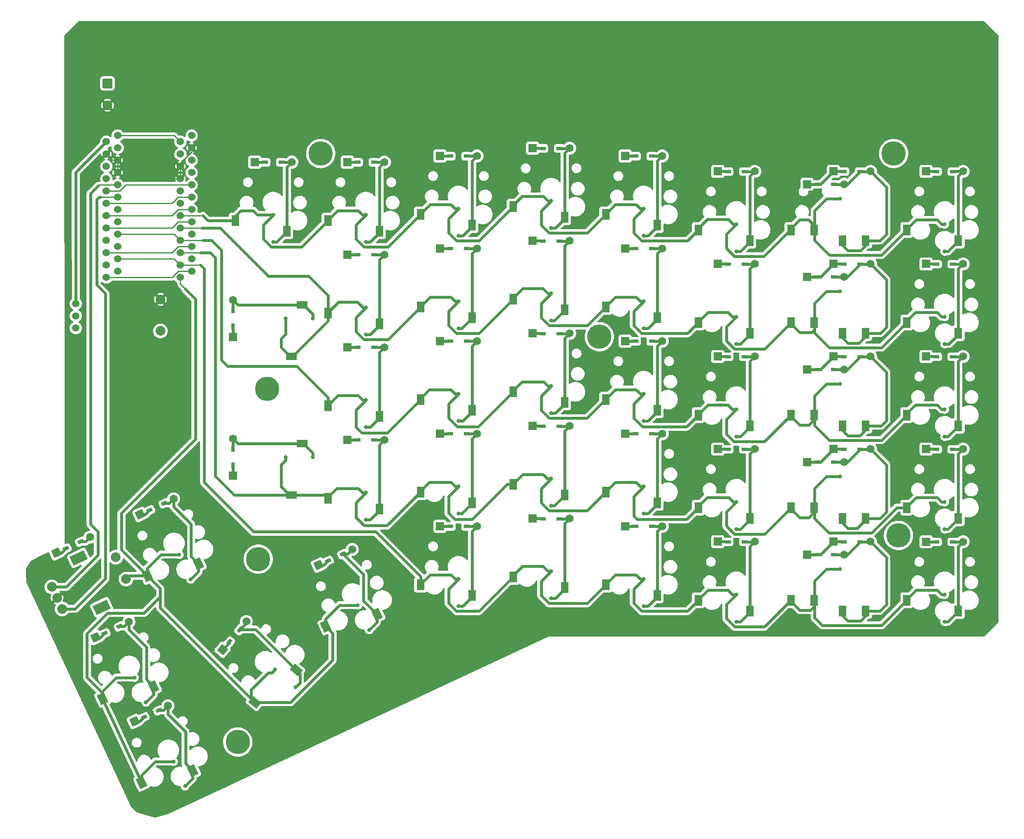
<source format=gbl>
%TF.GenerationSoftware,KiCad,Pcbnew,(6.0.5)*%
%TF.CreationDate,2022-08-07T14:06:45-06:00*%
%TF.ProjectId,ErgoDOX,4572676f-444f-4582-9e6b-696361645f70,rev?*%
%TF.SameCoordinates,Original*%
%TF.FileFunction,Copper,L2,Bot*%
%TF.FilePolarity,Positive*%
%FSLAX46Y46*%
G04 Gerber Fmt 4.6, Leading zero omitted, Abs format (unit mm)*
G04 Created by KiCad (PCBNEW (6.0.5)) date 2022-08-07 14:06:45*
%MOMM*%
%LPD*%
G01*
G04 APERTURE LIST*
G04 Aperture macros list*
%AMRoundRect*
0 Rectangle with rounded corners*
0 $1 Rounding radius*
0 $2 $3 $4 $5 $6 $7 $8 $9 X,Y pos of 4 corners*
0 Add a 4 corners polygon primitive as box body*
4,1,4,$2,$3,$4,$5,$6,$7,$8,$9,$2,$3,0*
0 Add four circle primitives for the rounded corners*
1,1,$1+$1,$2,$3*
1,1,$1+$1,$4,$5*
1,1,$1+$1,$6,$7*
1,1,$1+$1,$8,$9*
0 Add four rect primitives between the rounded corners*
20,1,$1+$1,$2,$3,$4,$5,0*
20,1,$1+$1,$4,$5,$6,$7,0*
20,1,$1+$1,$6,$7,$8,$9,0*
20,1,$1+$1,$8,$9,$2,$3,0*%
%AMRotRect*
0 Rectangle, with rotation*
0 The origin of the aperture is its center*
0 $1 length*
0 $2 width*
0 $3 Rotation angle, in degrees counterclockwise*
0 Add horizontal line*
21,1,$1,$2,0,0,$3*%
G04 Aperture macros list end*
%TA.AperFunction,SMDPad,CuDef*%
%ADD10R,1.600000X2.200000*%
%TD*%
%TA.AperFunction,ComponentPad*%
%ADD11C,0.800000*%
%TD*%
%TA.AperFunction,ComponentPad*%
%ADD12C,1.651000*%
%TD*%
%TA.AperFunction,SMDPad,CuDef*%
%ADD13RoundRect,0.051100X0.553900X0.313900X-0.553900X0.313900X-0.553900X-0.313900X0.553900X-0.313900X0*%
%TD*%
%TA.AperFunction,ComponentPad*%
%ADD14R,1.651000X1.651000*%
%TD*%
%TA.AperFunction,SMDPad,CuDef*%
%ADD15R,2.200000X1.600000*%
%TD*%
%TA.AperFunction,SMDPad,CuDef*%
%ADD16RoundRect,0.051100X-0.313900X0.553900X-0.313900X-0.553900X0.313900X-0.553900X0.313900X0.553900X0*%
%TD*%
%TA.AperFunction,SMDPad,CuDef*%
%ADD17RotRect,1.600000X2.200000X205.000000*%
%TD*%
%TA.AperFunction,SMDPad,CuDef*%
%ADD18RoundRect,0.051100X0.369344X0.518578X-0.634664X0.050402X-0.369344X-0.518578X0.634664X-0.050402X0*%
%TD*%
%TA.AperFunction,ComponentPad*%
%ADD19RotRect,1.651000X1.651000X205.000000*%
%TD*%
%TA.AperFunction,SMDPad,CuDef*%
%ADD20RotRect,1.600000X2.200000X230.000000*%
%TD*%
%TA.AperFunction,SMDPad,CuDef*%
%ADD21RoundRect,0.051100X0.115579X0.626083X-0.596501X-0.222541X-0.115579X-0.626083X0.596501X0.222541X0*%
%TD*%
%TA.AperFunction,ComponentPad*%
%ADD22RotRect,1.651000X1.651000X230.000000*%
%TD*%
%TA.AperFunction,ComponentPad*%
%ADD23C,2.000000*%
%TD*%
%TA.AperFunction,ComponentPad*%
%ADD24RotRect,3.200000X2.000000X25.000000*%
%TD*%
%TA.AperFunction,ComponentPad*%
%ADD25C,5.000000*%
%TD*%
%TA.AperFunction,ComponentPad*%
%ADD26C,1.524000*%
%TD*%
%TA.AperFunction,ComponentPad*%
%ADD27RoundRect,0.250000X-0.750000X0.750000X-0.750000X-0.750000X0.750000X-0.750000X0.750000X0.750000X0*%
%TD*%
%TA.AperFunction,ComponentPad*%
%ADD28C,1.500000*%
%TD*%
%TA.AperFunction,ViaPad*%
%ADD29C,0.609600*%
%TD*%
%TA.AperFunction,Conductor*%
%ADD30C,0.609600*%
%TD*%
%TA.AperFunction,Conductor*%
%ADD31C,0.254000*%
%TD*%
%TA.AperFunction,Conductor*%
%ADD32C,0.600000*%
%TD*%
G04 APERTURE END LIST*
D10*
%TO.P,SW1:13,1,1*%
%TO.N,/ROW1*%
X178890500Y-146902660D03*
X183652500Y-146902660D03*
D11*
X188982500Y-140532660D03*
D10*
%TO.P,SW1:13,2,2*%
%TO.N,Net-(SW1:13-Pad2)*%
X194252500Y-149102660D03*
D11*
X189152500Y-149152660D03*
D10*
X189490500Y-149102660D03*
D12*
%TO.P,SW1:13,3,A*%
X189812500Y-137502660D03*
D13*
X193132500Y-134908660D03*
X187682500Y-137539860D03*
D12*
X195262500Y-134871460D03*
D14*
%TO.P,SW1:13,4,K*%
%TO.N,/COL0*%
X182192500Y-137502660D03*
D13*
X184322500Y-137539860D03*
D14*
X187642500Y-134871460D03*
D13*
X189772500Y-134908660D03*
%TD*%
D10*
%TO.P,SW1:10,1,1*%
%TO.N,/ROW1*%
X121740000Y-142130000D03*
D11*
X129540000Y-140970000D03*
%TO.P,SW1:10,2,2*%
%TO.N,Net-(SW1:10-Pad2)*%
X129540000Y-146558000D03*
D10*
X132340000Y-144330000D03*
D13*
%TO.P,SW1:10,3,A*%
X131220000Y-130136000D03*
D12*
X133350000Y-130098800D03*
D14*
%TO.P,SW1:10,4,K*%
%TO.N,/COL10*%
X125730000Y-130098800D03*
D13*
X127860000Y-130136000D03*
%TD*%
D11*
%TO.P,SW1:9,1,1*%
%TO.N,/ROW1*%
X110490000Y-142567660D03*
D10*
X102690000Y-143727660D03*
%TO.P,SW1:9,2,2*%
%TO.N,Net-(SW1:9-Pad2)*%
X113290000Y-145927660D03*
D11*
X110490000Y-148155660D03*
D12*
%TO.P,SW1:9,3,A*%
X114300000Y-131696460D03*
D13*
X112170000Y-131733660D03*
D14*
%TO.P,SW1:9,4,K*%
%TO.N,/COL4*%
X106680000Y-131696460D03*
D13*
X108810000Y-131733660D03*
%TD*%
D10*
%TO.P,SW2:13,1,1*%
%TO.N,/ROW2*%
X183652500Y-127852660D03*
X178890500Y-127852660D03*
D11*
X188982500Y-121482660D03*
D10*
%TO.P,SW2:13,2,2*%
%TO.N,Net-(SW2:13-Pad2)*%
X189490500Y-130052660D03*
D11*
X189152500Y-130102660D03*
D10*
X194252500Y-130052660D03*
D13*
%TO.P,SW2:13,3,A*%
X193132500Y-115858660D03*
D12*
X195262500Y-115821460D03*
X189812500Y-118452660D03*
D13*
X187682500Y-118489860D03*
%TO.P,SW2:13,4,K*%
%TO.N,/COL0*%
X184322500Y-118489860D03*
D14*
X182192500Y-118452660D03*
D13*
X189772500Y-115858660D03*
D14*
X187642500Y-115821460D03*
%TD*%
D11*
%TO.P,SW2:10,1,1*%
%TO.N,/ROW2*%
X129540000Y-121920000D03*
D10*
X121740000Y-123080000D03*
D11*
%TO.P,SW2:10,2,2*%
%TO.N,Net-(SW2:10-Pad2)*%
X129540000Y-127508000D03*
D10*
X132340000Y-125280000D03*
D12*
%TO.P,SW2:10,3,A*%
X133350000Y-111048800D03*
D13*
X131220000Y-111086000D03*
%TO.P,SW2:10,4,K*%
%TO.N,/COL10*%
X127860000Y-111086000D03*
D14*
X125730000Y-111048800D03*
%TD*%
D11*
%TO.P,SW2:9,1,1*%
%TO.N,/ROW2*%
X110490000Y-123517660D03*
D10*
X102690000Y-124677660D03*
%TO.P,SW2:9,2,2*%
%TO.N,Net-(SW2:9-Pad2)*%
X113290000Y-126877660D03*
D11*
X110490000Y-129105660D03*
D13*
%TO.P,SW2:9,3,A*%
X112170000Y-112683660D03*
D12*
X114300000Y-112646460D03*
D13*
%TO.P,SW2:9,4,K*%
%TO.N,/COL4*%
X108810000Y-112683660D03*
D14*
X106680000Y-112646460D03*
%TD*%
D11*
%TO.P,SW2:7,1,1*%
%TO.N,/ROW2*%
X74930000Y-117485160D03*
D15*
X76090000Y-125285160D03*
%TO.P,SW2:7,2,2*%
%TO.N,Net-(SW2:7-Pad2)*%
X78290000Y-114685160D03*
D11*
X80518000Y-117485160D03*
D12*
%TO.P,SW2:7,3,A*%
X64058800Y-113675160D03*
D16*
X64096000Y-115805160D03*
D14*
%TO.P,SW2:7,4,K*%
%TO.N,/COL6*%
X64058800Y-121295160D03*
D16*
X64096000Y-119165160D03*
%TD*%
D10*
%TO.P,SW3:13,1,1*%
%TO.N,/ROW3*%
X183652500Y-108802660D03*
X178890500Y-108802660D03*
D11*
X188982500Y-102432660D03*
%TO.P,SW3:13,2,2*%
%TO.N,Net-(SW3:13-Pad2)*%
X189152500Y-111052660D03*
D10*
X189490500Y-111002660D03*
X194252500Y-111002660D03*
D13*
%TO.P,SW3:13,3,A*%
X193132500Y-96808660D03*
D12*
X195262500Y-96771460D03*
D13*
X187682500Y-99439860D03*
D12*
X189812500Y-99402660D03*
D13*
%TO.P,SW3:13,4,K*%
%TO.N,/COL0*%
X189772500Y-96808660D03*
D14*
X187642500Y-96771460D03*
D13*
X184322500Y-99439860D03*
D14*
X182192500Y-99402660D03*
%TD*%
D10*
%TO.P,SW3:11,1,1*%
%TO.N,/ROW3*%
X140790000Y-105627660D03*
D11*
X148590000Y-104467660D03*
%TO.P,SW3:11,2,2*%
%TO.N,Net-(SW3:11-Pad2)*%
X148590000Y-110055660D03*
D10*
X151390000Y-107827660D03*
D13*
%TO.P,SW3:11,3,A*%
X150270000Y-93633660D03*
D12*
X152400000Y-93596460D03*
D13*
%TO.P,SW3:11,4,K*%
%TO.N,/COL11*%
X146910000Y-93633660D03*
D14*
X144780000Y-93596460D03*
%TD*%
D11*
%TO.P,SW3:10,1,1*%
%TO.N,/ROW3*%
X129540000Y-102870000D03*
D10*
X121740000Y-104030000D03*
%TO.P,SW3:10,2,2*%
%TO.N,Net-(SW3:10-Pad2)*%
X132340000Y-106230000D03*
D11*
X129540000Y-108458000D03*
D13*
%TO.P,SW3:10,3,A*%
X131220000Y-92036000D03*
D12*
X133350000Y-91998800D03*
D14*
%TO.P,SW3:10,4,K*%
%TO.N,/COL10*%
X125730000Y-91998800D03*
D13*
X127860000Y-92036000D03*
%TD*%
D11*
%TO.P,SW3:9,1,1*%
%TO.N,/ROW3*%
X110490000Y-104467660D03*
D10*
X102690000Y-105627660D03*
D11*
%TO.P,SW3:9,2,2*%
%TO.N,Net-(SW3:9-Pad2)*%
X110490000Y-110055660D03*
D10*
X113290000Y-107827660D03*
D12*
%TO.P,SW3:9,3,A*%
X114300000Y-93596460D03*
D13*
X112170000Y-93633660D03*
%TO.P,SW3:9,4,K*%
%TO.N,/COL4*%
X108810000Y-93633660D03*
D14*
X106680000Y-93596460D03*
%TD*%
D10*
%TO.P,SW3:8,1,1*%
%TO.N,/ROW3*%
X83640000Y-106897660D03*
D11*
X91440000Y-105737660D03*
D10*
%TO.P,SW3:8,2,2*%
%TO.N,Net-(SW3:8-Pad2)*%
X94240000Y-109097660D03*
D11*
X91440000Y-111325660D03*
D12*
%TO.P,SW3:8,3,A*%
X95250000Y-94866460D03*
D13*
X93120000Y-94903660D03*
%TO.P,SW3:8,4,K*%
%TO.N,/COL5*%
X89760000Y-94903660D03*
D14*
X87630000Y-94866460D03*
%TD*%
D11*
%TO.P,SW4:13,1,1*%
%TO.N,/ROW4*%
X188982500Y-83382660D03*
D10*
X183652500Y-89752660D03*
X178890500Y-89752660D03*
%TO.P,SW4:13,2,2*%
%TO.N,Net-(SW4:13-Pad2)*%
X194252500Y-91952660D03*
X189490500Y-91952660D03*
D11*
X189152500Y-92002660D03*
D12*
%TO.P,SW4:13,3,A*%
X189812500Y-80352660D03*
X195262500Y-77721460D03*
D13*
X187682500Y-80389860D03*
X193132500Y-77758660D03*
D14*
%TO.P,SW4:13,4,K*%
%TO.N,/COL0*%
X187642500Y-77721460D03*
X182192500Y-80352660D03*
D13*
X184322500Y-80389860D03*
X189772500Y-77758660D03*
%TD*%
D10*
%TO.P,SW4:12,1,1*%
%TO.N,/ROW4*%
X159840000Y-89752660D03*
D11*
X167640000Y-88592660D03*
D10*
%TO.P,SW4:12,2,2*%
%TO.N,Net-(SW4:12-Pad2)*%
X170440000Y-91952660D03*
D11*
X167640000Y-94180660D03*
D13*
%TO.P,SW4:12,3,A*%
X169320000Y-77758660D03*
D12*
X171450000Y-77721460D03*
D14*
%TO.P,SW4:12,4,K*%
%TO.N,/COL1*%
X163830000Y-77721460D03*
D13*
X165960000Y-77758660D03*
%TD*%
D10*
%TO.P,SW4:11,1,1*%
%TO.N,/ROW4*%
X140790000Y-86577660D03*
D11*
X148590000Y-85417660D03*
%TO.P,SW4:11,2,2*%
%TO.N,Net-(SW4:11-Pad2)*%
X148590000Y-91005660D03*
D10*
X151390000Y-88777660D03*
D13*
%TO.P,SW4:11,3,A*%
X150270000Y-74583660D03*
D12*
X152400000Y-74546460D03*
D14*
%TO.P,SW4:11,4,K*%
%TO.N,/COL11*%
X144780000Y-74546460D03*
D13*
X146910000Y-74583660D03*
%TD*%
D11*
%TO.P,SW4:10,1,1*%
%TO.N,/ROW4*%
X129540000Y-83820000D03*
D10*
X121740000Y-84980000D03*
D11*
%TO.P,SW4:10,2,2*%
%TO.N,Net-(SW4:10-Pad2)*%
X129540000Y-89408000D03*
D10*
X132340000Y-87180000D03*
D13*
%TO.P,SW4:10,3,A*%
X131220000Y-72986000D03*
D12*
X133350000Y-72948800D03*
D13*
%TO.P,SW4:10,4,K*%
%TO.N,/COL10*%
X127860000Y-72986000D03*
D14*
X125730000Y-72948800D03*
%TD*%
D11*
%TO.P,SW4:9,1,1*%
%TO.N,/ROW4*%
X110490000Y-85417660D03*
D10*
X102690000Y-86577660D03*
D11*
%TO.P,SW4:9,2,2*%
%TO.N,Net-(SW4:9-Pad2)*%
X110490000Y-91005660D03*
D10*
X113290000Y-88777660D03*
D13*
%TO.P,SW4:9,3,A*%
X112170000Y-74583660D03*
D12*
X114300000Y-74546460D03*
D13*
%TO.P,SW4:9,4,K*%
%TO.N,/COL4*%
X108810000Y-74583660D03*
D14*
X106680000Y-74546460D03*
%TD*%
D10*
%TO.P,SW4:8,1,1*%
%TO.N,/ROW4*%
X83640000Y-87847660D03*
D11*
X91440000Y-86687660D03*
%TO.P,SW4:8,2,2*%
%TO.N,Net-(SW4:8-Pad2)*%
X91440000Y-92275660D03*
D10*
X94240000Y-90047660D03*
D13*
%TO.P,SW4:8,3,A*%
X93120000Y-75853660D03*
D12*
X95250000Y-75816460D03*
D13*
%TO.P,SW4:8,4,K*%
%TO.N,/COL5*%
X89760000Y-75853660D03*
D14*
X87630000Y-75816460D03*
%TD*%
D11*
%TO.P,SW4:7,1,1*%
%TO.N,/ROW4*%
X74930000Y-88910160D03*
D15*
X76090000Y-96710160D03*
D11*
%TO.P,SW4:7,2,2*%
%TO.N,Net-(SW4:7-Pad2)*%
X80518000Y-88910160D03*
D15*
X78290000Y-86110160D03*
D12*
%TO.P,SW4:7,3,A*%
X64058800Y-85100160D03*
D16*
X64096000Y-87230160D03*
%TO.P,SW4:7,4,K*%
%TO.N,/COL6*%
X64096000Y-90590160D03*
D14*
X64058800Y-92720160D03*
%TD*%
D17*
%TO.P,SW0:10,1,1*%
%TO.N,/ROW0*%
X83185487Y-152277761D03*
D11*
X89764450Y-147930022D03*
D17*
%TO.P,SW0:10,2,2*%
%TO.N,Net-(SW0:10-Pad2)*%
X93722110Y-149791885D03*
D11*
X92126041Y-152994470D03*
D18*
%TO.P,SW0:10,3,A*%
X86708401Y-137401085D03*
D12*
X88623115Y-136467193D03*
D19*
%TO.P,SW0:10,4,K*%
%TO.N,/COL10*%
X81717050Y-139687544D03*
D18*
X83663207Y-138821082D03*
%TD*%
D17*
%TO.P,SW0:12,1,1*%
%TO.N,/ROW0*%
X45294487Y-184449761D03*
D11*
X51873450Y-180102022D03*
%TO.P,SW0:12,2,2*%
%TO.N,Net-(SW0:12-Pad2)*%
X54235041Y-185166470D03*
D17*
X55831110Y-181963885D03*
D18*
%TO.P,SW0:12,3,A*%
X48817401Y-169573085D03*
D12*
X50732115Y-168639193D03*
D19*
%TO.P,SW0:12,4,K*%
%TO.N,/COL1*%
X43826050Y-171859544D03*
D18*
X45772207Y-170993082D03*
%TD*%
D20*
%TO.P,SW0:11,1,1*%
%TO.N,/ROW0*%
X68600621Y-167918461D03*
D11*
X72725753Y-161197681D03*
D20*
%TO.P,SW0:11,2,2*%
%TO.N,Net-(SW0:11-Pad2)*%
X77099468Y-161212522D03*
D11*
X77006409Y-164789578D03*
D12*
%TO.P,SW0:11,3,A*%
X66846951Y-151291179D03*
D21*
X65506311Y-152946765D03*
D22*
%TO.P,SW0:11,4,K*%
%TO.N,/COL11*%
X61948910Y-157128437D03*
D21*
X63346544Y-155520674D03*
%TD*%
D11*
%TO.P,SW0:9,1,1*%
%TO.N,/ROW0*%
X43821650Y-162835102D03*
D17*
X37242687Y-167182841D03*
%TO.P,SW0:9,2,2*%
%TO.N,Net-(SW0:9-Pad2)*%
X47779310Y-164696965D03*
D11*
X46183241Y-167899550D03*
D18*
%TO.P,SW0:9,3,A*%
X40765601Y-152306165D03*
D12*
X42680315Y-151372273D03*
D18*
%TO.P,SW0:9,4,K*%
%TO.N,/COL4*%
X37720407Y-153726162D03*
D19*
X35774250Y-154592624D03*
%TD*%
D23*
%TO.P,SW0:7,A*%
%TO.N,ENCA*%
X26845086Y-144172567D03*
%TO.P,SW0:7,B*%
%TO.N,ENCB*%
X28958177Y-148704106D03*
%TO.P,SW0:7,C*%
%TO.N,GND*%
X27901632Y-146438337D03*
D24*
%TO.P,SW0:7,MP*%
%TO.N,N/C*%
X32332278Y-138193376D03*
X37065602Y-148344024D03*
D23*
%TO.P,SW0:7,S1*%
%TO.N,/ROW0*%
X42099640Y-142576142D03*
%TO.P,SW0:7,S2*%
%TO.N,Net-(SW0:7-Pad2)*%
X39986549Y-138044603D03*
%TD*%
D10*
%TO.P,SW1:11,1,1*%
%TO.N,/ROW1*%
X140790000Y-143727660D03*
D11*
X148590000Y-142567660D03*
D10*
%TO.P,SW1:11,2,2*%
%TO.N,Net-(SW1:11-Pad2)*%
X151390000Y-145927660D03*
D11*
X148590000Y-148155660D03*
D12*
%TO.P,SW1:11,3,A*%
X152400000Y-131696460D03*
D13*
X150270000Y-131733660D03*
D14*
%TO.P,SW1:11,4,K*%
%TO.N,/COL11*%
X144780000Y-131696460D03*
D13*
X146910000Y-131733660D03*
%TD*%
D17*
%TO.P,SW0:8,1,1*%
%TO.N,/ROW0*%
X46457807Y-141869201D03*
D11*
X53036770Y-137521462D03*
D17*
%TO.P,SW0:8,2,2*%
%TO.N,Net-(SW0:8-Pad2)*%
X56994430Y-139383325D03*
D11*
X55398361Y-142585910D03*
D18*
%TO.P,SW0:8,3,A*%
X49980721Y-126992525D03*
D12*
X51895435Y-126058633D03*
D18*
%TO.P,SW0:8,4,K*%
%TO.N,/COL5*%
X46935527Y-128412522D03*
D19*
X44989370Y-129278984D03*
%TD*%
D10*
%TO.P,SW5:13,1,1*%
%TO.N,/ROW5*%
X183652500Y-70705200D03*
D11*
X188982500Y-64335200D03*
D10*
X178890500Y-70705200D03*
%TO.P,SW5:13,2,2*%
%TO.N,Net-(SW5:13-Pad2)*%
X194252500Y-72905200D03*
D11*
X189152500Y-72955200D03*
D10*
X189490500Y-72905200D03*
D12*
%TO.P,SW5:13,3,A*%
X195262500Y-58674000D03*
X189812500Y-61305200D03*
D13*
X193132500Y-58711200D03*
X187682500Y-61342400D03*
%TO.P,SW5:13,4,K*%
%TO.N,/COL0*%
X184322500Y-61342400D03*
D14*
X187642500Y-58674000D03*
X182192500Y-61305200D03*
D13*
X189772500Y-58711200D03*
%TD*%
D11*
%TO.P,SW5:9,1,1*%
%TO.N,/ROW5*%
X110490000Y-66367660D03*
D10*
X102690000Y-67527660D03*
D11*
%TO.P,SW5:9,2,2*%
%TO.N,Net-(SW5:9-Pad2)*%
X110490000Y-71955660D03*
D10*
X113290000Y-69727660D03*
D13*
%TO.P,SW5:9,3,A*%
X112170000Y-55533660D03*
D12*
X114300000Y-55496460D03*
D13*
%TO.P,SW5:9,4,K*%
%TO.N,/COL4*%
X108810000Y-55533660D03*
D14*
X106680000Y-55496460D03*
%TD*%
D11*
%TO.P,SW5:10,1,1*%
%TO.N,/ROW5*%
X129540000Y-64770000D03*
D10*
X121740000Y-65930000D03*
%TO.P,SW5:10,2,2*%
%TO.N,Net-(SW5:10-Pad2)*%
X132340000Y-68130000D03*
D11*
X129540000Y-70358000D03*
D12*
%TO.P,SW5:10,3,A*%
X133350000Y-53898800D03*
D13*
X131220000Y-53936000D03*
D14*
%TO.P,SW5:10,4,K*%
%TO.N,/COL10*%
X125730000Y-53898800D03*
D13*
X127860000Y-53936000D03*
%TD*%
D11*
%TO.P,SW5:11,1,1*%
%TO.N,/ROW5*%
X148590000Y-66367660D03*
D10*
X140790000Y-67527660D03*
D11*
%TO.P,SW5:11,2,2*%
%TO.N,Net-(SW5:11-Pad2)*%
X148590000Y-71955660D03*
D10*
X151390000Y-69727660D03*
D13*
%TO.P,SW5:11,3,A*%
X150270000Y-55533660D03*
D12*
X152400000Y-55496460D03*
D13*
%TO.P,SW5:11,4,K*%
%TO.N,/COL11*%
X146910000Y-55533660D03*
D14*
X144780000Y-55496460D03*
%TD*%
D10*
%TO.P,SW5:12,1,1*%
%TO.N,/ROW5*%
X159840000Y-70705200D03*
D11*
X167640000Y-69545200D03*
D10*
%TO.P,SW5:12,2,2*%
%TO.N,Net-(SW5:12-Pad2)*%
X170440000Y-72905200D03*
D11*
X167640000Y-75133200D03*
D12*
%TO.P,SW5:12,3,A*%
X171450000Y-58674000D03*
D13*
X169320000Y-58711200D03*
%TO.P,SW5:12,4,K*%
%TO.N,/COL1*%
X165960000Y-58711200D03*
D14*
X163830000Y-58674000D03*
%TD*%
D10*
%TO.P,SW5:8,1,1*%
%TO.N,/ROW5*%
X83640000Y-68800200D03*
D11*
X91440000Y-67640200D03*
D10*
%TO.P,SW5:8,2,2*%
%TO.N,Net-(SW5:8-Pad2)*%
X94240000Y-71000200D03*
D11*
X91440000Y-73228200D03*
D12*
%TO.P,SW5:8,3,A*%
X95250000Y-56769000D03*
D13*
X93120000Y-56806200D03*
D14*
%TO.P,SW5:8,4,K*%
%TO.N,/COL5*%
X87630000Y-56769000D03*
D13*
X89760000Y-56806200D03*
%TD*%
D10*
%TO.P,SW5:7,1,1*%
%TO.N,/ROW5*%
X64590000Y-68800200D03*
D11*
X72390000Y-67640200D03*
D10*
%TO.P,SW5:7,2,2*%
%TO.N,Net-(SW5:7-Pad2)*%
X75190000Y-71000200D03*
D11*
X72390000Y-73228200D03*
D12*
%TO.P,SW5:7,3,A*%
X76200000Y-56769000D03*
D13*
X74070000Y-56806200D03*
%TO.P,SW5:7,4,K*%
%TO.N,/COL6*%
X70710000Y-56806200D03*
D14*
X68580000Y-56769000D03*
%TD*%
D11*
%TO.P,SW2:11,1,1*%
%TO.N,/ROW2*%
X148590000Y-123517660D03*
D10*
X140790000Y-124677660D03*
%TO.P,SW2:11,2,2*%
%TO.N,Net-(SW2:11-Pad2)*%
X151390000Y-126877660D03*
D11*
X148590000Y-129105660D03*
D13*
%TO.P,SW2:11,3,A*%
X150270000Y-112683660D03*
D12*
X152400000Y-112646460D03*
D14*
%TO.P,SW2:11,4,K*%
%TO.N,/COL11*%
X144780000Y-112646460D03*
D13*
X146910000Y-112683660D03*
%TD*%
D11*
%TO.P,SW2:8,1,1*%
%TO.N,/ROW2*%
X91440000Y-124787660D03*
D10*
X83640000Y-125947660D03*
%TO.P,SW2:8,2,2*%
%TO.N,Net-(SW2:8-Pad2)*%
X94240000Y-128147660D03*
D11*
X91440000Y-130375660D03*
D12*
%TO.P,SW2:8,3,A*%
X95250000Y-113916460D03*
D13*
X93120000Y-113953660D03*
%TO.P,SW2:8,4,K*%
%TO.N,/COL5*%
X89760000Y-113953660D03*
D14*
X87630000Y-113916460D03*
%TD*%
D10*
%TO.P,SW3:12,1,1*%
%TO.N,/ROW3*%
X159840000Y-108802660D03*
D11*
X167640000Y-107642660D03*
D10*
%TO.P,SW3:12,2,2*%
%TO.N,Net-(SW3:12-Pad2)*%
X170440000Y-111002660D03*
D11*
X167640000Y-113230660D03*
D12*
%TO.P,SW3:12,3,A*%
X171450000Y-96771460D03*
D13*
X169320000Y-96808660D03*
D14*
%TO.P,SW3:12,4,K*%
%TO.N,/COL1*%
X163830000Y-96771460D03*
D13*
X165960000Y-96808660D03*
%TD*%
D11*
%TO.P,SW2:12,1,1*%
%TO.N,/ROW2*%
X167640000Y-126692660D03*
D10*
X159840000Y-127852660D03*
D11*
%TO.P,SW2:12,2,2*%
%TO.N,Net-(SW2:12-Pad2)*%
X167640000Y-132280660D03*
D10*
X170440000Y-130052660D03*
D13*
%TO.P,SW2:12,3,A*%
X169320000Y-115858660D03*
D12*
X171450000Y-115821460D03*
D14*
%TO.P,SW2:12,4,K*%
%TO.N,/COL1*%
X163830000Y-115821460D03*
D13*
X165960000Y-115858660D03*
%TD*%
D10*
%TO.P,SW1:12,1,1*%
%TO.N,/ROW1*%
X159840000Y-146902660D03*
D11*
X167640000Y-145742660D03*
D10*
%TO.P,SW1:12,2,2*%
%TO.N,Net-(SW1:12-Pad2)*%
X170440000Y-149102660D03*
D11*
X167640000Y-151330660D03*
D13*
%TO.P,SW1:12,3,A*%
X169320000Y-134908660D03*
D12*
X171450000Y-134871460D03*
D14*
%TO.P,SW1:12,4,K*%
%TO.N,/COL1*%
X163830000Y-134871460D03*
D13*
X165960000Y-134908660D03*
%TD*%
D11*
%TO.P,STITCHING_VIA,GND*%
%TO.N,GND*%
X101490000Y-129460000D03*
%TD*%
%TO.P,STITCHING_VIA,GND*%
%TO.N,GND*%
X59870000Y-171840000D03*
%TD*%
%TO.P,STITCHING_VIA,GND*%
%TO.N,GND*%
X156972000Y-132510000D03*
%TD*%
%TO.P,STITCHING_VIA,GND*%
%TO.N,GND*%
X98806000Y-59944000D03*
%TD*%
D25*
%TO.P,,*%
%TO.N,*%
X139471400Y-92684600D03*
%TD*%
D26*
%TO.P,U1,1*%
%TO.N,NET-(U3-PAD1)*%
X40372900Y-51297000D03*
X53286500Y-52567000D03*
%TO.P,U1,2*%
%TO.N,NET-(U3-PAD2)*%
X40372900Y-53837000D03*
X53286500Y-55107000D03*
%TO.P,U1,3*%
%TO.N,GND*%
X53286500Y-57647000D03*
X40372900Y-56377000D03*
%TO.P,U1,4*%
X40372900Y-58917000D03*
X53286500Y-60187000D03*
%TO.P,U1,5*%
%TO.N,ENCA*%
X40372900Y-61457000D03*
X53286500Y-62727000D03*
%TO.P,U1,6*%
%TO.N,ENCB*%
X40372900Y-63997000D03*
X53286500Y-65267000D03*
%TO.P,U1,7*%
%TO.N,/ROW5*%
X40372900Y-66537000D03*
X53286500Y-67807000D03*
%TO.P,U1,8*%
%TO.N,/ROW4*%
X40372900Y-69077000D03*
X53286500Y-70347000D03*
%TO.P,U1,9*%
%TO.N,/ROW3*%
X53286500Y-72887000D03*
X40372900Y-71617000D03*
%TO.P,U1,10*%
%TO.N,/ROW2*%
X53286500Y-75427000D03*
X40372900Y-74157000D03*
%TO.P,U1,11*%
%TO.N,/ROW1*%
X40372900Y-76697000D03*
X53286500Y-77967000D03*
%TO.P,U1,12*%
%TO.N,/ROW0*%
X53286500Y-80507000D03*
X40372900Y-79237000D03*
%TO.P,U1,13*%
%TO.N,/COL6*%
X38046500Y-80507000D03*
X55592900Y-79237000D03*
%TO.P,U1,14*%
%TO.N,/COL5*%
X55592900Y-76697000D03*
X38046500Y-77967000D03*
%TO.P,U1,15*%
%TO.N,/COL4*%
X38046500Y-75427000D03*
X55592900Y-74157000D03*
%TO.P,U1,16*%
%TO.N,/COL10*%
X55592900Y-71617000D03*
X38046500Y-72887000D03*
%TO.P,U1,17*%
%TO.N,/COL11*%
X55592900Y-69077000D03*
X38046500Y-70347000D03*
%TO.P,U1,18*%
%TO.N,/COL1*%
X55592900Y-66537000D03*
X38046500Y-67807000D03*
%TO.P,U1,19*%
%TO.N,/COL0*%
X55592900Y-63997000D03*
X38046500Y-65267000D03*
%TO.P,U1,20*%
%TO.N,/COL7*%
X55592900Y-61457000D03*
X38046500Y-62727000D03*
%TO.P,U1,21*%
%TO.N,VCC*%
X38046500Y-60187000D03*
X55592900Y-58917000D03*
%TO.P,U1,22*%
%TO.N,/RST*%
X38046500Y-57647000D03*
X55592900Y-56377000D03*
%TO.P,U1,23*%
%TO.N,GND*%
X55592900Y-53837000D03*
X38046500Y-55107000D03*
%TO.P,U1,24*%
%TO.N,+BATT*%
X38046500Y-52567000D03*
X55592900Y-51297000D03*
%TD*%
D19*
%TO.P,,4,K*%
%TO.N,/COL6*%
X27774649Y-137160459D03*
%TD*%
D10*
%TO.P,SW11,1*%
%TO.N,/ROW2*%
X202702400Y-127850850D03*
D11*
X210502400Y-126690850D03*
D10*
%TO.P,SW11,2*%
%TO.N,4-pad2*%
X213302400Y-130050850D03*
D11*
X210502400Y-132278850D03*
D13*
%TO.P,SW11,3*%
X212182400Y-115856850D03*
D12*
X214312400Y-115819650D03*
D13*
%TO.P,SW11,4*%
%TO.N,/COL7*%
X208822400Y-115856850D03*
D14*
X206692400Y-115819650D03*
%TD*%
D25*
%TO.P,,*%
%TO.N,*%
X65074800Y-176098200D03*
%TD*%
D18*
%TO.P,,4,K*%
%TO.N,/COL6*%
X29720806Y-136293997D03*
%TD*%
D11*
%TO.P,SW11,1*%
%TO.N,/ROW4*%
X210502400Y-88595200D03*
D10*
X202702400Y-89755200D03*
%TO.P,SW11,2*%
%TO.N,2-pad2*%
X213302400Y-91955200D03*
D11*
X210502400Y-94183200D03*
D13*
%TO.P,SW11,3*%
X212182400Y-77761200D03*
D12*
X214312400Y-77724000D03*
D13*
%TO.P,SW11,4*%
%TO.N,/COL7*%
X208822400Y-77761200D03*
D14*
X206692400Y-77724000D03*
%TD*%
D25*
%TO.P,,*%
%TO.N,*%
X82150000Y-55000000D03*
%TD*%
D27*
%TO.P,BATTERY,1*%
%TO.N,NET-(BSW1-PAD2)*%
X38280000Y-40570000D03*
D23*
%TO.P,BATTERY,2*%
%TO.N,GND*%
X38280000Y-45070000D03*
%TD*%
D25*
%TO.P,,*%
%TO.N,*%
X71110000Y-103420000D03*
%TD*%
%TO.P,,*%
%TO.N,*%
X200990000Y-133590000D03*
%TD*%
D18*
%TO.P,,3,A*%
%TO.N,Net-(SW0:7-Pad2)*%
X32766000Y-134874000D03*
%TD*%
D11*
%TO.P,SW11,1*%
%TO.N,/ROW5*%
X210502400Y-69545200D03*
D10*
X202702400Y-70705200D03*
D11*
%TO.P,SW11,2*%
%TO.N,1-pad2*%
X210502400Y-75133200D03*
D10*
X213302400Y-72905200D03*
D13*
%TO.P,SW11,3*%
X212182400Y-58711200D03*
D12*
X214312400Y-58674000D03*
D13*
%TO.P,SW11,4*%
%TO.N,/COL7*%
X208822400Y-58711200D03*
D14*
X206692400Y-58674000D03*
%TD*%
D11*
%TO.P,SW11,1*%
%TO.N,/ROW1*%
X210502400Y-145750850D03*
D10*
X202702400Y-146910850D03*
D11*
%TO.P,SW11,2*%
%TO.N,5-pad2*%
X210502400Y-151338850D03*
D10*
X213302400Y-149110850D03*
D13*
%TO.P,SW11,3*%
X212182400Y-134916850D03*
D12*
X214312400Y-134879650D03*
D13*
%TO.P,SW11,4*%
%TO.N,/COL7*%
X208822400Y-134916850D03*
D14*
X206692400Y-134879650D03*
%TD*%
D12*
%TO.P,,3,A*%
%TO.N,Net-(SW0:7-Pad2)*%
X34680714Y-133940108D03*
%TD*%
D28*
%TO.P,BSW1,1*%
%TO.N,N/C*%
X31762000Y-90897000D03*
%TO.P,BSW1,2*%
%TO.N,NET-(BSW1-PAD2)*%
X31762000Y-88397000D03*
%TO.P,BSW1,3*%
%TO.N,+BATT*%
X31762000Y-85897000D03*
%TD*%
D11*
%TO.P,SW11,1*%
%TO.N,/ROW3*%
X210502400Y-107640850D03*
D10*
X202702400Y-108800850D03*
D11*
%TO.P,SW11,2*%
%TO.N,3-pad2*%
X210502400Y-113228850D03*
D10*
X213302400Y-111000850D03*
D12*
%TO.P,SW11,3*%
X214312400Y-96769650D03*
D13*
X212182400Y-96806850D03*
D14*
%TO.P,SW11,4*%
%TO.N,/COL7*%
X206692400Y-96769650D03*
D13*
X208822400Y-96806850D03*
%TD*%
D25*
%TO.P,,*%
%TO.N,*%
X200000000Y-55000000D03*
%TD*%
D23*
%TO.P,RSW1,1*%
%TO.N,GND*%
X49174400Y-85015000D03*
%TO.P,RSW1,2*%
%TO.N,/RST*%
X49174400Y-91515000D03*
%TD*%
D25*
%TO.P,,*%
%TO.N,*%
X69290000Y-138460000D03*
%TD*%
D29*
%TO.N,GND*%
X173964600Y-54102000D03*
X156159200Y-53644800D03*
X160858200Y-94386400D03*
X182803800Y-53060600D03*
X156768800Y-112928400D03*
X156921200Y-98272600D03*
X146354800Y-95681800D03*
%TD*%
D30*
%TO.N,/COL0*%
X187642500Y-58674000D02*
X189735300Y-58674000D01*
X182192500Y-61305200D02*
X184285300Y-61305200D01*
X182192500Y-137502660D02*
X184285300Y-137502660D01*
X187642500Y-96771460D02*
X189735300Y-96771460D01*
D31*
X52868902Y-63997000D02*
X55592900Y-63997000D01*
D30*
X187642500Y-77721460D02*
X189735300Y-77721460D01*
X184322500Y-99439860D02*
X184974100Y-99439860D01*
D31*
X38046500Y-65267000D02*
X51598902Y-65267000D01*
D30*
X184974100Y-99439860D02*
X187642500Y-96771460D01*
X182192500Y-99402660D02*
X184285300Y-99402660D01*
X184974100Y-118489860D02*
X187642500Y-115821460D01*
X182192500Y-118452660D02*
X184285300Y-118452660D01*
X184974100Y-61342400D02*
X187642500Y-58674000D01*
X184322500Y-137539860D02*
X184974100Y-137539860D01*
X187642500Y-134871460D02*
X189735300Y-134871460D01*
X184322500Y-118489860D02*
X184974100Y-118489860D01*
D31*
X51598902Y-65267000D02*
X52868902Y-63997000D01*
D30*
X184974100Y-137539860D02*
X187642500Y-134871460D01*
X184322500Y-80389860D02*
X184974100Y-80389860D01*
X184974100Y-80389860D02*
X187642500Y-77721460D01*
X182192500Y-80352660D02*
X184285300Y-80352660D01*
X184322500Y-61342400D02*
X184974100Y-61342400D01*
X187642500Y-115821460D02*
X189735300Y-115821460D01*
D32*
%TO.N,/COL1*%
X163830000Y-58674000D02*
X165922800Y-58674000D01*
X44905745Y-171859544D02*
X45772207Y-170993082D01*
D31*
X51522200Y-67807000D02*
X52792200Y-66537000D01*
D32*
X163830000Y-115821460D02*
X165922800Y-115821460D01*
X43826050Y-171859544D02*
X44905745Y-171859544D01*
D31*
X52792200Y-66537000D02*
X55592900Y-66537000D01*
D32*
X163830000Y-96771460D02*
X165922800Y-96771460D01*
X163830000Y-77721460D02*
X165922800Y-77721460D01*
X163830000Y-134871460D02*
X165922800Y-134871460D01*
D31*
X38046500Y-67807000D02*
X51522200Y-67807000D01*
D32*
%TO.N,/COL10*%
X81717050Y-139687544D02*
X82796745Y-139687544D01*
X125730000Y-72948800D02*
X127822800Y-72948800D01*
X125730000Y-130098800D02*
X127822800Y-130098800D01*
X125730000Y-111048800D02*
X127822800Y-111048800D01*
X82796745Y-139687544D02*
X83663207Y-138821082D01*
X125730000Y-91998800D02*
X127822800Y-91998800D01*
X125730000Y-53898800D02*
X127822800Y-53898800D01*
D31*
%TO.N,/COL11*%
X38046500Y-70347000D02*
X51598902Y-70347000D01*
D32*
X144780000Y-131696460D02*
X146872800Y-131696460D01*
X63346544Y-155730803D02*
X61948910Y-157128437D01*
X144780000Y-74546460D02*
X146872800Y-74546460D01*
X63346544Y-155520674D02*
X63346544Y-155730803D01*
D31*
X52868902Y-69077000D02*
X55592900Y-69077000D01*
D32*
X144780000Y-55496460D02*
X146872800Y-55496460D01*
X144780000Y-93596460D02*
X146872800Y-93596460D01*
D31*
X51598902Y-70347000D02*
X52868902Y-69077000D01*
D32*
X144780000Y-112646460D02*
X146872800Y-112646460D01*
%TO.N,/COL4*%
X36853945Y-154592624D02*
X37720407Y-153726162D01*
X106680000Y-74546460D02*
X108772800Y-74546460D01*
X106680000Y-55496460D02*
X108772800Y-55496460D01*
X106680000Y-93596460D02*
X108772800Y-93596460D01*
D31*
X51598902Y-75427000D02*
X52868902Y-74157000D01*
D32*
X106680000Y-131696460D02*
X108772800Y-131696460D01*
X106680000Y-112646460D02*
X108772800Y-112646460D01*
X35774250Y-154592624D02*
X36853945Y-154592624D01*
D31*
X38046500Y-75427000D02*
X51598902Y-75427000D01*
X52868902Y-74157000D02*
X55592900Y-74157000D01*
D32*
%TO.N,/COL5*%
X44989370Y-129278984D02*
X46069065Y-129278984D01*
X46069065Y-129278984D02*
X46935527Y-128412522D01*
X87630000Y-113916460D02*
X89722800Y-113916460D01*
X87630000Y-94866460D02*
X89722800Y-94866460D01*
X87630000Y-56769000D02*
X89722800Y-56769000D01*
X87630000Y-75816460D02*
X89722800Y-75816460D01*
D31*
%TO.N,/COL6*%
X52868902Y-79237000D02*
X55592900Y-79237000D01*
D32*
X27774649Y-137160459D02*
X28854344Y-137160459D01*
X28854344Y-137160459D02*
X29720806Y-136293997D01*
D31*
X51598902Y-80507000D02*
X52868902Y-79237000D01*
D32*
X64058800Y-92720160D02*
X64058800Y-90627360D01*
D31*
X38046500Y-80507000D02*
X51598902Y-80507000D01*
D32*
X64058800Y-121295160D02*
X64058800Y-119202360D01*
X70710000Y-56806200D02*
X68617200Y-56806200D01*
%TO.N,/ROW0*%
X41148000Y-136559394D02*
X41148000Y-129032000D01*
X56388000Y-84975000D02*
X54286500Y-82873500D01*
X46457807Y-141869201D02*
X49114606Y-144526000D01*
X40046296Y-162835102D02*
X43821650Y-162835102D01*
X85989096Y-147930022D02*
X89764450Y-147930022D01*
X75921539Y-167918461D02*
X84582000Y-159258000D01*
D31*
X53286500Y-81873500D02*
X54286500Y-82873500D01*
D32*
X45294487Y-182905631D02*
X48098096Y-180102022D01*
X56388000Y-113792000D02*
X56388000Y-84975000D01*
X48098096Y-180102022D02*
X51873450Y-180102022D01*
X38313294Y-149555547D02*
X45770453Y-149555547D01*
X49261416Y-137521462D02*
X53036770Y-137521462D01*
X42806581Y-141869201D02*
X42099640Y-142576142D01*
X37242687Y-165969125D02*
X34072902Y-162799340D01*
X37242687Y-167182841D02*
X37242687Y-165969125D01*
X67819832Y-165352168D02*
X71357479Y-161814521D01*
X49114606Y-148432446D02*
X68600621Y-167918461D01*
X71357479Y-161814521D02*
X72108913Y-161814521D01*
X46457807Y-140325071D02*
X49261416Y-137521462D01*
X72108913Y-161814521D02*
X72725753Y-161197681D01*
X37242687Y-167182841D02*
X45294487Y-184449761D01*
X83185487Y-152277761D02*
X83185487Y-150733631D01*
X41148000Y-129032000D02*
X56388000Y-113792000D01*
X49114606Y-144526000D02*
X49114606Y-146211394D01*
X34072902Y-162799340D02*
X34072902Y-153795939D01*
X45294487Y-184449761D02*
X45294487Y-182905631D01*
X68600621Y-167918461D02*
X75921539Y-167918461D01*
X46457807Y-141869201D02*
X46457807Y-140325071D01*
X83185487Y-150733631D02*
X85989096Y-147930022D01*
X46457807Y-141869201D02*
X42806581Y-141869201D01*
D31*
X53286500Y-80507000D02*
X53286500Y-81873500D01*
D32*
X49114606Y-146211394D02*
X49114606Y-148432446D01*
X84582000Y-159258000D02*
X84582000Y-153674274D01*
X34072902Y-153795939D02*
X38313294Y-149555547D01*
X37242687Y-167182841D02*
X37242687Y-165638711D01*
X45770453Y-149555547D02*
X49114606Y-146211394D01*
X84582000Y-153674274D02*
X83185487Y-152277761D01*
X37242687Y-165638711D02*
X40046296Y-162835102D01*
X68600621Y-167918461D02*
X67819832Y-167137672D01*
X67819832Y-167137672D02*
X67819832Y-165352168D01*
X46457807Y-141869201D02*
X41148000Y-136559394D01*
%TO.N,/ROW1*%
X185303920Y-152066101D02*
X183740021Y-150502202D01*
X147012139Y-141678139D02*
X147901660Y-142567660D01*
X183740021Y-150502202D02*
X183740021Y-148085579D01*
D30*
X188982500Y-140532660D02*
X186172408Y-140532660D01*
D32*
X165590479Y-147792181D02*
X165590479Y-150701450D01*
X183740021Y-148085579D02*
X182873419Y-148952181D01*
X136955349Y-147562311D02*
X140790000Y-143727660D01*
X108440479Y-147526450D02*
X110074000Y-149159971D01*
X173393160Y-152400000D02*
X178890500Y-146902660D01*
X146540479Y-147526450D02*
X148174000Y-149159971D01*
X129540000Y-140970000D02*
X127490479Y-143019521D01*
D31*
X52016500Y-76697000D02*
X53286500Y-77967000D01*
D32*
X127882696Y-139954000D02*
X128898696Y-140970000D01*
X109848696Y-142567660D02*
X110490000Y-142567660D01*
X182873419Y-148952181D02*
X180640021Y-148952181D01*
X202702400Y-146812389D02*
X204653460Y-144861329D01*
X159840000Y-146804199D02*
X161791060Y-144853139D01*
X167640000Y-145742660D02*
X165590479Y-147792181D01*
X204653460Y-144861329D02*
X208971575Y-144861329D01*
X128898696Y-140970000D02*
X129540000Y-140970000D01*
X123616000Y-139954000D02*
X127882696Y-139954000D01*
X180640021Y-148952181D02*
X178890500Y-147202660D01*
X142741060Y-141678139D02*
X147012139Y-141678139D01*
X166824660Y-145742660D02*
X167640000Y-145742660D01*
X104641060Y-141678139D02*
X108959175Y-141678139D01*
X146540479Y-144617181D02*
X146540479Y-147526450D01*
X102690000Y-143727660D02*
X102690000Y-142060000D01*
X129124000Y-147562311D02*
X136955349Y-147562311D01*
X102690000Y-143629199D02*
X104641060Y-141678139D01*
D31*
X57393000Y-77967000D02*
X57404000Y-77978000D01*
D30*
X186172408Y-140532660D02*
X183744821Y-142960247D01*
D32*
X148590000Y-142567660D02*
X146540479Y-144617181D01*
X147901660Y-142567660D02*
X148590000Y-142567660D01*
X167289029Y-152400000D02*
X173393160Y-152400000D01*
X102690000Y-142060000D02*
X93472000Y-132842000D01*
X127490479Y-143019521D02*
X127490479Y-145928790D01*
X108440479Y-144617181D02*
X108440479Y-147526450D01*
D30*
X183744821Y-142960247D02*
X183744821Y-146902660D01*
D32*
X148174000Y-149159971D02*
X157582689Y-149159971D01*
X110490000Y-142567660D02*
X108440479Y-144617181D01*
D31*
X53286500Y-77967000D02*
X57393000Y-77967000D01*
D32*
X68326000Y-132842000D02*
X58166000Y-122682000D01*
X209861096Y-145750850D02*
X210502400Y-145750850D01*
X121740000Y-141830000D02*
X123616000Y-139954000D01*
X93472000Y-132842000D02*
X68326000Y-132842000D01*
X140790000Y-143629199D02*
X142741060Y-141678139D01*
X161791060Y-144853139D02*
X165935139Y-144853139D01*
X110074000Y-149159971D02*
X114710029Y-149159971D01*
X58166000Y-122682000D02*
X58166000Y-78740000D01*
X108959175Y-141678139D02*
X109848696Y-142567660D01*
X165935139Y-144853139D02*
X166824660Y-145742660D01*
X127490479Y-145928790D02*
X129124000Y-147562311D01*
X208971575Y-144861329D02*
X209861096Y-145750850D01*
X197547149Y-152066101D02*
X185303920Y-152066101D01*
X114710029Y-149159971D02*
X121740000Y-142130000D01*
X165590479Y-150701450D02*
X167289029Y-152400000D01*
X157582689Y-149159971D02*
X159840000Y-146902660D01*
X58166000Y-78740000D02*
X57404000Y-77978000D01*
X202702400Y-146910850D02*
X197547149Y-152066101D01*
D31*
X40372900Y-76697000D02*
X52016500Y-76697000D01*
D32*
%TO.N,/ROW2*%
X129540000Y-121920000D02*
X127490479Y-123969521D01*
X76090000Y-125285160D02*
X64325160Y-125285160D01*
X157426011Y-130266649D02*
X159840000Y-127852660D01*
X108959175Y-122628139D02*
X109848696Y-123517660D01*
X127490479Y-126878790D02*
X129135689Y-128524000D01*
X59425000Y-75427000D02*
X57393000Y-75427000D01*
X200645250Y-127850850D02*
X195480000Y-133016100D01*
X76090000Y-125285160D02*
X82977500Y-125285160D01*
X204654912Y-125799877D02*
X208970123Y-125799877D01*
X95795660Y-131572000D02*
X102690000Y-124677660D01*
D30*
X188982500Y-121482660D02*
X186172408Y-121482660D01*
D32*
X123691060Y-121030479D02*
X127888479Y-121030479D01*
X90751660Y-124787660D02*
X91440000Y-124787660D01*
X120506000Y-123080000D02*
X121740000Y-123080000D01*
X180640021Y-129902181D02*
X178890500Y-128152660D01*
X147901660Y-123517660D02*
X148590000Y-123517660D01*
X109848696Y-123517660D02*
X110490000Y-123517660D01*
X60452000Y-76454000D02*
X59425000Y-75427000D01*
X91440000Y-124787660D02*
X89390479Y-126837181D01*
X146540479Y-125567181D02*
X146540479Y-129569436D01*
X166076018Y-125769982D02*
X166998696Y-126692660D01*
X161622678Y-125769982D02*
X166076018Y-125769982D01*
X85389521Y-123898139D02*
X89862139Y-123898139D01*
X182539440Y-129902181D02*
X180640021Y-129902181D01*
X166998696Y-126692660D02*
X167640000Y-126692660D01*
X108440479Y-125567181D02*
X108440479Y-129014479D01*
X102690000Y-124377660D02*
X104439521Y-122628139D01*
D30*
X183744821Y-123910247D02*
X183744821Y-127852660D01*
D32*
X142741060Y-122628139D02*
X147012139Y-122628139D01*
X128778000Y-121920000D02*
X129540000Y-121920000D01*
X165590479Y-128742181D02*
X165590479Y-131651450D01*
X183740021Y-128701600D02*
X182539440Y-129902181D01*
X89862139Y-123898139D02*
X90751660Y-124787660D01*
X195480000Y-133016100D02*
X186686101Y-133016100D01*
X74040479Y-119015985D02*
X74930000Y-118126464D01*
X209861096Y-126690850D02*
X210502400Y-126690850D01*
X121740000Y-122981539D02*
X123691060Y-121030479D01*
X108440479Y-129014479D02*
X109728000Y-130302000D01*
X109728000Y-130302000D02*
X113284000Y-130302000D01*
X165590479Y-131651450D02*
X167224000Y-133284971D01*
X82977500Y-125285160D02*
X83640000Y-125947660D01*
X104439521Y-122628139D02*
X108959175Y-122628139D01*
X89390479Y-126837181D02*
X89390479Y-129888159D01*
X202702400Y-127850850D02*
X200645250Y-127850850D01*
X183740021Y-130070020D02*
X183740021Y-128701600D01*
X146540479Y-129569436D02*
X147237692Y-130266649D01*
X147012139Y-122628139D02*
X147901660Y-123517660D01*
X208970123Y-125799877D02*
X209861096Y-126690850D01*
X60452000Y-121412000D02*
X60452000Y-76454000D01*
X74040479Y-123535639D02*
X74040479Y-119015985D01*
X159840000Y-127552660D02*
X161622678Y-125769982D01*
X167224000Y-133284971D02*
X173458189Y-133284971D01*
X83640000Y-125647660D02*
X85389521Y-123898139D01*
X74930000Y-118126464D02*
X74930000Y-117485160D01*
X136943660Y-128524000D02*
X140790000Y-124677660D01*
X173458189Y-133284971D02*
X178890500Y-127852660D01*
X127490479Y-123969521D02*
X127490479Y-126878790D01*
X75790000Y-125285160D02*
X74040479Y-123535639D01*
D30*
X186172408Y-121482660D02*
X183744821Y-123910247D01*
D32*
X148590000Y-123517660D02*
X146540479Y-125567181D01*
D31*
X53286500Y-75427000D02*
X57393000Y-75427000D01*
D32*
X89390479Y-129888159D02*
X91074320Y-131572000D01*
X167640000Y-126692660D02*
X165590479Y-128742181D01*
X186686101Y-133016100D02*
X183740021Y-130070020D01*
X91074320Y-131572000D02*
X95795660Y-131572000D01*
X110490000Y-123517660D02*
X108440479Y-125567181D01*
X129135689Y-128524000D02*
X136943660Y-128524000D01*
X140790000Y-124579199D02*
X142741060Y-122628139D01*
X202702400Y-127752389D02*
X204654912Y-125799877D01*
X147237692Y-130266649D02*
X157426011Y-130266649D01*
X113284000Y-130302000D02*
X120506000Y-123080000D01*
X64325160Y-125285160D02*
X60452000Y-121412000D01*
X127888479Y-121030479D02*
X128778000Y-121920000D01*
D31*
%TO.N,/ROW3*%
X57505600Y-72898000D02*
X57912000Y-72898000D01*
D32*
X204451921Y-106751329D02*
X208971329Y-106751329D01*
X85687717Y-104751482D02*
X89812518Y-104751482D01*
X147012139Y-103578139D02*
X147901660Y-104467660D01*
X108912139Y-103578139D02*
X109801660Y-104467660D01*
X108440479Y-109426450D02*
X110230678Y-111216649D01*
X109801660Y-104467660D02*
X110490000Y-104467660D01*
X161791060Y-106753139D02*
X165935139Y-106753139D01*
X83640000Y-106799199D02*
X85687717Y-104751482D01*
X108440479Y-106517181D02*
X108440479Y-109426450D01*
X90798696Y-105737660D02*
X91440000Y-105737660D01*
X142741060Y-103578139D02*
X147012139Y-103578139D01*
X129540000Y-102870000D02*
X127490479Y-104919521D01*
D31*
X40372900Y-71617000D02*
X52016500Y-71617000D01*
D32*
X186755479Y-113966100D02*
X183740021Y-110950642D01*
D31*
X57494600Y-72887000D02*
X57505600Y-72898000D01*
D32*
X167132000Y-114300000D02*
X173393160Y-114300000D01*
D30*
X183744821Y-109653589D02*
X183744821Y-104860247D01*
D32*
X114553351Y-111216649D02*
X121740000Y-104030000D01*
X129135689Y-109474000D02*
X136906000Y-109474000D01*
D30*
X182541429Y-110856981D02*
X183744821Y-109653589D01*
D32*
X208971329Y-106751329D02*
X209860850Y-107640850D01*
X61722000Y-74930000D02*
X59679000Y-72887000D01*
X110490000Y-104467660D02*
X108440479Y-106517181D01*
X62992000Y-98806000D02*
X61722000Y-97536000D01*
X110230678Y-111216649D02*
X114553351Y-111216649D01*
X173393160Y-114300000D02*
X178890500Y-108802660D01*
X127490479Y-107828790D02*
X129135689Y-109474000D01*
X90605329Y-112486649D02*
X95831011Y-112486649D01*
X89390479Y-111271799D02*
X90605329Y-112486649D01*
X123489521Y-101980479D02*
X128009175Y-101980479D01*
X197537150Y-113966100D02*
X186755479Y-113966100D01*
D30*
X183744821Y-104860247D02*
X186172408Y-102432660D01*
D32*
X104439521Y-103578139D02*
X108912139Y-103578139D01*
X166824660Y-107642660D02*
X167640000Y-107642660D01*
X59668000Y-72898000D02*
X57912000Y-72898000D01*
X159840000Y-108704199D02*
X161791060Y-106753139D01*
X146540479Y-106517181D02*
X146540479Y-109456479D01*
X148300649Y-111216649D02*
X157426011Y-111216649D01*
X147901660Y-104467660D02*
X148590000Y-104467660D01*
X202702400Y-108500850D02*
X204451921Y-106751329D01*
X59679000Y-72887000D02*
X59668000Y-72898000D01*
X183740021Y-110950642D02*
X183740021Y-108802660D01*
X89812518Y-104751482D02*
X90798696Y-105737660D01*
X95831011Y-112486649D02*
X102690000Y-105627660D01*
X165590479Y-109692181D02*
X165590479Y-112758479D01*
X77216000Y-98806000D02*
X62992000Y-98806000D01*
D30*
X180644821Y-110856981D02*
X182541429Y-110856981D01*
D32*
X165590479Y-112758479D02*
X167132000Y-114300000D01*
X91440000Y-105737660D02*
X89390479Y-107787181D01*
X102690000Y-105327660D02*
X104439521Y-103578139D01*
X89390479Y-107787181D02*
X89390479Y-111271799D01*
X128009175Y-101980479D02*
X128898696Y-102870000D01*
X83640000Y-106897660D02*
X83640000Y-105230000D01*
X148590000Y-104467660D02*
X146540479Y-106517181D01*
D31*
X53286500Y-72887000D02*
X57494600Y-72887000D01*
D30*
X186172408Y-102432660D02*
X188982500Y-102432660D01*
X178890500Y-109102660D02*
X180644821Y-110856981D01*
D32*
X121740000Y-103730000D02*
X123489521Y-101980479D01*
X157426011Y-111216649D02*
X159840000Y-108802660D01*
X127490479Y-104919521D02*
X127490479Y-107828790D01*
X146540479Y-109456479D02*
X148300649Y-111216649D01*
X202702400Y-108800850D02*
X197537150Y-113966100D01*
X140790000Y-105529199D02*
X142741060Y-103578139D01*
X165935139Y-106753139D02*
X166824660Y-107642660D01*
X83640000Y-105230000D02*
X77216000Y-98806000D01*
X209860850Y-107640850D02*
X210502400Y-107640850D01*
X136906000Y-109474000D02*
X140752340Y-105627660D01*
X167640000Y-107642660D02*
X165590479Y-109692181D01*
X61722000Y-97536000D02*
X61722000Y-74930000D01*
D31*
X52016500Y-71617000D02*
X53286500Y-72887000D01*
D32*
X128898696Y-102870000D02*
X129540000Y-102870000D01*
%TO.N,/ROW4*%
X71272400Y-80187800D02*
X79654400Y-80187800D01*
X74040479Y-93061220D02*
X74040479Y-94868479D01*
X148590000Y-85417660D02*
X146540479Y-87467181D01*
X108912139Y-84528139D02*
X109801660Y-85417660D01*
X165590479Y-93551450D02*
X167224000Y-95184971D01*
X74040479Y-94868479D02*
X75882160Y-96710160D01*
X148174000Y-92009971D02*
X157582689Y-92009971D01*
X114710029Y-92009971D02*
X121740000Y-84980000D01*
X90798696Y-86687660D02*
X91440000Y-86687660D01*
D30*
X183744821Y-91235579D02*
X183744821Y-85810247D01*
X186172408Y-83382660D02*
X188982500Y-83382660D01*
D32*
X197541500Y-94916100D02*
X186755479Y-94916100D01*
X89390479Y-88737181D02*
X89390479Y-91646450D01*
X71272400Y-80162400D02*
X71272400Y-80187800D01*
X146540479Y-90376450D02*
X148174000Y-92009971D01*
X159840000Y-89654199D02*
X161791060Y-87703139D01*
X147901660Y-85417660D02*
X148590000Y-85417660D01*
X85791199Y-85598000D02*
X89709036Y-85598000D01*
X165935139Y-87703139D02*
X166824660Y-88592660D01*
X121740000Y-84680000D02*
X123690479Y-82729521D01*
X74930000Y-88910160D02*
X74930000Y-92171699D01*
X183740021Y-91900642D02*
X183740021Y-89752660D01*
X123690479Y-82729521D02*
X127808217Y-82729521D01*
X83640000Y-84173400D02*
X83640000Y-87847660D01*
D30*
X180644821Y-91806981D02*
X183173419Y-91806981D01*
D32*
X108440479Y-90376450D02*
X110074000Y-92009971D01*
X147012139Y-84528139D02*
X147901660Y-85417660D01*
X173496229Y-95184971D02*
X178890500Y-89790700D01*
X202702400Y-89455200D02*
X204451921Y-87705679D01*
X129124000Y-90412311D02*
X136955349Y-90412311D01*
X83640000Y-87749199D02*
X85791199Y-85598000D01*
X166824660Y-88592660D02*
X167640000Y-88592660D01*
X186755479Y-94916100D02*
X183740021Y-91900642D01*
X61457000Y-70347000D02*
X71272400Y-80162400D01*
X95987689Y-93279971D02*
X102690000Y-86577660D01*
D30*
X183173419Y-91806981D02*
X183744821Y-91235579D01*
D32*
X89390479Y-91646450D02*
X91024000Y-93279971D01*
X91440000Y-86687660D02*
X89390479Y-88737181D01*
D30*
X183744821Y-85810247D02*
X186172408Y-83382660D01*
D32*
X208965279Y-87705679D02*
X209854800Y-88595200D01*
X157582689Y-92009971D02*
X159840000Y-89752660D01*
X146540479Y-87467181D02*
X146540479Y-90376450D01*
X109801660Y-85417660D02*
X110490000Y-85417660D01*
X128898696Y-83820000D02*
X129540000Y-83820000D01*
X161791060Y-87703139D02*
X165935139Y-87703139D01*
X61457000Y-70347000D02*
X57647000Y-70347000D01*
X202702400Y-89755200D02*
X197541500Y-94916100D01*
X74930000Y-92171699D02*
X74040479Y-93061220D01*
X79654400Y-80187800D02*
X83640000Y-84173400D01*
X76390000Y-96710160D02*
X83640000Y-89460160D01*
X83640000Y-89460160D02*
X83640000Y-87847660D01*
X204451921Y-87705679D02*
X208965279Y-87705679D01*
D31*
X53286500Y-70347000D02*
X57647000Y-70347000D01*
D32*
X136955349Y-90412311D02*
X140790000Y-86577660D01*
X104641060Y-84528139D02*
X108912139Y-84528139D01*
X91024000Y-93279971D02*
X95987689Y-93279971D01*
X167224000Y-95184971D02*
X173496229Y-95184971D01*
X167640000Y-88592660D02*
X165590479Y-90642181D01*
X140790000Y-86479199D02*
X142741060Y-84528139D01*
X129540000Y-83820000D02*
X127490479Y-85869521D01*
X142741060Y-84528139D02*
X147012139Y-84528139D01*
X209854800Y-88595200D02*
X210502400Y-88595200D01*
X110490000Y-85417660D02*
X108440479Y-87467181D01*
X102690000Y-86479199D02*
X104641060Y-84528139D01*
X165590479Y-90642181D02*
X165590479Y-93551450D01*
X127808217Y-82729521D02*
X128898696Y-83820000D01*
X127490479Y-88778790D02*
X129124000Y-90412311D01*
X89709036Y-85598000D02*
X90798696Y-86687660D01*
X108440479Y-87467181D02*
X108440479Y-90376450D01*
X127490479Y-85869521D02*
X127490479Y-88778790D01*
X110074000Y-92009971D02*
X114710029Y-92009971D01*
D30*
X178890500Y-90052660D02*
X180644821Y-91806981D01*
D32*
%TO.N,/ROW5*%
X58894200Y-68800200D02*
X57912000Y-67818000D01*
X95985149Y-74232511D02*
X102690000Y-67527660D01*
X167640000Y-69545200D02*
X165590479Y-71594721D01*
X68238940Y-66750679D02*
X65710321Y-66750679D01*
X148174000Y-72959971D02*
X157585229Y-72959971D01*
X146540479Y-71326450D02*
X148174000Y-72959971D01*
X142741060Y-65478139D02*
X147012139Y-65478139D01*
X108440479Y-71326450D02*
X110074000Y-72959971D01*
X127490479Y-69728790D02*
X129124000Y-71362311D01*
X129124000Y-71362311D02*
X136955349Y-71362311D01*
D31*
X57901000Y-67807000D02*
X57912000Y-67818000D01*
D32*
X70340479Y-72626479D02*
X71946511Y-74232511D01*
D30*
X182541429Y-68650879D02*
X183744821Y-69854271D01*
X183744821Y-69854271D02*
X183744821Y-66762787D01*
D32*
X89390479Y-69689721D02*
X89390479Y-72598990D01*
X204653460Y-68655679D02*
X208965279Y-68655679D01*
X114710029Y-72959971D02*
X121740000Y-65930000D01*
X71946511Y-74232511D02*
X78207689Y-74232511D01*
X123549348Y-63820652D02*
X127949348Y-63820652D01*
X157585229Y-72959971D02*
X159840000Y-70705200D01*
X90754200Y-67640200D02*
X91440000Y-67640200D01*
X65710321Y-66750679D02*
X64590000Y-67871000D01*
X166998696Y-69545200D02*
X167640000Y-69545200D01*
X186755480Y-75868641D02*
X183740021Y-72853182D01*
X173341289Y-76137511D02*
X178773600Y-70705200D01*
X91024000Y-74232511D02*
X95985149Y-74232511D01*
X89390479Y-72598990D02*
X91024000Y-74232511D01*
X167224000Y-76137511D02*
X173341289Y-76137511D01*
X136955349Y-71362311D02*
X140790000Y-67527660D01*
X202702400Y-70606739D02*
X204653460Y-68655679D01*
X197538959Y-75868641D02*
X186755480Y-75868641D01*
X129540000Y-64770000D02*
X127490479Y-66819521D01*
X89864679Y-66750679D02*
X90754200Y-67640200D01*
X146540479Y-68417181D02*
X146540479Y-71326450D01*
D31*
X53286500Y-67807000D02*
X57901000Y-67807000D01*
D32*
X108912139Y-65478139D02*
X109801660Y-66367660D01*
X110490000Y-66367660D02*
X108440479Y-68417181D01*
X159840000Y-70405200D02*
X161665200Y-68580000D01*
X147012139Y-65478139D02*
X147901660Y-66367660D01*
X108440479Y-68417181D02*
X108440479Y-71326450D01*
X72390000Y-67640200D02*
X69128461Y-67640200D01*
X83640000Y-68701739D02*
X85591060Y-66750679D01*
X202702400Y-70705200D02*
X197538959Y-75868641D01*
X208965279Y-68655679D02*
X209854800Y-69545200D01*
X166033496Y-68580000D02*
X166998696Y-69545200D01*
X85591060Y-66750679D02*
X89864679Y-66750679D01*
X128898696Y-64770000D02*
X129540000Y-64770000D01*
X121740000Y-65630000D02*
X123549348Y-63820652D01*
X148590000Y-66367660D02*
X146540479Y-68417181D01*
X70340479Y-69689721D02*
X70340479Y-72626479D01*
X183740021Y-72853182D02*
X183740021Y-70705200D01*
X109801660Y-66367660D02*
X110490000Y-66367660D01*
X91440000Y-67640200D02*
X89390479Y-69689721D01*
X165590479Y-71594721D02*
X165590479Y-74503990D01*
X69128461Y-67640200D02*
X68238940Y-66750679D01*
D30*
X178890500Y-70405200D02*
X180644821Y-68650879D01*
D32*
X161665200Y-68580000D02*
X166033496Y-68580000D01*
D30*
X183744821Y-66762787D02*
X186172408Y-64335200D01*
D32*
X64590000Y-67871000D02*
X64590000Y-68800200D01*
X104641060Y-65478139D02*
X108912139Y-65478139D01*
D30*
X186172408Y-64335200D02*
X188982500Y-64335200D01*
D32*
X140790000Y-67429199D02*
X142741060Y-65478139D01*
X102690000Y-67429199D02*
X104641060Y-65478139D01*
X72390000Y-67640200D02*
X70340479Y-69689721D01*
X127490479Y-66819521D02*
X127490479Y-69728790D01*
X127949348Y-63820652D02*
X128898696Y-64770000D01*
X110074000Y-72959971D02*
X114710029Y-72959971D01*
X78207689Y-74232511D02*
X83640000Y-68800200D01*
X147901660Y-66367660D02*
X148590000Y-66367660D01*
X64590000Y-68800200D02*
X58894200Y-68800200D01*
D30*
X180644821Y-68650879D02*
X182541429Y-68650879D01*
D32*
X209854800Y-69545200D02*
X210502400Y-69545200D01*
X165590479Y-74503990D02*
X167224000Y-76137511D01*
D31*
%TO.N,GND*%
X39316500Y-56377000D02*
X40372900Y-56377000D01*
X53286500Y-56995802D02*
X53286500Y-57647000D01*
X40372900Y-56377000D02*
X40372900Y-58917000D01*
X55592900Y-53837000D02*
X55592900Y-54689402D01*
X53286500Y-60187000D02*
X41642900Y-60187000D01*
X41642900Y-60187000D02*
X40372900Y-58917000D01*
X53286500Y-60187000D02*
X53286500Y-57647000D01*
X38046500Y-55107000D02*
X39316500Y-56377000D01*
X55592900Y-54689402D02*
X53286500Y-56995802D01*
D32*
%TO.N,Net-(SW0:7-Pad2)*%
X32766000Y-134874000D02*
X33746822Y-134874000D01*
X33746822Y-134874000D02*
X34680714Y-133940108D01*
%TO.N,Net-(SW0:8-Pad2)*%
X55498492Y-137887387D02*
X55498492Y-131270370D01*
X56994430Y-140989841D02*
X56994430Y-139383325D01*
X56994430Y-139383325D02*
X55498492Y-137887387D01*
X50961543Y-126992525D02*
X51895435Y-126058633D01*
X55398361Y-142585910D02*
X56994430Y-140989841D01*
X49980721Y-126992525D02*
X50961543Y-126992525D01*
X55498492Y-131270370D02*
X51895435Y-127667313D01*
X51895435Y-127667313D02*
X51895435Y-126058633D01*
%TO.N,Net-(SW0:9-Pad2)*%
X40765601Y-152306165D02*
X41746423Y-152306165D01*
X46283372Y-156584010D02*
X42680315Y-152980953D01*
X47779310Y-166303481D02*
X46183241Y-167899550D01*
X47779310Y-164696965D02*
X47779310Y-166303481D01*
X41746423Y-152306165D02*
X42680315Y-151372273D01*
X46283372Y-163201027D02*
X46283372Y-156584010D01*
X47779310Y-164696965D02*
X46283372Y-163201027D01*
X42680315Y-152980953D02*
X42680315Y-151372273D01*
%TO.N,Net-(SW0:10-Pad2)*%
X87689223Y-137401085D02*
X88623115Y-136467193D01*
X86708401Y-137401085D02*
X87689223Y-137401085D01*
X90940521Y-141633205D02*
X90940521Y-147010296D01*
X86708401Y-137401085D02*
X90940521Y-141633205D01*
X90940521Y-147010296D02*
X93722110Y-149791885D01*
X93722110Y-149791885D02*
X93722110Y-151398401D01*
X93722110Y-151398401D02*
X92126041Y-152994470D01*
%TO.N,Net-(SW0:11-Pad2)*%
X68763514Y-152946765D02*
X77029271Y-161212522D01*
X65506311Y-152946765D02*
X68763514Y-152946765D01*
X77880257Y-163915730D02*
X77006409Y-164789578D01*
X77099468Y-161212522D02*
X77880257Y-161993311D01*
X66846951Y-151606125D02*
X65506311Y-152946765D01*
X77880257Y-161993311D02*
X77880257Y-163915730D01*
%TO.N,Net-(SW0:12-Pad2)*%
X54335172Y-180467947D02*
X54335172Y-173969172D01*
X50732115Y-170366115D02*
X50732115Y-168639193D01*
X55831110Y-181963885D02*
X54335172Y-180467947D01*
X54335172Y-173969172D02*
X50732115Y-170366115D01*
X55831110Y-181963885D02*
X55831110Y-183570401D01*
X49798223Y-169573085D02*
X50732115Y-168639193D01*
X55831110Y-183570401D02*
X54235041Y-185166470D01*
X48817401Y-169573085D02*
X49798223Y-169573085D01*
%TO.N,Net-(SW1:9-Pad2)*%
X113290000Y-145927660D02*
X113290000Y-132706460D01*
X112170000Y-131733660D02*
X114262800Y-131733660D01*
X113290000Y-132706460D02*
X114300000Y-131696460D01*
X111362000Y-148155660D02*
X113290000Y-146227660D01*
X110490000Y-148155660D02*
X111362000Y-148155660D01*
%TO.N,Net-(SW1:10-Pad2)*%
X131220000Y-130136000D02*
X133312800Y-130136000D01*
X132340000Y-131108800D02*
X133350000Y-130098800D01*
X132340000Y-144330000D02*
X132340000Y-131108800D01*
X130412000Y-146558000D02*
X132340000Y-144630000D01*
X129540000Y-146558000D02*
X130412000Y-146558000D01*
%TO.N,Net-(SW1:11-Pad2)*%
X149462000Y-148155660D02*
X151390000Y-146227660D01*
X151390000Y-132706460D02*
X152400000Y-131696460D01*
X151390000Y-145927660D02*
X151390000Y-132706460D01*
X150270000Y-131733660D02*
X152362800Y-131733660D01*
X148590000Y-148155660D02*
X149462000Y-148155660D01*
%TO.N,Net-(SW1:12-Pad2)*%
X169320000Y-134908660D02*
X171412800Y-134908660D01*
X170440000Y-135881460D02*
X171450000Y-134871460D01*
X167640000Y-151330660D02*
X168512000Y-151330660D01*
X170440000Y-149102660D02*
X170440000Y-135881460D01*
X168512000Y-151330660D02*
X170440000Y-149402660D01*
D30*
%TO.N,Net-(SW1:13-Pad2)*%
X189812500Y-137502660D02*
X190538500Y-137502660D01*
X195262500Y-134871460D02*
X198506821Y-138115781D01*
X187682500Y-137539860D02*
X189775300Y-137539860D01*
X198506821Y-138115781D02*
X198506821Y-147753589D01*
X189152500Y-149718345D02*
X190591136Y-151156981D01*
X194252500Y-150120700D02*
X194252500Y-149102660D01*
X193132500Y-134908660D02*
X195225300Y-134908660D01*
X198506821Y-147753589D02*
X197157750Y-149102660D01*
X190538500Y-137502660D02*
X193132500Y-134908660D01*
X193216219Y-151156981D02*
X194252500Y-150120700D01*
X197157750Y-149102660D02*
X194252500Y-149102660D01*
X190591136Y-151156981D02*
X193216219Y-151156981D01*
D32*
%TO.N,Net-(SW2:7-Pad2)*%
X65068800Y-114685160D02*
X64058800Y-113675160D01*
X64096000Y-115805160D02*
X64096000Y-113712360D01*
X78590000Y-114685160D02*
X80518000Y-116613160D01*
X78290000Y-114685160D02*
X65068800Y-114685160D01*
X80518000Y-116613160D02*
X80518000Y-117485160D01*
%TO.N,Net-(SW2:8-Pad2)*%
X94240000Y-114926460D02*
X95250000Y-113916460D01*
X92312000Y-130375660D02*
X94240000Y-128447660D01*
X94240000Y-128147660D02*
X94240000Y-114926460D01*
X91440000Y-130375660D02*
X92312000Y-130375660D01*
X93120000Y-113953660D02*
X95212800Y-113953660D01*
%TO.N,Net-(SW2:9-Pad2)*%
X113290000Y-113656460D02*
X114300000Y-112646460D01*
X112170000Y-112683660D02*
X114262800Y-112683660D01*
X110490000Y-129105660D02*
X111160461Y-129105660D01*
X111160461Y-129105660D02*
X113290000Y-126976121D01*
X113290000Y-126877660D02*
X113290000Y-113656460D01*
%TO.N,Net-(SW2:10-Pad2)*%
X129540000Y-127508000D02*
X130210461Y-127508000D01*
X132340000Y-112058800D02*
X133350000Y-111048800D01*
X132340000Y-125280000D02*
X132340000Y-112058800D01*
X130210461Y-127508000D02*
X132340000Y-125378461D01*
X131220000Y-111086000D02*
X133312800Y-111086000D01*
%TO.N,Net-(SW2:11-Pad2)*%
X149462000Y-129105660D02*
X151390000Y-127177660D01*
X150270000Y-112683660D02*
X152362800Y-112683660D01*
X151390000Y-126877660D02*
X151390000Y-113656460D01*
X151390000Y-113656460D02*
X152400000Y-112646460D01*
X148590000Y-129105660D02*
X149462000Y-129105660D01*
%TO.N,Net-(SW2:12-Pad2)*%
X167640000Y-132280660D02*
X168512000Y-132280660D01*
X170440000Y-116831460D02*
X171450000Y-115821460D01*
X169320000Y-115858660D02*
X171412800Y-115858660D01*
X168512000Y-132280660D02*
X170440000Y-130352660D01*
X170440000Y-130052660D02*
X170440000Y-116831460D01*
D30*
%TO.N,Net-(SW2:13-Pad2)*%
X193132500Y-115858660D02*
X195225300Y-115858660D01*
X194252500Y-130352660D02*
X192498179Y-132106981D01*
X198506821Y-128703589D02*
X197157750Y-130052660D01*
X197157750Y-130052660D02*
X194252500Y-130052660D01*
X190601571Y-132106981D02*
X189398179Y-130903589D01*
X195262500Y-115821460D02*
X198506821Y-119065781D01*
X189812500Y-118452660D02*
X190538500Y-118452660D01*
X187682500Y-118489860D02*
X189775300Y-118489860D01*
X189398179Y-130903589D02*
X189398179Y-130052660D01*
X190538500Y-118452660D02*
X193132500Y-115858660D01*
X192498179Y-132106981D02*
X190601571Y-132106981D01*
X198506821Y-119065781D02*
X198506821Y-128703589D01*
D32*
%TO.N,Net-(SW3:8-Pad2)*%
X92312000Y-111325660D02*
X91440000Y-111325660D01*
X94240000Y-95876460D02*
X95250000Y-94866460D01*
X93120000Y-94903660D02*
X95212800Y-94903660D01*
X94240000Y-109397660D02*
X92312000Y-111325660D01*
X94240000Y-109097660D02*
X94240000Y-95876460D01*
%TO.N,Net-(SW3:9-Pad2)*%
X110490000Y-110055660D02*
X111362000Y-110055660D01*
X113290000Y-107827660D02*
X113290000Y-94606460D01*
X112170000Y-93633660D02*
X114262800Y-93633660D01*
X113290000Y-94606460D02*
X114300000Y-93596460D01*
X111362000Y-110055660D02*
X113290000Y-108127660D01*
%TO.N,Net-(SW3:10-Pad2)*%
X131220000Y-92036000D02*
X133312800Y-92036000D01*
X130412000Y-108458000D02*
X132340000Y-106530000D01*
X132340000Y-106230000D02*
X132340000Y-93008800D01*
X132340000Y-93008800D02*
X133350000Y-91998800D01*
X129540000Y-108458000D02*
X130412000Y-108458000D01*
%TO.N,Net-(SW3:11-Pad2)*%
X150270000Y-93633660D02*
X152362800Y-93633660D01*
X151390000Y-94606460D02*
X152400000Y-93596460D01*
X149462000Y-110055660D02*
X151390000Y-108127660D01*
X151390000Y-107827660D02*
X151390000Y-94606460D01*
X148590000Y-110055660D02*
X149462000Y-110055660D01*
%TO.N,Net-(SW3:12-Pad2)*%
X170440000Y-111002660D02*
X170440000Y-97781460D01*
X170440000Y-97781460D02*
X171450000Y-96771460D01*
X169320000Y-96808660D02*
X171412800Y-96808660D01*
X167640000Y-113230660D02*
X168512000Y-113230660D01*
X168512000Y-113230660D02*
X170440000Y-111302660D01*
D30*
%TO.N,Net-(SW3:13-Pad2)*%
X187682500Y-99439860D02*
X189775300Y-99439860D01*
X189152500Y-111618345D02*
X190591136Y-113056981D01*
X190591136Y-113056981D02*
X193063819Y-113056981D01*
X194252500Y-111868300D02*
X194252500Y-111002660D01*
X197404140Y-111002660D02*
X194252500Y-111002660D01*
X190538500Y-99402660D02*
X193132500Y-96808660D01*
X195262500Y-96771460D02*
X198506821Y-100015781D01*
X198506821Y-100015781D02*
X198506821Y-109899979D01*
X193132500Y-96808660D02*
X195225300Y-96808660D01*
X189812500Y-99402660D02*
X190538500Y-99402660D01*
X198506821Y-109899979D02*
X197404140Y-111002660D01*
X193063819Y-113056981D02*
X194252500Y-111868300D01*
D32*
%TO.N,Net-(SW4:7-Pad2)*%
X65068800Y-86110160D02*
X64058800Y-85100160D01*
X80518000Y-88910160D02*
X80518000Y-88038160D01*
X78290000Y-86110160D02*
X65068800Y-86110160D01*
X80518000Y-88038160D02*
X78590000Y-86110160D01*
X64096000Y-87230160D02*
X64096000Y-85137360D01*
%TO.N,Net-(SW4:8-Pad2)*%
X94240000Y-90047660D02*
X94240000Y-76826460D01*
X92312000Y-92275660D02*
X91440000Y-92275660D01*
X94240000Y-76826460D02*
X95250000Y-75816460D01*
X94240000Y-90347660D02*
X92312000Y-92275660D01*
X93120000Y-75853660D02*
X95212800Y-75853660D01*
%TO.N,Net-(SW4:9-Pad2)*%
X111160461Y-91005660D02*
X113290000Y-88876121D01*
X112170000Y-74583660D02*
X114262800Y-74583660D01*
X113290000Y-88777660D02*
X113290000Y-75556460D01*
X113290000Y-75556460D02*
X114300000Y-74546460D01*
X110490000Y-91005660D02*
X111160461Y-91005660D01*
%TO.N,Net-(SW4:10-Pad2)*%
X132340000Y-73958800D02*
X133350000Y-72948800D01*
X132340000Y-87180000D02*
X132340000Y-73958800D01*
X130210461Y-89408000D02*
X132340000Y-87278461D01*
X131220000Y-72986000D02*
X133312800Y-72986000D01*
X129540000Y-89408000D02*
X130210461Y-89408000D01*
%TO.N,Net-(SW4:11-Pad2)*%
X150270000Y-74583660D02*
X152362800Y-74583660D01*
X151390000Y-88777660D02*
X151390000Y-75556460D01*
X148590000Y-91005660D02*
X149462000Y-91005660D01*
X151390000Y-75556460D02*
X152400000Y-74546460D01*
X149462000Y-91005660D02*
X151390000Y-89077660D01*
%TO.N,Net-(SW4:12-Pad2)*%
X170440000Y-91952660D02*
X170440000Y-78731460D01*
X167640000Y-94180660D02*
X168512000Y-94180660D01*
X168512000Y-94180660D02*
X170440000Y-92252660D01*
X169320000Y-77758660D02*
X171412800Y-77758660D01*
X170440000Y-78731460D02*
X171450000Y-77721460D01*
D30*
%TO.N,Net-(SW4:13-Pad2)*%
X187682500Y-80389860D02*
X189775300Y-80389860D01*
X192911419Y-94006981D02*
X194252500Y-92665900D01*
X193132500Y-77758660D02*
X195225300Y-77758660D01*
X198506821Y-80965781D02*
X198506821Y-90697579D01*
X190591136Y-94006981D02*
X192911419Y-94006981D01*
X189812500Y-80352660D02*
X190538500Y-80352660D01*
X198506821Y-90697579D02*
X197251740Y-91952660D01*
X189152500Y-92568345D02*
X190591136Y-94006981D01*
X197251740Y-91952660D02*
X194252500Y-91952660D01*
X190538500Y-80352660D02*
X193132500Y-77758660D01*
X195262500Y-77721460D02*
X198506821Y-80965781D01*
D32*
%TO.N,Net-(SW5:7-Pad2)*%
X72390000Y-73228200D02*
X73060461Y-73228200D01*
X74070000Y-56806200D02*
X76162800Y-56806200D01*
X75190000Y-71000200D02*
X75190000Y-57779000D01*
X75190000Y-57779000D02*
X76200000Y-56769000D01*
X73060461Y-73228200D02*
X75190000Y-71098661D01*
%TO.N,Net-(SW5:8-Pad2)*%
X94240000Y-57779000D02*
X95250000Y-56769000D01*
X94240000Y-71000200D02*
X94240000Y-57779000D01*
X93120000Y-56806200D02*
X95212800Y-56806200D01*
X94240000Y-71300200D02*
X92312000Y-73228200D01*
X92312000Y-73228200D02*
X91440000Y-73228200D01*
%TO.N,Net-(SW5:9-Pad2)*%
X112170000Y-55533660D02*
X114262800Y-55533660D01*
X113290000Y-56506460D02*
X114300000Y-55496460D01*
X113290000Y-69727660D02*
X113290000Y-56506460D01*
X111362000Y-71955660D02*
X113290000Y-70027660D01*
X110490000Y-71955660D02*
X111362000Y-71955660D01*
%TO.N,Net-(SW5:10-Pad2)*%
X129540000Y-70358000D02*
X130412000Y-70358000D01*
X130412000Y-70358000D02*
X132340000Y-68430000D01*
X132340000Y-68130000D02*
X132340000Y-54908800D01*
X131220000Y-53936000D02*
X133312800Y-53936000D01*
X132340000Y-54908800D02*
X133350000Y-53898800D01*
%TO.N,Net-(SW5:11-Pad2)*%
X151390000Y-56506460D02*
X152400000Y-55496460D01*
X151390000Y-69727660D02*
X151390000Y-56506460D01*
X150270000Y-55533660D02*
X152362800Y-55533660D01*
X149462000Y-71955660D02*
X151390000Y-70027660D01*
X148590000Y-71955660D02*
X149462000Y-71955660D01*
%TO.N,Net-(SW5:12-Pad2)*%
X169320000Y-58711200D02*
X171412800Y-58711200D01*
X170440000Y-59684000D02*
X171450000Y-58674000D01*
X168512000Y-75133200D02*
X170440000Y-73205200D01*
X167640000Y-75133200D02*
X168512000Y-75133200D01*
X170440000Y-72905200D02*
X170440000Y-59684000D01*
D30*
%TO.N,Net-(SW5:13-Pad2)*%
X195262500Y-58674000D02*
X198506821Y-61918321D01*
X187682500Y-61342400D02*
X189775300Y-61342400D01*
X198506821Y-71596779D02*
X197198400Y-72905200D01*
X198506821Y-61918321D02*
X198506821Y-71596779D01*
X193213679Y-74959521D02*
X194252500Y-73920700D01*
X190538500Y-61305200D02*
X193132500Y-58711200D01*
X189812500Y-61305200D02*
X190538500Y-61305200D01*
X194252500Y-73920700D02*
X194252500Y-72905200D01*
X190591136Y-74959521D02*
X193213679Y-74959521D01*
X189152500Y-73520885D02*
X190591136Y-74959521D01*
X193132500Y-58711200D02*
X195225300Y-58711200D01*
X197198400Y-72905200D02*
X194252500Y-72905200D01*
D32*
%TO.N,+BATT*%
X31750000Y-58863500D02*
X38046500Y-52567000D01*
X31750000Y-76708000D02*
X31750000Y-58863500D01*
X31762000Y-76720000D02*
X31750000Y-76708000D01*
X31762000Y-85897000D02*
X31762000Y-76720000D01*
D31*
%TO.N,NET-(U3-PAD1)*%
X52016500Y-51297000D02*
X53286500Y-52567000D01*
X40372900Y-51297000D02*
X52016500Y-51297000D01*
%TO.N,/COL7*%
X40790498Y-62727000D02*
X38046500Y-62727000D01*
D32*
X206692400Y-96769650D02*
X208785200Y-96769650D01*
D30*
X206692400Y-58674000D02*
X208785200Y-58674000D01*
D32*
X206692400Y-134879650D02*
X208785200Y-134879650D01*
D31*
X55592900Y-61457000D02*
X42060498Y-61457000D01*
D32*
X206692400Y-115819650D02*
X208785200Y-115819650D01*
D31*
X42060498Y-61457000D02*
X40790498Y-62727000D01*
D32*
X206692400Y-77724000D02*
X208785200Y-77724000D01*
D30*
%TO.N,1-pad2*%
X214312400Y-58674000D02*
X212219600Y-58674000D01*
D32*
X210502400Y-75133200D02*
X211172861Y-75133200D01*
X211172861Y-75133200D02*
X213302400Y-73003661D01*
D30*
X214312400Y-58674000D02*
X213302400Y-59684000D01*
X213302400Y-59684000D02*
X213302400Y-72905200D01*
D32*
%TO.N,2-pad2*%
X210502400Y-94183200D02*
X211374400Y-94183200D01*
X211374400Y-94183200D02*
X213302400Y-92255200D01*
X212182400Y-77761200D02*
X214275200Y-77761200D01*
X214312400Y-77724000D02*
X213302400Y-78734000D01*
X213302400Y-78734000D02*
X213302400Y-91955200D01*
%TO.N,3-pad2*%
X210502400Y-113228850D02*
X211172861Y-113228850D01*
X213302400Y-111000850D02*
X213302400Y-97779650D01*
X212182400Y-96806850D02*
X214275200Y-96806850D01*
X213302400Y-97779650D02*
X214312400Y-96769650D01*
X211172861Y-113228850D02*
X213302400Y-111099311D01*
%TO.N,4-pad2*%
X211172861Y-132278850D02*
X210502400Y-132278850D01*
X213302400Y-130050850D02*
X213302400Y-116829650D01*
X213302400Y-130149311D02*
X211172861Y-132278850D01*
X213302400Y-116829650D02*
X214312400Y-115819650D01*
X212182400Y-115856850D02*
X214275200Y-115856850D01*
%TO.N,5-pad2*%
X213302400Y-149110850D02*
X213302400Y-135889650D01*
X213302400Y-135889650D02*
X214312400Y-134879650D01*
X211172861Y-151338850D02*
X213302400Y-149209311D01*
X210502400Y-151338850D02*
X211172861Y-151338850D01*
X212182400Y-134916850D02*
X214275200Y-134916850D01*
%TO.N,ENCA*%
X34798000Y-131318000D02*
X34798000Y-63246000D01*
X36322000Y-132842000D02*
X34798000Y-131318000D01*
X29817433Y-144172567D02*
X36322000Y-137668000D01*
X34798000Y-63246000D02*
X36322000Y-61722000D01*
D31*
X40372900Y-61457000D02*
X36587000Y-61457000D01*
X36587000Y-61457000D02*
X36322000Y-61722000D01*
D32*
X26845086Y-144172567D02*
X29817433Y-144172567D01*
X36322000Y-137668000D02*
X36322000Y-132842000D01*
D31*
%TO.N,ENCB*%
X40372900Y-63997000D02*
X36819000Y-63997000D01*
D32*
X37846000Y-83820000D02*
X36068000Y-82042000D01*
X36068000Y-82042000D02*
X36068000Y-64516000D01*
X36587000Y-63997000D02*
X36819000Y-63997000D01*
X37846000Y-142453991D02*
X37846000Y-83820000D01*
X36068000Y-64516000D02*
X36587000Y-63997000D01*
X28958177Y-148704106D02*
X31595885Y-148704106D01*
X31595885Y-148704106D02*
X37846000Y-142453991D01*
%TD*%
%TA.AperFunction,Conductor*%
%TO.N,GND*%
G36*
X218674161Y-27786784D02*
G01*
X218705517Y-27810844D01*
X221493956Y-30599283D01*
X221533141Y-30667154D01*
X221538300Y-30706339D01*
X221538300Y-143343671D01*
X221538289Y-143343972D01*
X221538221Y-143344413D01*
X221538300Y-143383517D01*
X221538300Y-143419513D01*
X221538363Y-143419953D01*
X221538374Y-143420249D01*
X221551000Y-149669786D01*
X221551000Y-151396161D01*
X221530716Y-151471861D01*
X221506656Y-151503217D01*
X218654717Y-154355156D01*
X218586846Y-154394341D01*
X218547661Y-154399500D01*
X129168143Y-154399500D01*
X129167737Y-154399499D01*
X129080939Y-154399266D01*
X129070581Y-154402265D01*
X129070579Y-154402265D01*
X129064427Y-154404046D01*
X129055288Y-154406692D01*
X129034650Y-154411134D01*
X129008213Y-154414920D01*
X128976367Y-154429400D01*
X128975249Y-154429863D01*
X128973435Y-154430388D01*
X128944112Y-154444059D01*
X128942939Y-154444599D01*
X128875618Y-154475208D01*
X128873952Y-154476643D01*
X128872446Y-154477471D01*
X60623620Y-186296615D01*
X50817143Y-190868616D01*
X50794390Y-190877078D01*
X48118390Y-191634259D01*
X48035030Y-191633995D01*
X45423156Y-190877078D01*
X44323996Y-190558543D01*
X44262650Y-190523635D01*
X43205641Y-189533784D01*
X43171914Y-189487258D01*
X22041723Y-144172567D01*
X25331921Y-144172567D01*
X25350551Y-144409278D01*
X25405981Y-144640161D01*
X25408259Y-144645660D01*
X25408261Y-144645667D01*
X25487327Y-144836549D01*
X25496846Y-144859530D01*
X25518181Y-144894345D01*
X25605369Y-145036622D01*
X25620910Y-145061983D01*
X25624771Y-145066504D01*
X25624772Y-145066505D01*
X25755278Y-145219307D01*
X25775117Y-145242536D01*
X25779647Y-145246405D01*
X25936657Y-145380504D01*
X25955670Y-145396743D01*
X25960730Y-145399844D01*
X25960733Y-145399846D01*
X26039369Y-145448034D01*
X26158123Y-145520807D01*
X26163613Y-145523081D01*
X26163615Y-145523082D01*
X26371986Y-145609392D01*
X26371993Y-145609394D01*
X26377492Y-145611672D01*
X26608375Y-145667102D01*
X26609903Y-145667222D01*
X26680275Y-145698556D01*
X26726339Y-145761960D01*
X26734530Y-145839901D01*
X26722209Y-145880198D01*
X26673633Y-145984369D01*
X26669126Y-145996754D01*
X26613457Y-146204514D01*
X26611171Y-146217474D01*
X26592424Y-146431753D01*
X26592424Y-146444921D01*
X26611171Y-146659200D01*
X26613457Y-146672160D01*
X26669126Y-146879920D01*
X26673633Y-146892305D01*
X26764530Y-147087232D01*
X26771122Y-147098650D01*
X26775809Y-147105344D01*
X26788278Y-147115807D01*
X26795875Y-147113042D01*
X28570873Y-145338044D01*
X28579011Y-145323948D01*
X28574969Y-145316946D01*
X28561945Y-145307827D01*
X28550528Y-145301235D01*
X28482862Y-145269682D01*
X28422827Y-145219307D01*
X28396022Y-145145663D01*
X28409631Y-145068483D01*
X28460006Y-145008448D01*
X28533650Y-144981643D01*
X28546846Y-144981067D01*
X29808049Y-144981067D01*
X29809634Y-144981075D01*
X29899654Y-144982018D01*
X29907929Y-144980229D01*
X29940775Y-144973128D01*
X29955889Y-144970653D01*
X29966042Y-144969514D01*
X29997688Y-144965964D01*
X30011234Y-144961247D01*
X30027891Y-144955447D01*
X30045683Y-144950446D01*
X30068662Y-144945477D01*
X30068666Y-144945476D01*
X30076943Y-144943686D01*
X30115068Y-144925908D01*
X30129254Y-144920148D01*
X30160994Y-144909095D01*
X30160995Y-144909094D01*
X30168985Y-144906312D01*
X30188433Y-144894160D01*
X30196109Y-144889364D01*
X30212349Y-144880546D01*
X30233663Y-144870607D01*
X30233666Y-144870605D01*
X30241335Y-144867029D01*
X30274566Y-144841252D01*
X30287133Y-144832485D01*
X30315632Y-144814678D01*
X30315635Y-144814676D01*
X30322809Y-144810193D01*
X30328819Y-144804225D01*
X30351671Y-144781533D01*
X30352221Y-144781019D01*
X30352903Y-144780489D01*
X30378721Y-144754671D01*
X30379037Y-144754356D01*
X30448955Y-144684925D01*
X30448962Y-144684918D01*
X30451515Y-144682382D01*
X30452189Y-144681320D01*
X30453208Y-144680184D01*
X36779044Y-138354348D01*
X36846915Y-138315163D01*
X36925285Y-138315163D01*
X36993156Y-138354348D01*
X37032341Y-138422219D01*
X37037500Y-138461404D01*
X37037500Y-142056388D01*
X37017216Y-142132088D01*
X36993156Y-142163444D01*
X31305337Y-147851262D01*
X31237466Y-147890447D01*
X31198281Y-147895606D01*
X30316726Y-147895606D01*
X30241026Y-147875322D01*
X30187635Y-147823310D01*
X30185459Y-147819758D01*
X30185457Y-147819755D01*
X30182353Y-147814690D01*
X30028146Y-147634137D01*
X29989191Y-147600866D01*
X29852115Y-147483792D01*
X29852114Y-147483791D01*
X29847593Y-147479930D01*
X29842533Y-147476829D01*
X29842530Y-147476827D01*
X29700428Y-147389747D01*
X29645140Y-147355866D01*
X29635819Y-147352005D01*
X29431277Y-147267281D01*
X29431270Y-147267279D01*
X29425771Y-147265001D01*
X29324750Y-147240748D01*
X29200671Y-147210959D01*
X29200666Y-147210958D01*
X29194888Y-147209571D01*
X29193367Y-147209451D01*
X29122997Y-147178125D01*
X29076929Y-147114724D01*
X29068733Y-147036783D01*
X29081055Y-146996476D01*
X29129631Y-146892305D01*
X29134138Y-146879920D01*
X29189807Y-146672160D01*
X29192093Y-146659200D01*
X29210840Y-146444921D01*
X29210840Y-146431753D01*
X29192093Y-146217474D01*
X29189807Y-146204514D01*
X29134138Y-145996754D01*
X29129631Y-145984369D01*
X29038734Y-145789442D01*
X29032142Y-145778024D01*
X29027455Y-145771330D01*
X29014986Y-145760867D01*
X29007389Y-145763632D01*
X27232391Y-147538630D01*
X27224253Y-147552726D01*
X27228295Y-147559728D01*
X27241319Y-147568847D01*
X27252737Y-147575439D01*
X27447664Y-147666336D01*
X27460049Y-147670843D01*
X27575238Y-147701708D01*
X27643109Y-147740893D01*
X27682294Y-147808764D01*
X27682294Y-147887134D01*
X27665142Y-147927056D01*
X27613045Y-148012070D01*
X27613041Y-148012077D01*
X27609937Y-148017143D01*
X27607663Y-148022633D01*
X27607662Y-148022635D01*
X27521352Y-148231006D01*
X27521350Y-148231013D01*
X27519072Y-148236512D01*
X27463642Y-148467395D01*
X27445012Y-148704106D01*
X27463642Y-148940817D01*
X27519072Y-149171700D01*
X27521350Y-149177199D01*
X27521352Y-149177206D01*
X27600418Y-149368088D01*
X27609937Y-149391069D01*
X27635856Y-149433365D01*
X27728719Y-149584902D01*
X27734001Y-149593522D01*
X27737862Y-149598043D01*
X27737863Y-149598044D01*
X27857485Y-149738103D01*
X27888208Y-149774075D01*
X27892738Y-149777944D01*
X28053360Y-149915128D01*
X28068761Y-149928282D01*
X28073821Y-149931383D01*
X28073824Y-149931385D01*
X28133894Y-149968196D01*
X28271214Y-150052346D01*
X28276704Y-150054620D01*
X28276706Y-150054621D01*
X28485077Y-150140931D01*
X28485084Y-150140933D01*
X28490583Y-150143211D01*
X28721466Y-150198641D01*
X28958177Y-150217271D01*
X29194888Y-150198641D01*
X29425771Y-150143211D01*
X29431270Y-150140933D01*
X29431277Y-150140931D01*
X29639648Y-150054621D01*
X29639650Y-150054620D01*
X29645140Y-150052346D01*
X29782460Y-149968196D01*
X29842530Y-149931385D01*
X29842533Y-149931383D01*
X29847593Y-149928282D01*
X29862995Y-149915128D01*
X30023616Y-149777944D01*
X30028146Y-149774075D01*
X30182353Y-149593522D01*
X30187636Y-149584901D01*
X30188937Y-149583667D01*
X30188959Y-149583636D01*
X30188965Y-149583640D01*
X30244482Y-149530954D01*
X30316726Y-149512606D01*
X31586501Y-149512606D01*
X31588086Y-149512614D01*
X31678106Y-149513557D01*
X31686381Y-149511768D01*
X31719227Y-149504667D01*
X31734341Y-149502192D01*
X31744494Y-149501053D01*
X31776140Y-149497503D01*
X31784135Y-149494719D01*
X31806343Y-149486986D01*
X31824135Y-149481985D01*
X31847114Y-149477016D01*
X31847118Y-149477015D01*
X31855395Y-149475225D01*
X31893520Y-149457447D01*
X31907706Y-149451687D01*
X31939446Y-149440634D01*
X31939447Y-149440633D01*
X31947437Y-149437851D01*
X31960410Y-149429745D01*
X31974561Y-149420903D01*
X31990801Y-149412085D01*
X32012115Y-149402146D01*
X32012118Y-149402144D01*
X32019787Y-149398568D01*
X32053018Y-149372791D01*
X32065585Y-149364024D01*
X32094084Y-149346217D01*
X32094087Y-149346215D01*
X32101261Y-149341732D01*
X32116593Y-149326507D01*
X32130123Y-149313072D01*
X32130673Y-149312558D01*
X32131355Y-149312028D01*
X32157115Y-149286268D01*
X32157489Y-149285895D01*
X32227407Y-149216464D01*
X32227414Y-149216457D01*
X32229967Y-149213921D01*
X32230641Y-149212859D01*
X32231660Y-149211723D01*
X38411113Y-143032270D01*
X38412240Y-143031155D01*
X38470460Y-142974142D01*
X38470461Y-142974140D01*
X38476507Y-142968220D01*
X38483438Y-142957466D01*
X38499291Y-142932867D01*
X38508231Y-142920426D01*
X38529193Y-142894167D01*
X38529196Y-142894162D01*
X38534476Y-142887548D01*
X38548398Y-142858749D01*
X38557442Y-142842634D01*
X38574765Y-142815753D01*
X38577660Y-142807799D01*
X38577662Y-142807795D01*
X38589151Y-142776230D01*
X38595112Y-142762118D01*
X38609737Y-142731865D01*
X38609739Y-142731860D01*
X38613421Y-142724243D01*
X38620618Y-142693071D01*
X38625865Y-142675358D01*
X38633907Y-142653264D01*
X38633908Y-142653260D01*
X38636803Y-142645306D01*
X38642075Y-142603573D01*
X38644759Y-142588502D01*
X38654224Y-142547506D01*
X38654262Y-142536799D01*
X38654366Y-142506842D01*
X38654391Y-142506085D01*
X38654500Y-142505222D01*
X38654500Y-142468419D01*
X38654857Y-142366121D01*
X38654582Y-142364892D01*
X38654500Y-142363372D01*
X38654500Y-139217343D01*
X38674784Y-139141643D01*
X38730200Y-139086227D01*
X38805900Y-139065943D01*
X38881600Y-139086227D01*
X38912852Y-139110207D01*
X38916580Y-139114572D01*
X38921110Y-139118441D01*
X39090230Y-139262883D01*
X39097133Y-139268779D01*
X39102193Y-139271880D01*
X39102196Y-139271882D01*
X39175566Y-139316843D01*
X39299586Y-139392843D01*
X39305076Y-139395117D01*
X39305078Y-139395118D01*
X39513449Y-139481428D01*
X39513456Y-139481430D01*
X39518955Y-139483708D01*
X39749838Y-139539138D01*
X39986549Y-139557768D01*
X40223260Y-139539138D01*
X40454143Y-139483708D01*
X40459642Y-139481430D01*
X40459649Y-139481428D01*
X40668020Y-139395118D01*
X40668022Y-139395117D01*
X40673512Y-139392843D01*
X40797532Y-139316843D01*
X40870902Y-139271882D01*
X40870905Y-139271880D01*
X40875965Y-139268779D01*
X40882869Y-139262883D01*
X41051988Y-139118441D01*
X41056518Y-139114572D01*
X41108662Y-139053519D01*
X41206863Y-138938541D01*
X41206864Y-138938540D01*
X41210725Y-138934019D01*
X41226585Y-138908139D01*
X41296598Y-138793888D01*
X41334789Y-138731566D01*
X41337064Y-138726074D01*
X41423374Y-138517703D01*
X41423376Y-138517696D01*
X41425654Y-138512197D01*
X41434429Y-138475649D01*
X41454201Y-138393289D01*
X41465491Y-138346262D01*
X41502886Y-138277389D01*
X41569708Y-138236441D01*
X41648051Y-138234389D01*
X41719764Y-138274550D01*
X44247459Y-140802245D01*
X44286644Y-140870116D01*
X44286644Y-140948486D01*
X44247459Y-141016357D01*
X44179588Y-141055542D01*
X44140403Y-141060701D01*
X42816012Y-141060701D01*
X42814427Y-141060693D01*
X42814235Y-141060691D01*
X42724360Y-141059750D01*
X42716087Y-141061539D01*
X42716084Y-141061539D01*
X42683239Y-141068640D01*
X42668125Y-141071115D01*
X42660460Y-141071975D01*
X42626326Y-141075804D01*
X42618332Y-141078588D01*
X42618331Y-141078588D01*
X42596123Y-141086321D01*
X42578331Y-141091322D01*
X42555349Y-141096291D01*
X42555339Y-141096294D01*
X42547071Y-141098082D01*
X42539400Y-141101659D01*
X42531381Y-141104358D01*
X42530298Y-141101139D01*
X42469581Y-141111873D01*
X42447372Y-141108261D01*
X42336351Y-141081607D01*
X42099640Y-141062977D01*
X41862929Y-141081607D01*
X41632046Y-141137037D01*
X41626547Y-141139315D01*
X41626540Y-141139317D01*
X41418169Y-141225627D01*
X41412677Y-141227902D01*
X41320168Y-141284592D01*
X41215287Y-141348863D01*
X41215284Y-141348865D01*
X41210224Y-141351966D01*
X41205703Y-141355827D01*
X41205702Y-141355828D01*
X41085556Y-141458443D01*
X41029671Y-141506173D01*
X41025802Y-141510703D01*
X40907800Y-141648866D01*
X40875464Y-141686726D01*
X40872363Y-141691786D01*
X40872361Y-141691789D01*
X40851305Y-141726149D01*
X40751400Y-141889179D01*
X40749126Y-141894669D01*
X40749125Y-141894671D01*
X40662815Y-142103042D01*
X40662813Y-142103049D01*
X40660535Y-142108548D01*
X40605105Y-142339431D01*
X40586475Y-142576142D01*
X40605105Y-142812853D01*
X40660535Y-143043736D01*
X40662813Y-143049235D01*
X40662815Y-143049242D01*
X40742067Y-143240573D01*
X40751400Y-143263105D01*
X40782458Y-143313787D01*
X40868813Y-143454704D01*
X40875464Y-143465558D01*
X40879325Y-143470079D01*
X40879326Y-143470080D01*
X40984533Y-143593261D01*
X41029671Y-143646111D01*
X41034201Y-143649980D01*
X41189765Y-143782844D01*
X41210224Y-143800318D01*
X41215284Y-143803419D01*
X41215287Y-143803421D01*
X41289917Y-143849154D01*
X41412677Y-143924382D01*
X41418167Y-143926656D01*
X41418169Y-143926657D01*
X41626540Y-144012967D01*
X41626547Y-144012969D01*
X41632046Y-144015247D01*
X41862929Y-144070677D01*
X42032782Y-144084045D01*
X42086477Y-144088271D01*
X42099640Y-144089307D01*
X42112804Y-144088271D01*
X42166498Y-144084045D01*
X42336351Y-144070677D01*
X42567234Y-144015247D01*
X42572733Y-144012969D01*
X42572740Y-144012967D01*
X42781111Y-143926657D01*
X42781113Y-143926656D01*
X42786603Y-143924382D01*
X42909363Y-143849154D01*
X42983993Y-143803421D01*
X42983996Y-143803419D01*
X42989056Y-143800318D01*
X43009516Y-143782844D01*
X43165079Y-143649980D01*
X43169609Y-143646111D01*
X43214747Y-143593261D01*
X43319954Y-143470080D01*
X43319955Y-143470079D01*
X43323816Y-143465558D01*
X43330468Y-143454704D01*
X43416822Y-143313787D01*
X43447880Y-143263105D01*
X43457213Y-143240573D01*
X43536465Y-143049242D01*
X43536467Y-143049235D01*
X43538745Y-143043736D01*
X43561635Y-142948391D01*
X43592786Y-142818640D01*
X43592788Y-142818629D01*
X43594175Y-142812853D01*
X43594642Y-142806916D01*
X43594879Y-142805421D01*
X43626754Y-142733825D01*
X43690155Y-142687758D01*
X43744416Y-142677701D01*
X45294595Y-142677701D01*
X45370295Y-142697985D01*
X45425711Y-142753401D01*
X45431808Y-142765112D01*
X45757126Y-143462760D01*
X45759246Y-143466261D01*
X45759250Y-143466268D01*
X45774829Y-143491991D01*
X45789527Y-143516261D01*
X45796304Y-143522909D01*
X45885806Y-143610709D01*
X45885808Y-143610711D01*
X45893507Y-143618263D01*
X45903015Y-143623350D01*
X45903017Y-143623352D01*
X45949001Y-143647956D01*
X46021935Y-143686981D01*
X46032488Y-143689195D01*
X46032490Y-143689196D01*
X46114136Y-143706327D01*
X46164488Y-143716892D01*
X46309707Y-143705591D01*
X46318685Y-143702535D01*
X46318688Y-143702534D01*
X46365047Y-143686752D01*
X46365050Y-143686751D01*
X46368918Y-143685434D01*
X46372618Y-143683708D01*
X46372632Y-143683703D01*
X46792328Y-143487995D01*
X46869507Y-143474386D01*
X46943151Y-143501190D01*
X46963368Y-143518154D01*
X48261762Y-144816548D01*
X48300947Y-144884419D01*
X48306106Y-144923604D01*
X48306106Y-145813790D01*
X48285822Y-145889490D01*
X48261762Y-145920846D01*
X45479905Y-148702703D01*
X45412034Y-148741888D01*
X45372849Y-148747047D01*
X39601909Y-148747047D01*
X39526209Y-148726763D01*
X39470793Y-148671347D01*
X39453576Y-148607092D01*
X39450971Y-148607295D01*
X39448919Y-148580933D01*
X39439670Y-148462076D01*
X39436613Y-148453095D01*
X39420833Y-148406741D01*
X39420830Y-148406733D01*
X39419513Y-148402865D01*
X39409767Y-148381963D01*
X38588942Y-146621702D01*
X38533591Y-146503001D01*
X38528961Y-146495355D01*
X38506107Y-146457619D01*
X38501190Y-146449500D01*
X38459188Y-146408297D01*
X38404911Y-146355052D01*
X38404909Y-146355050D01*
X38397210Y-146347498D01*
X38387702Y-146342411D01*
X38387700Y-146342409D01*
X38337068Y-146315318D01*
X38268782Y-146278780D01*
X38258229Y-146276566D01*
X38258227Y-146276565D01*
X38145664Y-146252947D01*
X38126229Y-146248869D01*
X37981010Y-146260170D01*
X37972032Y-146263226D01*
X37972029Y-146263227D01*
X37925675Y-146279007D01*
X37925667Y-146279010D01*
X37921799Y-146280327D01*
X37918089Y-146282057D01*
X37918084Y-146282059D01*
X35592511Y-147366492D01*
X34934366Y-147673390D01*
X34880864Y-147705792D01*
X34866419Y-147720517D01*
X34786416Y-147802071D01*
X34786414Y-147802073D01*
X34778862Y-147809772D01*
X34773775Y-147819280D01*
X34773773Y-147819282D01*
X34758590Y-147847659D01*
X34710144Y-147938200D01*
X34707930Y-147948753D01*
X34707929Y-147948755D01*
X34692148Y-148023967D01*
X34680233Y-148080753D01*
X34691534Y-148225972D01*
X34694590Y-148234950D01*
X34694591Y-148234953D01*
X34710371Y-148281307D01*
X34710374Y-148281315D01*
X34711691Y-148285183D01*
X34713421Y-148288893D01*
X34713423Y-148288898D01*
X35443201Y-149853909D01*
X35597613Y-150185047D01*
X35599733Y-150188548D01*
X35599737Y-150188555D01*
X35617128Y-150217271D01*
X35630014Y-150238548D01*
X35646672Y-150254889D01*
X35726293Y-150332996D01*
X35726295Y-150332998D01*
X35733994Y-150340550D01*
X35743502Y-150345637D01*
X35743504Y-150345639D01*
X35779519Y-150364909D01*
X35862422Y-150409268D01*
X35939049Y-150425346D01*
X35963730Y-150430525D01*
X36033651Y-150465922D01*
X36076506Y-150531537D01*
X36080812Y-150609789D01*
X36045415Y-150679710D01*
X36039695Y-150685754D01*
X33507789Y-153217660D01*
X33506662Y-153218775D01*
X33465340Y-153259241D01*
X33442395Y-153281710D01*
X33437809Y-153288826D01*
X33419611Y-153317063D01*
X33410671Y-153329504D01*
X33389711Y-153355761D01*
X33384426Y-153362382D01*
X33380741Y-153370005D01*
X33380739Y-153370008D01*
X33370503Y-153391182D01*
X33361457Y-153407301D01*
X33344137Y-153434177D01*
X33341242Y-153442132D01*
X33341240Y-153442135D01*
X33329751Y-153473701D01*
X33323791Y-153487811D01*
X33313056Y-153510019D01*
X33305481Y-153525688D01*
X33303578Y-153533933D01*
X33303575Y-153533940D01*
X33298284Y-153556857D01*
X33293035Y-153574577D01*
X33291255Y-153579468D01*
X33282099Y-153604624D01*
X33281038Y-153613025D01*
X33276827Y-153646357D01*
X33274143Y-153661428D01*
X33264678Y-153702424D01*
X33264648Y-153710882D01*
X33264648Y-153710886D01*
X33264536Y-153743088D01*
X33264511Y-153743845D01*
X33264402Y-153744708D01*
X33264402Y-153781511D01*
X33264045Y-153883809D01*
X33264320Y-153885038D01*
X33264402Y-153886558D01*
X33264402Y-162789956D01*
X33264394Y-162791541D01*
X33263451Y-162881561D01*
X33265240Y-162889835D01*
X33265240Y-162889836D01*
X33272341Y-162922682D01*
X33274816Y-162937796D01*
X33279505Y-162979595D01*
X33282289Y-162987589D01*
X33282289Y-162987590D01*
X33290022Y-163009798D01*
X33295023Y-163027590D01*
X33299992Y-163050569D01*
X33299993Y-163050573D01*
X33301783Y-163058850D01*
X33305361Y-163066523D01*
X33319559Y-163096971D01*
X33325321Y-163111160D01*
X33339157Y-163150892D01*
X33343643Y-163158071D01*
X33356105Y-163178016D01*
X33364923Y-163194256D01*
X33370707Y-163206658D01*
X33378440Y-163223242D01*
X33383628Y-163229930D01*
X33404217Y-163256473D01*
X33412984Y-163269040D01*
X33427620Y-163292463D01*
X33435276Y-163304716D01*
X33441244Y-163310725D01*
X33441244Y-163310726D01*
X33463936Y-163333578D01*
X33464450Y-163334128D01*
X33464980Y-163334810D01*
X33490740Y-163360570D01*
X33491113Y-163360944D01*
X33560544Y-163430862D01*
X33560551Y-163430869D01*
X33563087Y-163433422D01*
X33564149Y-163434096D01*
X33565285Y-163435115D01*
X35927379Y-165797209D01*
X35966564Y-165865080D01*
X35966564Y-165943450D01*
X35927379Y-166011321D01*
X35884308Y-166041480D01*
X35797951Y-166081749D01*
X35794235Y-166083482D01*
X35790734Y-166085602D01*
X35790727Y-166085606D01*
X35748853Y-166110966D01*
X35740734Y-166115883D01*
X35728563Y-166128290D01*
X35646285Y-166212163D01*
X35646283Y-166212165D01*
X35638732Y-166219863D01*
X35633645Y-166229370D01*
X35633643Y-166229373D01*
X35604373Y-166284078D01*
X35570014Y-166348292D01*
X35540103Y-166490845D01*
X35551404Y-166636063D01*
X35554460Y-166645041D01*
X35554461Y-166645044D01*
X35570241Y-166691398D01*
X35570244Y-166691406D01*
X35571561Y-166695274D01*
X35573291Y-166698984D01*
X35573293Y-166698989D01*
X36302863Y-168263557D01*
X36542006Y-168776400D01*
X36544126Y-168779901D01*
X36544130Y-168779908D01*
X36560175Y-168806401D01*
X36574407Y-168829901D01*
X36581184Y-168836549D01*
X36670686Y-168924349D01*
X36670688Y-168924351D01*
X36678387Y-168931903D01*
X36687895Y-168936990D01*
X36687897Y-168936992D01*
X36735654Y-168962545D01*
X36806815Y-169000621D01*
X36817368Y-169002835D01*
X36817370Y-169002836D01*
X36908929Y-169022047D01*
X36949368Y-169030532D01*
X37094587Y-169019231D01*
X37094806Y-169022047D01*
X37157668Y-169025760D01*
X37223110Y-169068880D01*
X37247142Y-169105451D01*
X43824533Y-183210528D01*
X43838142Y-183287708D01*
X43811338Y-183361352D01*
X43791796Y-183382079D01*
X43792534Y-183382803D01*
X43698085Y-183479083D01*
X43698083Y-183479085D01*
X43690532Y-183486783D01*
X43685445Y-183496290D01*
X43685443Y-183496293D01*
X43656173Y-183550998D01*
X43621814Y-183615212D01*
X43591903Y-183757765D01*
X43603204Y-183902983D01*
X43606260Y-183911961D01*
X43606261Y-183911964D01*
X43622041Y-183958318D01*
X43622044Y-183958326D01*
X43623361Y-183962194D01*
X43625091Y-183965904D01*
X43625093Y-183965909D01*
X44235158Y-185274196D01*
X44593806Y-186043320D01*
X44626207Y-186096821D01*
X44632984Y-186103469D01*
X44722486Y-186191269D01*
X44722488Y-186191271D01*
X44730187Y-186198823D01*
X44739695Y-186203910D01*
X44739697Y-186203912D01*
X44787454Y-186229465D01*
X44858615Y-186267541D01*
X44869168Y-186269755D01*
X44869170Y-186269756D01*
X44950816Y-186286887D01*
X45001168Y-186297452D01*
X45146387Y-186286151D01*
X45155365Y-186283095D01*
X45155368Y-186283094D01*
X45201722Y-186267314D01*
X45201730Y-186267311D01*
X45205598Y-186265994D01*
X45209308Y-186264264D01*
X45209313Y-186264262D01*
X46739216Y-185550856D01*
X46742939Y-185549120D01*
X46746440Y-185547000D01*
X46746447Y-185546996D01*
X46788321Y-185521636D01*
X46796440Y-185516719D01*
X46866637Y-185445161D01*
X46890889Y-185420439D01*
X46890891Y-185420437D01*
X46898442Y-185412739D01*
X46903529Y-185403232D01*
X46903531Y-185403229D01*
X46932811Y-185348506D01*
X46967160Y-185284310D01*
X46969375Y-185273751D01*
X46973063Y-185263620D01*
X46975136Y-185264374D01*
X47004049Y-185207253D01*
X47069663Y-185164394D01*
X47147914Y-185160084D01*
X47158561Y-185162724D01*
X47413539Y-185235837D01*
X47418773Y-185236573D01*
X47418775Y-185236573D01*
X47686476Y-185274196D01*
X47686481Y-185274196D01*
X47691701Y-185274930D01*
X47902295Y-185274930D01*
X47904936Y-185274745D01*
X47904945Y-185274745D01*
X48107090Y-185260610D01*
X48107096Y-185260609D01*
X48112361Y-185260241D01*
X48387119Y-185201839D01*
X48392081Y-185200033D01*
X48392088Y-185200031D01*
X48646105Y-185107576D01*
X48646106Y-185107576D01*
X48651075Y-185105767D01*
X48784391Y-185034881D01*
X48894420Y-184976378D01*
X48894424Y-184976375D01*
X48899091Y-184973894D01*
X48966461Y-184924947D01*
X49122057Y-184811901D01*
X49122062Y-184811897D01*
X49126341Y-184808788D01*
X49130149Y-184805111D01*
X49324594Y-184617338D01*
X49324598Y-184617333D01*
X49328401Y-184613661D01*
X49363534Y-184568693D01*
X49498086Y-184396474D01*
X49498090Y-184396467D01*
X49501337Y-184392312D01*
X49641785Y-184149049D01*
X49747011Y-183888606D01*
X49813171Y-183623252D01*
X49813687Y-183621184D01*
X49813687Y-183621183D01*
X49814966Y-183616054D01*
X49818223Y-183585070D01*
X49843775Y-183341953D01*
X49843775Y-183341947D01*
X49844327Y-183336697D01*
X49843989Y-183326995D01*
X49835441Y-183082232D01*
X49834524Y-183055972D01*
X49789892Y-182802849D01*
X49786666Y-182784553D01*
X49786665Y-182784548D01*
X49785747Y-182779343D01*
X49698946Y-182512195D01*
X49693819Y-182501682D01*
X49578129Y-182264485D01*
X49575809Y-182259728D01*
X49528399Y-182189439D01*
X49421691Y-182031237D01*
X49421686Y-182031231D01*
X49418734Y-182026854D01*
X49410017Y-182017172D01*
X49299856Y-181894827D01*
X49230778Y-181818108D01*
X49226733Y-181814714D01*
X49226729Y-181814710D01*
X49077482Y-181689477D01*
X49015599Y-181637551D01*
X48777385Y-181488699D01*
X48771564Y-181486107D01*
X48595295Y-181407627D01*
X48520774Y-181374448D01*
X48515700Y-181372993D01*
X48515697Y-181372992D01*
X48339078Y-181322348D01*
X48271901Y-181281985D01*
X48233906Y-181213440D01*
X48235274Y-181135082D01*
X48273753Y-181069757D01*
X48388644Y-180954866D01*
X48456515Y-180915681D01*
X48495700Y-180910522D01*
X51423557Y-180910522D01*
X51485137Y-180923611D01*
X51583913Y-180967589D01*
X51583917Y-180967590D01*
X51591162Y-180970816D01*
X51711188Y-180996328D01*
X51770204Y-181008873D01*
X51770206Y-181008873D01*
X51777963Y-181010522D01*
X51968937Y-181010522D01*
X51976694Y-181008873D01*
X51976696Y-181008873D01*
X52035712Y-180996328D01*
X52155738Y-180970816D01*
X52162983Y-180967590D01*
X52162987Y-180967589D01*
X52322953Y-180896368D01*
X52322957Y-180896366D01*
X52330202Y-180893140D01*
X52342539Y-180884177D01*
X52478282Y-180785553D01*
X52484703Y-180780888D01*
X52576979Y-180678405D01*
X52607179Y-180644865D01*
X52607181Y-180644862D01*
X52612490Y-180638966D01*
X52631291Y-180606403D01*
X52704007Y-180480454D01*
X52707977Y-180473578D01*
X52712341Y-180460149D01*
X52764539Y-180299498D01*
X52766992Y-180291950D01*
X52768267Y-180279824D01*
X52786125Y-180109910D01*
X52786954Y-180102022D01*
X52781166Y-180046950D01*
X52767822Y-179919987D01*
X52767821Y-179919983D01*
X52766992Y-179912094D01*
X52707977Y-179730466D01*
X52612490Y-179565078D01*
X52572112Y-179520233D01*
X52488092Y-179426920D01*
X52452512Y-179357092D01*
X52456614Y-179278829D01*
X52485650Y-179227087D01*
X52569110Y-179129712D01*
X52572373Y-179125905D01*
X52732163Y-178879850D01*
X52858007Y-178614823D01*
X52877805Y-178553161D01*
X52946158Y-178340264D01*
X52947694Y-178335480D01*
X52999649Y-178046730D01*
X53006706Y-177891336D01*
X53012730Y-177758666D01*
X53012958Y-177753645D01*
X52994995Y-177548330D01*
X52987825Y-177466378D01*
X52987824Y-177466374D01*
X52987387Y-177461375D01*
X52923387Y-177175053D01*
X52822081Y-176899712D01*
X52819742Y-176895275D01*
X52819739Y-176895269D01*
X52687590Y-176644626D01*
X52687586Y-176644619D01*
X52685249Y-176640187D01*
X52633083Y-176566783D01*
X52518209Y-176405139D01*
X52518207Y-176405136D01*
X52515295Y-176401039D01*
X52511870Y-176397366D01*
X52511865Y-176397360D01*
X52318631Y-176190142D01*
X52315206Y-176186469D01*
X52088496Y-176000248D01*
X52084233Y-175997605D01*
X52084229Y-175997602D01*
X51843413Y-175848290D01*
X51839149Y-175845646D01*
X51571544Y-175725380D01*
X51566732Y-175723945D01*
X51566728Y-175723944D01*
X51466320Y-175694011D01*
X51290385Y-175641562D01*
X51285428Y-175640777D01*
X51285424Y-175640776D01*
X51148342Y-175619065D01*
X51000610Y-175595667D01*
X50996386Y-175595475D01*
X50996384Y-175595475D01*
X50910571Y-175591578D01*
X50910562Y-175591578D01*
X50908849Y-175591500D01*
X50725580Y-175591500D01*
X50723069Y-175591667D01*
X50723062Y-175591667D01*
X50512269Y-175605668D01*
X50512266Y-175605668D01*
X50507258Y-175606001D01*
X50402152Y-175627194D01*
X50224586Y-175662997D01*
X50224578Y-175662999D01*
X50219659Y-175663991D01*
X50214913Y-175665625D01*
X50214910Y-175665626D01*
X50131409Y-175694378D01*
X49942256Y-175759508D01*
X49679923Y-175890875D01*
X49675770Y-175893698D01*
X49675769Y-175893698D01*
X49441427Y-176052956D01*
X49441422Y-176052960D01*
X49437268Y-176055783D01*
X49218555Y-176251335D01*
X49027627Y-176474095D01*
X48867837Y-176720150D01*
X48741993Y-176985177D01*
X48740456Y-176989966D01*
X48740455Y-176989967D01*
X48692725Y-177138630D01*
X48652306Y-177264520D01*
X48600351Y-177553270D01*
X48600124Y-177558279D01*
X48600123Y-177558284D01*
X48594005Y-177693017D01*
X48587042Y-177846355D01*
X48587480Y-177851360D01*
X48603420Y-178033546D01*
X48612613Y-178138625D01*
X48676613Y-178424947D01*
X48777919Y-178700288D01*
X48780258Y-178704725D01*
X48780261Y-178704731D01*
X48912410Y-178955374D01*
X48912414Y-178955381D01*
X48914751Y-178959813D01*
X48917662Y-178963909D01*
X48981984Y-179054419D01*
X49009302Y-179127874D01*
X48996232Y-179205147D01*
X48946277Y-179265532D01*
X48872822Y-179292850D01*
X48858574Y-179293522D01*
X48107480Y-179293522D01*
X48105894Y-179293514D01*
X48015875Y-179292571D01*
X48007601Y-179294360D01*
X48007600Y-179294360D01*
X47974754Y-179301461D01*
X47959640Y-179303936D01*
X47949487Y-179305075D01*
X47917841Y-179308625D01*
X47909847Y-179311409D01*
X47909846Y-179311409D01*
X47887638Y-179319142D01*
X47869846Y-179324143D01*
X47846867Y-179329112D01*
X47846863Y-179329113D01*
X47838586Y-179330903D01*
X47800461Y-179348681D01*
X47786275Y-179354441D01*
X47754535Y-179365494D01*
X47754534Y-179365495D01*
X47746544Y-179368277D01*
X47739364Y-179372763D01*
X47739365Y-179372763D01*
X47719420Y-179385225D01*
X47703180Y-179394043D01*
X47681866Y-179403982D01*
X47681863Y-179403984D01*
X47674194Y-179407560D01*
X47667506Y-179412748D01*
X47640963Y-179433337D01*
X47628396Y-179442104D01*
X47599897Y-179459911D01*
X47599894Y-179459913D01*
X47592720Y-179464396D01*
X47586711Y-179470364D01*
X47586710Y-179470364D01*
X47563858Y-179493056D01*
X47563308Y-179493570D01*
X47562626Y-179494100D01*
X47536866Y-179519860D01*
X47536492Y-179520233D01*
X47466574Y-179589664D01*
X47466567Y-179589671D01*
X47464014Y-179592207D01*
X47463340Y-179593269D01*
X47462321Y-179594405D01*
X47380329Y-179676397D01*
X47312458Y-179715582D01*
X47234088Y-179715582D01*
X47166217Y-179676397D01*
X47132456Y-179624952D01*
X47083834Y-179501832D01*
X47083832Y-179501829D01*
X47081478Y-179495867D01*
X47066003Y-179470364D01*
X46960798Y-179296993D01*
X46960798Y-179296992D01*
X46957475Y-179291517D01*
X46800814Y-179110981D01*
X46781678Y-179095290D01*
X46620928Y-178963484D01*
X46615974Y-178959422D01*
X46408241Y-178841173D01*
X46183554Y-178759616D01*
X46177257Y-178758477D01*
X46177252Y-178758476D01*
X45953239Y-178717968D01*
X45953235Y-178717968D01*
X45948338Y-178717082D01*
X45943367Y-178716848D01*
X45943362Y-178716847D01*
X45930754Y-178716253D01*
X45923275Y-178715900D01*
X45755295Y-178715900D01*
X45653915Y-178724502D01*
X45583519Y-178730475D01*
X45583518Y-178730475D01*
X45577132Y-178731017D01*
X45345767Y-178791068D01*
X45339922Y-178793701D01*
X45339919Y-178793702D01*
X45139339Y-178884057D01*
X45127827Y-178889243D01*
X45122506Y-178892825D01*
X45122503Y-178892827D01*
X45057770Y-178936408D01*
X44929545Y-179022734D01*
X44756589Y-179187726D01*
X44613905Y-179379500D01*
X44505574Y-179592572D01*
X44503671Y-179598701D01*
X44460413Y-179738015D01*
X44434691Y-179820852D01*
X44433848Y-179827210D01*
X44433847Y-179827216D01*
X44412828Y-179985802D01*
X44382774Y-180058181D01*
X44320557Y-180105835D01*
X44242848Y-180115996D01*
X44170469Y-180085942D01*
X44125526Y-180029894D01*
X44104966Y-179985802D01*
X42336097Y-176192500D01*
X43280722Y-176192500D01*
X43298647Y-176389463D01*
X43300738Y-176396567D01*
X43300738Y-176396568D01*
X43306663Y-176416700D01*
X43354487Y-176579194D01*
X43357917Y-176585755D01*
X43357919Y-176585760D01*
X43388694Y-176644626D01*
X43446117Y-176754465D01*
X43570045Y-176908600D01*
X43628194Y-176957393D01*
X43714072Y-177029453D01*
X43721551Y-177035729D01*
X43784081Y-177070105D01*
X43888375Y-177127441D01*
X43888378Y-177127442D01*
X43894864Y-177131008D01*
X43901921Y-177133247D01*
X43901922Y-177133247D01*
X43918891Y-177138630D01*
X44083383Y-177190810D01*
X44090741Y-177191635D01*
X44090744Y-177191636D01*
X44173435Y-177200911D01*
X44237304Y-177208075D01*
X44343846Y-177208075D01*
X44490910Y-177193655D01*
X44680246Y-177136491D01*
X44854873Y-177043641D01*
X45008139Y-176918640D01*
X45134207Y-176766250D01*
X45175683Y-176689543D01*
X45224756Y-176598785D01*
X45224757Y-176598781D01*
X45228275Y-176592276D01*
X45231814Y-176580845D01*
X45284570Y-176410414D01*
X45286759Y-176403343D01*
X45302335Y-176255146D01*
X45306659Y-176214008D01*
X45306659Y-176214004D01*
X45307432Y-176206650D01*
X45289507Y-176009687D01*
X45240623Y-175843589D01*
X45235759Y-175827064D01*
X45233667Y-175819956D01*
X45230237Y-175813395D01*
X45230235Y-175813390D01*
X45145466Y-175651244D01*
X45142037Y-175644685D01*
X45018109Y-175490550D01*
X44866603Y-175363421D01*
X44745876Y-175297051D01*
X44699779Y-175271709D01*
X44699776Y-175271708D01*
X44693290Y-175268142D01*
X44676006Y-175262659D01*
X44511829Y-175210579D01*
X44511830Y-175210579D01*
X44504771Y-175208340D01*
X44497413Y-175207515D01*
X44497410Y-175207514D01*
X44410579Y-175197775D01*
X44350850Y-175191075D01*
X44244308Y-175191075D01*
X44097244Y-175205495D01*
X43907908Y-175262659D01*
X43733281Y-175355509D01*
X43580015Y-175480510D01*
X43453947Y-175632900D01*
X43448488Y-175642997D01*
X43378312Y-175772784D01*
X43359879Y-175806874D01*
X43301395Y-175995807D01*
X43294739Y-176059134D01*
X43281691Y-176183283D01*
X43280722Y-176192500D01*
X42336097Y-176192500D01*
X40113929Y-171427106D01*
X42216364Y-171427106D01*
X42220768Y-171483702D01*
X42224699Y-171534208D01*
X42227665Y-171572325D01*
X42247822Y-171631535D01*
X42249553Y-171635248D01*
X42249555Y-171635252D01*
X42648691Y-172491202D01*
X42986249Y-173215098D01*
X43018650Y-173268599D01*
X43025427Y-173275247D01*
X43114930Y-173363048D01*
X43114932Y-173363050D01*
X43122630Y-173370601D01*
X43132137Y-173375688D01*
X43132140Y-173375690D01*
X43186844Y-173404960D01*
X43251059Y-173439319D01*
X43393612Y-173469230D01*
X43466922Y-173463525D01*
X43529366Y-173458666D01*
X43529369Y-173458665D01*
X43538831Y-173457929D01*
X43547817Y-173454870D01*
X43547821Y-173454869D01*
X43586990Y-173441534D01*
X43598041Y-173437772D01*
X43601754Y-173436041D01*
X43601758Y-173436039D01*
X45177881Y-172701081D01*
X45177880Y-172701081D01*
X45181604Y-172699345D01*
X45185105Y-172697225D01*
X45185112Y-172697221D01*
X45226986Y-172671861D01*
X45235105Y-172666944D01*
X45296274Y-172604589D01*
X45329553Y-172570665D01*
X45329555Y-172570663D01*
X45337107Y-172562964D01*
X45342195Y-172553454D01*
X45342961Y-172552412D01*
X45384750Y-172513649D01*
X45403937Y-172501660D01*
X45403944Y-172501655D01*
X45411121Y-172497170D01*
X45417131Y-172491202D01*
X45439983Y-172468510D01*
X45440533Y-172467996D01*
X45441215Y-172467466D01*
X45466975Y-172441706D01*
X45467349Y-172441333D01*
X45537267Y-172371902D01*
X45537274Y-172371895D01*
X45539827Y-172369359D01*
X45540501Y-172368297D01*
X45541520Y-172367161D01*
X46089840Y-171818841D01*
X46132912Y-171788682D01*
X46542792Y-171597552D01*
X46682768Y-171532280D01*
X46725204Y-171505867D01*
X46752556Y-171488843D01*
X46752558Y-171488841D01*
X46760815Y-171483702D01*
X46866159Y-171372303D01*
X46912424Y-171284553D01*
X46932852Y-171245809D01*
X46932853Y-171245808D01*
X46937666Y-171236678D01*
X46970067Y-171086819D01*
X46960974Y-170933768D01*
X46932414Y-170846388D01*
X46910058Y-170798444D01*
X46632272Y-170202734D01*
X46632271Y-170202733D01*
X46630347Y-170198606D01*
X46581769Y-170120560D01*
X46470370Y-170015215D01*
X46348365Y-169950889D01*
X46343876Y-169948522D01*
X46343875Y-169948521D01*
X46334745Y-169943708D01*
X46218789Y-169918637D01*
X46194974Y-169913488D01*
X46194973Y-169913488D01*
X46184886Y-169911307D01*
X46174584Y-169911919D01*
X46041541Y-169919823D01*
X46041538Y-169919824D01*
X46031835Y-169920400D01*
X45944456Y-169948961D01*
X44861646Y-170453884D01*
X44825125Y-170476615D01*
X44824348Y-170477099D01*
X44749362Y-170499880D01*
X44673031Y-170482116D01*
X44634219Y-170449705D01*
X44633450Y-170450489D01*
X44537170Y-170356040D01*
X44537168Y-170356038D01*
X44529470Y-170348487D01*
X44519963Y-170343400D01*
X44519960Y-170343398D01*
X44465255Y-170314128D01*
X44401041Y-170279769D01*
X44258488Y-170249858D01*
X44185178Y-170255563D01*
X44122734Y-170260422D01*
X44122731Y-170260423D01*
X44113269Y-170261159D01*
X44104283Y-170264218D01*
X44104279Y-170264219D01*
X44073211Y-170274796D01*
X44054059Y-170281316D01*
X44050346Y-170283047D01*
X44050342Y-170283049D01*
X42951383Y-170795502D01*
X42470496Y-171019743D01*
X42466995Y-171021863D01*
X42466988Y-171021867D01*
X42425114Y-171047227D01*
X42416995Y-171052144D01*
X42410347Y-171058921D01*
X42322546Y-171148424D01*
X42322544Y-171148426D01*
X42314993Y-171156124D01*
X42309906Y-171165631D01*
X42309904Y-171165634D01*
X42294642Y-171194158D01*
X42246275Y-171284553D01*
X42216364Y-171427106D01*
X40113929Y-171427106D01*
X39924960Y-171021867D01*
X39205662Y-169479348D01*
X47619541Y-169479348D01*
X47620153Y-169489650D01*
X47621043Y-169504622D01*
X47628634Y-169632399D01*
X47657194Y-169719779D01*
X47659118Y-169723905D01*
X47659120Y-169723910D01*
X47950367Y-170348487D01*
X47959261Y-170367561D01*
X47961667Y-170371427D01*
X47961670Y-170371432D01*
X47967990Y-170381585D01*
X48007839Y-170445607D01*
X48119238Y-170550952D01*
X48128369Y-170555766D01*
X48245162Y-170617344D01*
X48254863Y-170622459D01*
X48362666Y-170645767D01*
X48394634Y-170652679D01*
X48394635Y-170652679D01*
X48404722Y-170654860D01*
X48415024Y-170654248D01*
X48548067Y-170646344D01*
X48548070Y-170646343D01*
X48557773Y-170645767D01*
X48645152Y-170617206D01*
X49120023Y-170395769D01*
X49184006Y-170381585D01*
X49784867Y-170381585D01*
X49860567Y-170401869D01*
X49915983Y-170457285D01*
X49935323Y-170516106D01*
X49938718Y-170546370D01*
X49941502Y-170554364D01*
X49941502Y-170554365D01*
X49949235Y-170576573D01*
X49954236Y-170594365D01*
X49959205Y-170617344D01*
X49959206Y-170617348D01*
X49960996Y-170625625D01*
X49968980Y-170642746D01*
X49978772Y-170663746D01*
X49984534Y-170677935D01*
X49998370Y-170717667D01*
X50002856Y-170724846D01*
X50015318Y-170744791D01*
X50024136Y-170761031D01*
X50032488Y-170778940D01*
X50037653Y-170790017D01*
X50042841Y-170796705D01*
X50063430Y-170823248D01*
X50072197Y-170835815D01*
X50087043Y-170859574D01*
X50094489Y-170871491D01*
X50100457Y-170877500D01*
X50100457Y-170877501D01*
X50123149Y-170900353D01*
X50123663Y-170900903D01*
X50124193Y-170901585D01*
X50149953Y-170927345D01*
X50150326Y-170927719D01*
X50219757Y-170997637D01*
X50219764Y-170997644D01*
X50222300Y-171000197D01*
X50223362Y-171000871D01*
X50224498Y-171001890D01*
X53482328Y-174259720D01*
X53521513Y-174327591D01*
X53526672Y-174366776D01*
X53526672Y-180458563D01*
X53526664Y-180460148D01*
X53525721Y-180550168D01*
X53527510Y-180558442D01*
X53527510Y-180558443D01*
X53534611Y-180591289D01*
X53537086Y-180606403D01*
X53541775Y-180648202D01*
X53544559Y-180656196D01*
X53544559Y-180656197D01*
X53552292Y-180678405D01*
X53557293Y-180696197D01*
X53562262Y-180719176D01*
X53562263Y-180719180D01*
X53564053Y-180727457D01*
X53575933Y-180752933D01*
X53581829Y-180765578D01*
X53587591Y-180779767D01*
X53601427Y-180819499D01*
X53605913Y-180826678D01*
X53618375Y-180846623D01*
X53627193Y-180862863D01*
X53635835Y-180881394D01*
X53640710Y-180891849D01*
X53645897Y-180898536D01*
X53652409Y-180906931D01*
X53682778Y-180979178D01*
X53672956Y-181056930D01*
X53625573Y-181119355D01*
X53553326Y-181149724D01*
X53511710Y-181149652D01*
X53478689Y-181145011D01*
X53439121Y-181139450D01*
X53439116Y-181139450D01*
X53433896Y-181138716D01*
X53223302Y-181138716D01*
X53220661Y-181138901D01*
X53220652Y-181138901D01*
X53018507Y-181153036D01*
X53018501Y-181153037D01*
X53013236Y-181153405D01*
X52738478Y-181211807D01*
X52733516Y-181213613D01*
X52733509Y-181213615D01*
X52479492Y-181306070D01*
X52474522Y-181307879D01*
X52422983Y-181335283D01*
X52231177Y-181437268D01*
X52231173Y-181437271D01*
X52226506Y-181439752D01*
X52222224Y-181442863D01*
X52003540Y-181601745D01*
X52003535Y-181601749D01*
X51999256Y-181604858D01*
X51995451Y-181608533D01*
X51995448Y-181608535D01*
X51801003Y-181796308D01*
X51800999Y-181796313D01*
X51797196Y-181799985D01*
X51793939Y-181804154D01*
X51627511Y-182017172D01*
X51627507Y-182017179D01*
X51624260Y-182021334D01*
X51483812Y-182264597D01*
X51378586Y-182525040D01*
X51310631Y-182797592D01*
X51310079Y-182802842D01*
X51310078Y-182802849D01*
X51282920Y-183061246D01*
X51281270Y-183076949D01*
X51281454Y-183082225D01*
X51281454Y-183082232D01*
X51288440Y-183282275D01*
X51291073Y-183357674D01*
X51291990Y-183362873D01*
X51337616Y-183621632D01*
X51339850Y-183634303D01*
X51426651Y-183901451D01*
X51428966Y-183906197D01*
X51428967Y-183906200D01*
X51492683Y-184036836D01*
X51549788Y-184153918D01*
X51552748Y-184158306D01*
X51703906Y-184382409D01*
X51703911Y-184382415D01*
X51706863Y-184386792D01*
X51710399Y-184390719D01*
X51710402Y-184390723D01*
X51792547Y-184481953D01*
X51894819Y-184595538D01*
X51898864Y-184598932D01*
X51898868Y-184598936D01*
X51916417Y-184613661D01*
X52109998Y-184776095D01*
X52348212Y-184924947D01*
X52604823Y-185039198D01*
X52609897Y-185040653D01*
X52609900Y-185040654D01*
X52707977Y-185068777D01*
X52874838Y-185116623D01*
X52880072Y-185117359D01*
X52880074Y-185117359D01*
X53147775Y-185154982D01*
X53147780Y-185154982D01*
X53153000Y-185155716D01*
X53184085Y-185155716D01*
X53259785Y-185176000D01*
X53315201Y-185231416D01*
X53334656Y-185291290D01*
X53341499Y-185356398D01*
X53370340Y-185445161D01*
X53395189Y-185521636D01*
X53400514Y-185538026D01*
X53496001Y-185703414D01*
X53623788Y-185845336D01*
X53778289Y-185957588D01*
X53785534Y-185960814D01*
X53785538Y-185960816D01*
X53945504Y-186032037D01*
X53945508Y-186032038D01*
X53952753Y-186035264D01*
X54072779Y-186060776D01*
X54131795Y-186073321D01*
X54131797Y-186073321D01*
X54139554Y-186074970D01*
X54330528Y-186074970D01*
X54338285Y-186073321D01*
X54338287Y-186073321D01*
X54397303Y-186060776D01*
X54517329Y-186035264D01*
X54524574Y-186032038D01*
X54524578Y-186032037D01*
X54684544Y-185960816D01*
X54684548Y-185960814D01*
X54691793Y-185957588D01*
X54846294Y-185845336D01*
X54974081Y-185703414D01*
X55069568Y-185538026D01*
X55074894Y-185521636D01*
X55088510Y-185479729D01*
X55125444Y-185419459D01*
X56396223Y-184148680D01*
X56397350Y-184147565D01*
X56455570Y-184090552D01*
X56455571Y-184090550D01*
X56461617Y-184084630D01*
X56484401Y-184049277D01*
X56493341Y-184036836D01*
X56514303Y-184010577D01*
X56514306Y-184010572D01*
X56519586Y-184003958D01*
X56533508Y-183975159D01*
X56542552Y-183959044D01*
X56559875Y-183932163D01*
X56562770Y-183924209D01*
X56562772Y-183924205D01*
X56574261Y-183892640D01*
X56580222Y-183878528D01*
X56594847Y-183848275D01*
X56594849Y-183848270D01*
X56598531Y-183840653D01*
X56605728Y-183809481D01*
X56610975Y-183791768D01*
X56619017Y-183769674D01*
X56619018Y-183769670D01*
X56621913Y-183761716D01*
X56627185Y-183719983D01*
X56629869Y-183704912D01*
X56639334Y-183663916D01*
X56639438Y-183634303D01*
X56639476Y-183623252D01*
X56639501Y-183622495D01*
X56639610Y-183621632D01*
X56639610Y-183584829D01*
X56639967Y-183482531D01*
X56639692Y-183481302D01*
X56639610Y-183479782D01*
X56639610Y-183458111D01*
X56659894Y-183382411D01*
X56715310Y-183326995D01*
X56727026Y-183320896D01*
X57250172Y-183076949D01*
X57279562Y-183063244D01*
X57283063Y-183061124D01*
X57283070Y-183061120D01*
X57324944Y-183035760D01*
X57333063Y-183030843D01*
X57351582Y-183011965D01*
X57427512Y-182934563D01*
X57427514Y-182934561D01*
X57435065Y-182926863D01*
X57440152Y-182917356D01*
X57440154Y-182917353D01*
X57469424Y-182862648D01*
X57503783Y-182798434D01*
X57533694Y-182655881D01*
X57522393Y-182510663D01*
X57519336Y-182501682D01*
X57503556Y-182455328D01*
X57503553Y-182455320D01*
X57502236Y-182451452D01*
X57500504Y-182447737D01*
X56944944Y-181256335D01*
X56931335Y-181179156D01*
X56958139Y-181105512D01*
X57018175Y-181055136D01*
X57071597Y-181041320D01*
X57097275Y-181039525D01*
X57170168Y-181034428D01*
X57170174Y-181034427D01*
X57175439Y-181034059D01*
X57450197Y-180975657D01*
X57455159Y-180973851D01*
X57455166Y-180973849D01*
X57709183Y-180881394D01*
X57709184Y-180881394D01*
X57714153Y-180879585D01*
X57891001Y-180785553D01*
X57957498Y-180750196D01*
X57957502Y-180750193D01*
X57962169Y-180747712D01*
X58045526Y-180687150D01*
X58185135Y-180585719D01*
X58185140Y-180585715D01*
X58189419Y-180582606D01*
X58223010Y-180550168D01*
X58387672Y-180391156D01*
X58387676Y-180391151D01*
X58391479Y-180387479D01*
X58460217Y-180299498D01*
X58561164Y-180170292D01*
X58561168Y-180170285D01*
X58564415Y-180166130D01*
X58704863Y-179922867D01*
X58810089Y-179662424D01*
X58852317Y-179493056D01*
X58876765Y-179395002D01*
X58876765Y-179395001D01*
X58878044Y-179389872D01*
X58879135Y-179379500D01*
X58906853Y-179115771D01*
X58906853Y-179115765D01*
X58907405Y-179110515D01*
X58906874Y-179095290D01*
X58897786Y-178835064D01*
X58897602Y-178829790D01*
X58873936Y-178695572D01*
X58849744Y-178558371D01*
X58849743Y-178558366D01*
X58848825Y-178553161D01*
X58762024Y-178286013D01*
X58638887Y-178033546D01*
X58576913Y-177941665D01*
X58484769Y-177805055D01*
X58484764Y-177805049D01*
X58481812Y-177800672D01*
X58293856Y-177591926D01*
X58289811Y-177588532D01*
X58289807Y-177588528D01*
X58144234Y-177466378D01*
X58078677Y-177411369D01*
X57840463Y-177262517D01*
X57583852Y-177148266D01*
X57578778Y-177146811D01*
X57578775Y-177146810D01*
X57432403Y-177104839D01*
X57313837Y-177070841D01*
X57308603Y-177070105D01*
X57308601Y-177070105D01*
X57040900Y-177032482D01*
X57040895Y-177032482D01*
X57035675Y-177031748D01*
X56825081Y-177031748D01*
X56822440Y-177031933D01*
X56822431Y-177031933D01*
X56620286Y-177046068D01*
X56620280Y-177046069D01*
X56615015Y-177046437D01*
X56340257Y-177104839D01*
X56335295Y-177106645D01*
X56335288Y-177106647D01*
X56094250Y-177194378D01*
X56076301Y-177200911D01*
X55956670Y-177264520D01*
X55832956Y-177330300D01*
X55832952Y-177330303D01*
X55828285Y-177332784D01*
X55824003Y-177335895D01*
X55605319Y-177494777D01*
X55605315Y-177494781D01*
X55601035Y-177497890D01*
X55400242Y-177691794D01*
X55331699Y-177729788D01*
X55253341Y-177728420D01*
X55186164Y-177688056D01*
X55148169Y-177619512D01*
X55143672Y-177582885D01*
X55143672Y-176957393D01*
X55163956Y-176881693D01*
X55219372Y-176826277D01*
X55295072Y-176805993D01*
X55346728Y-176815078D01*
X55416446Y-176840384D01*
X55422743Y-176841523D01*
X55422748Y-176841524D01*
X55646761Y-176882032D01*
X55646765Y-176882032D01*
X55651662Y-176882918D01*
X55656633Y-176883152D01*
X55656638Y-176883153D01*
X55669246Y-176883747D01*
X55676725Y-176884100D01*
X55844705Y-176884100D01*
X55946085Y-176875498D01*
X56016481Y-176869525D01*
X56016482Y-176869525D01*
X56022868Y-176868983D01*
X56254233Y-176808932D01*
X56260078Y-176806299D01*
X56260081Y-176806298D01*
X56466324Y-176713392D01*
X56466326Y-176713391D01*
X56472173Y-176710757D01*
X56490996Y-176698085D01*
X56570401Y-176644626D01*
X56670455Y-176577266D01*
X56843411Y-176412274D01*
X56986095Y-176220500D01*
X57071278Y-176052956D01*
X57091517Y-176013150D01*
X57091518Y-176013148D01*
X57094426Y-176007428D01*
X57095633Y-176003541D01*
X62062688Y-176003541D01*
X62071770Y-176350371D01*
X62120656Y-176693860D01*
X62121763Y-176698078D01*
X62121764Y-176698085D01*
X62151267Y-176810544D01*
X62208697Y-177029453D01*
X62210278Y-177033509D01*
X62210280Y-177033514D01*
X62225402Y-177072300D01*
X62334727Y-177352703D01*
X62336769Y-177356560D01*
X62336771Y-177356564D01*
X62461389Y-177591926D01*
X62497075Y-177659326D01*
X62693590Y-177945256D01*
X62921666Y-178206705D01*
X63178281Y-178440206D01*
X63181818Y-178442748D01*
X63181821Y-178442750D01*
X63456487Y-178640118D01*
X63460033Y-178642666D01*
X63463837Y-178644783D01*
X63463846Y-178644789D01*
X63731391Y-178793702D01*
X63763188Y-178811400D01*
X64083728Y-178944172D01*
X64417404Y-179039222D01*
X64421699Y-179039925D01*
X64421702Y-179039926D01*
X64510207Y-179054419D01*
X64759793Y-179095290D01*
X64764150Y-179095495D01*
X64764155Y-179095496D01*
X64948130Y-179104172D01*
X65106358Y-179111634D01*
X65110714Y-179111337D01*
X65110720Y-179111337D01*
X65448147Y-179088333D01*
X65448146Y-179088333D01*
X65452504Y-179088036D01*
X65793644Y-179024809D01*
X66125256Y-178922792D01*
X66129252Y-178921038D01*
X66129257Y-178921036D01*
X66438947Y-178785091D01*
X66442945Y-178783336D01*
X66742500Y-178608291D01*
X66745990Y-178605671D01*
X67016458Y-178402598D01*
X67016462Y-178402595D01*
X67019951Y-178399975D01*
X67271619Y-178161150D01*
X67367290Y-178046730D01*
X67491375Y-177898326D01*
X67491377Y-177898324D01*
X67494170Y-177894983D01*
X67526113Y-177846355D01*
X67682255Y-177608650D01*
X67682257Y-177608647D01*
X67684653Y-177604999D01*
X67840544Y-177295044D01*
X67959777Y-176969226D01*
X68040771Y-176631862D01*
X68082452Y-176287425D01*
X68088399Y-176098200D01*
X68070002Y-175779148D01*
X68068678Y-175756177D01*
X68068678Y-175756175D01*
X68068427Y-175751826D01*
X68008776Y-175410042D01*
X67948821Y-175207637D01*
X67911475Y-175081558D01*
X67911473Y-175081551D01*
X67910237Y-175077380D01*
X67814545Y-174853032D01*
X67775826Y-174762256D01*
X67775823Y-174762250D01*
X67774116Y-174758248D01*
X67602217Y-174456876D01*
X67507248Y-174327591D01*
X67399406Y-174180783D01*
X67399405Y-174180782D01*
X67396818Y-174177260D01*
X67160642Y-173923104D01*
X67118312Y-173886951D01*
X66900135Y-173700610D01*
X66900134Y-173700609D01*
X66896819Y-173697778D01*
X66608847Y-173504269D01*
X66544338Y-173470973D01*
X66304406Y-173347135D01*
X66300541Y-173345140D01*
X66296475Y-173343604D01*
X66296467Y-173343600D01*
X65980076Y-173224046D01*
X65980071Y-173224044D01*
X65975989Y-173222502D01*
X65639492Y-173137980D01*
X65635185Y-173137413D01*
X65635180Y-173137412D01*
X65299836Y-173093263D01*
X65299829Y-173093262D01*
X65295511Y-173092694D01*
X65291151Y-173092626D01*
X65291144Y-173092625D01*
X65131615Y-173090119D01*
X64948604Y-173087244D01*
X64775987Y-173104473D01*
X64607713Y-173121269D01*
X64607706Y-173121270D01*
X64603369Y-173121703D01*
X64264383Y-173195614D01*
X64260263Y-173197025D01*
X64260258Y-173197026D01*
X64051211Y-173268599D01*
X63936139Y-173307997D01*
X63932209Y-173309872D01*
X63932203Y-173309874D01*
X63794218Y-173375690D01*
X63622988Y-173457363D01*
X63329079Y-173641732D01*
X63325669Y-173644464D01*
X63061716Y-173855929D01*
X63061711Y-173855933D01*
X63058309Y-173858659D01*
X62814266Y-174105271D01*
X62600186Y-174378298D01*
X62418905Y-174674121D01*
X62417068Y-174678079D01*
X62335858Y-174853032D01*
X62272827Y-174988820D01*
X62163887Y-175318223D01*
X62093530Y-175657964D01*
X62093143Y-175662300D01*
X62093142Y-175662307D01*
X62080821Y-175800365D01*
X62062688Y-176003541D01*
X57095633Y-176003541D01*
X57144661Y-175845646D01*
X57163406Y-175785278D01*
X57163407Y-175785273D01*
X57165309Y-175779148D01*
X57166152Y-175772790D01*
X57166153Y-175772784D01*
X57195873Y-175548551D01*
X57195873Y-175548548D01*
X57196716Y-175542189D01*
X57193640Y-175460247D01*
X57187989Y-175309733D01*
X57187988Y-175309728D01*
X57187748Y-175303326D01*
X57164195Y-175191075D01*
X57139980Y-175075663D01*
X57139978Y-175075657D01*
X57138663Y-175069389D01*
X57050864Y-174847067D01*
X56945918Y-174674121D01*
X56930184Y-174648193D01*
X56930184Y-174648192D01*
X56926861Y-174642717D01*
X56770200Y-174462181D01*
X56585360Y-174310622D01*
X56377627Y-174192373D01*
X56152940Y-174110816D01*
X56146643Y-174109677D01*
X56146638Y-174109676D01*
X55922625Y-174069168D01*
X55922621Y-174069168D01*
X55917724Y-174068282D01*
X55912753Y-174068048D01*
X55912748Y-174068047D01*
X55900140Y-174067453D01*
X55892661Y-174067100D01*
X55724681Y-174067100D01*
X55623301Y-174075702D01*
X55552905Y-174081675D01*
X55552904Y-174081675D01*
X55546518Y-174082217D01*
X55333107Y-174137608D01*
X55254740Y-174136993D01*
X55187179Y-174097276D01*
X55148528Y-174029100D01*
X55143672Y-173991064D01*
X55143672Y-173978556D01*
X55143680Y-173976970D01*
X55144534Y-173895413D01*
X55144623Y-173886951D01*
X55142834Y-173878676D01*
X55135733Y-173845830D01*
X55133258Y-173830716D01*
X55129512Y-173797328D01*
X55128569Y-173788917D01*
X55125785Y-173780922D01*
X55118052Y-173758714D01*
X55113051Y-173740922D01*
X55108082Y-173717943D01*
X55108081Y-173717939D01*
X55106291Y-173709662D01*
X55088513Y-173671537D01*
X55082753Y-173657351D01*
X55071700Y-173625611D01*
X55071699Y-173625610D01*
X55068917Y-173617620D01*
X55061995Y-173606542D01*
X55051969Y-173590496D01*
X55043151Y-173574256D01*
X55033212Y-173552942D01*
X55033210Y-173552939D01*
X55029634Y-173545270D01*
X55003857Y-173512039D01*
X54995090Y-173499472D01*
X54977283Y-173470973D01*
X54977281Y-173470970D01*
X54972798Y-173463796D01*
X54963933Y-173454869D01*
X54944138Y-173434934D01*
X54943624Y-173434384D01*
X54943094Y-173433702D01*
X54917334Y-173407942D01*
X54916961Y-173407568D01*
X54847530Y-173337650D01*
X54847523Y-173337643D01*
X54844987Y-173335090D01*
X54843925Y-173334416D01*
X54842789Y-173333397D01*
X54338363Y-172828971D01*
X54299178Y-172761100D01*
X54299178Y-172682730D01*
X54338363Y-172614859D01*
X54349729Y-172604589D01*
X54391324Y-172570665D01*
X54469992Y-172506505D01*
X54596060Y-172354115D01*
X54690128Y-172180141D01*
X54748612Y-171991208D01*
X54760206Y-171880893D01*
X54768512Y-171801873D01*
X54768512Y-171801869D01*
X54769285Y-171794515D01*
X54751360Y-171597552D01*
X54695520Y-171407821D01*
X54692090Y-171401260D01*
X54692088Y-171401255D01*
X54607319Y-171239109D01*
X54603890Y-171232550D01*
X54479962Y-171078415D01*
X54328456Y-170951286D01*
X54194241Y-170877501D01*
X54161632Y-170859574D01*
X54161629Y-170859573D01*
X54155143Y-170856007D01*
X54137859Y-170850524D01*
X53973682Y-170798444D01*
X53973683Y-170798444D01*
X53966624Y-170796205D01*
X53959266Y-170795380D01*
X53959263Y-170795379D01*
X53872432Y-170785640D01*
X53812703Y-170778940D01*
X53706161Y-170778940D01*
X53559097Y-170793360D01*
X53369761Y-170850524D01*
X53195134Y-170943374D01*
X53041868Y-171068375D01*
X52937810Y-171194159D01*
X52873930Y-171239556D01*
X52795908Y-171246932D01*
X52724650Y-171214308D01*
X52714100Y-171204708D01*
X51584959Y-170075567D01*
X51545774Y-170007696D01*
X51540615Y-169968511D01*
X51540615Y-169778693D01*
X51560899Y-169702993D01*
X51592651Y-169665153D01*
X51592869Y-169665000D01*
X51757922Y-169499947D01*
X51891806Y-169308741D01*
X51894599Y-169302752D01*
X51987662Y-169103179D01*
X51987663Y-169103176D01*
X51990454Y-169097191D01*
X51998040Y-169068880D01*
X52049155Y-168878116D01*
X52049156Y-168878111D01*
X52050867Y-168871725D01*
X52054527Y-168829901D01*
X52070635Y-168645777D01*
X52071211Y-168639193D01*
X52068459Y-168607735D01*
X52051444Y-168413251D01*
X52051443Y-168413246D01*
X52050867Y-168406661D01*
X52022006Y-168298947D01*
X51992165Y-168187580D01*
X51992164Y-168187578D01*
X51990454Y-168181195D01*
X51977549Y-168153519D01*
X51894599Y-167975634D01*
X51894598Y-167975632D01*
X51891806Y-167969645D01*
X51757922Y-167778439D01*
X51592869Y-167613386D01*
X51401663Y-167479502D01*
X51395676Y-167476710D01*
X51395674Y-167476709D01*
X51196101Y-167383646D01*
X51196098Y-167383645D01*
X51190113Y-167380854D01*
X51183730Y-167379144D01*
X51183728Y-167379143D01*
X50971038Y-167322153D01*
X50971033Y-167322152D01*
X50964647Y-167320441D01*
X50958062Y-167319865D01*
X50958057Y-167319864D01*
X50738699Y-167300673D01*
X50732115Y-167300097D01*
X50725531Y-167300673D01*
X50506173Y-167319864D01*
X50506168Y-167319865D01*
X50499583Y-167320441D01*
X50493197Y-167322152D01*
X50493192Y-167322153D01*
X50280502Y-167379143D01*
X50280500Y-167379144D01*
X50274117Y-167380854D01*
X50268132Y-167383645D01*
X50268129Y-167383646D01*
X50068556Y-167476709D01*
X50068554Y-167476710D01*
X50062567Y-167479502D01*
X49871361Y-167613386D01*
X49706308Y-167778439D01*
X49572424Y-167969645D01*
X49569632Y-167975632D01*
X49569631Y-167975634D01*
X49486682Y-168153519D01*
X49473776Y-168181195D01*
X49472066Y-168187578D01*
X49472065Y-168187580D01*
X49419202Y-168384868D01*
X49380017Y-168452739D01*
X49312146Y-168491924D01*
X49250525Y-168493429D01*
X49250459Y-168494283D01*
X49242055Y-168493636D01*
X49240963Y-168493663D01*
X49230080Y-168491310D01*
X49219778Y-168491922D01*
X49086735Y-168499826D01*
X49086732Y-168499827D01*
X49077029Y-168500403D01*
X48989650Y-168528964D01*
X47906840Y-169033887D01*
X47864404Y-169060300D01*
X47837052Y-169077324D01*
X47837050Y-169077326D01*
X47828793Y-169082465D01*
X47723449Y-169193864D01*
X47651942Y-169329489D01*
X47619541Y-169479348D01*
X39205662Y-169479348D01*
X38712641Y-168422074D01*
X38699032Y-168344894D01*
X38725836Y-168271250D01*
X38745378Y-168250523D01*
X38744640Y-168249799D01*
X38839089Y-168153519D01*
X38839091Y-168153517D01*
X38846642Y-168145819D01*
X38851729Y-168136312D01*
X38851731Y-168136309D01*
X38881011Y-168081586D01*
X38915360Y-168017390D01*
X38917575Y-168006831D01*
X38921263Y-167996700D01*
X38923336Y-167997454D01*
X38952249Y-167940333D01*
X39017863Y-167897474D01*
X39096114Y-167893164D01*
X39106761Y-167895804D01*
X39361739Y-167968917D01*
X39366973Y-167969653D01*
X39366975Y-167969653D01*
X39634676Y-168007276D01*
X39634681Y-168007276D01*
X39639901Y-168008010D01*
X39850495Y-168008010D01*
X39853136Y-168007825D01*
X39853145Y-168007825D01*
X40055290Y-167993690D01*
X40055296Y-167993689D01*
X40060561Y-167993321D01*
X40335319Y-167934919D01*
X40340281Y-167933113D01*
X40340288Y-167933111D01*
X40594305Y-167840656D01*
X40594306Y-167840656D01*
X40599275Y-167838847D01*
X40795829Y-167734337D01*
X40842620Y-167709458D01*
X40842624Y-167709455D01*
X40847291Y-167706974D01*
X40914661Y-167658027D01*
X41070257Y-167544981D01*
X41070262Y-167544977D01*
X41074541Y-167541868D01*
X41082435Y-167534245D01*
X41272794Y-167350418D01*
X41272798Y-167350413D01*
X41276601Y-167346741D01*
X41313043Y-167300097D01*
X41446286Y-167129554D01*
X41446290Y-167129547D01*
X41449537Y-167125392D01*
X41589985Y-166882129D01*
X41695211Y-166621686D01*
X41761371Y-166356332D01*
X41761887Y-166354264D01*
X41761887Y-166354263D01*
X41763166Y-166349134D01*
X41766423Y-166318150D01*
X41791975Y-166075033D01*
X41791975Y-166075027D01*
X41792527Y-166069777D01*
X41792189Y-166060075D01*
X41783641Y-165815312D01*
X41782724Y-165789052D01*
X41746555Y-165583924D01*
X41734866Y-165517633D01*
X41734865Y-165517628D01*
X41733947Y-165512423D01*
X41647146Y-165245275D01*
X41642019Y-165234762D01*
X41539381Y-165024325D01*
X41524009Y-164992808D01*
X41397850Y-164805769D01*
X41369891Y-164764317D01*
X41369886Y-164764311D01*
X41366934Y-164759934D01*
X41358217Y-164750252D01*
X41281250Y-164664773D01*
X41178978Y-164551188D01*
X41174933Y-164547794D01*
X41174929Y-164547790D01*
X41025682Y-164422557D01*
X40963799Y-164370631D01*
X40725585Y-164221779D01*
X40717282Y-164218082D01*
X40543495Y-164140707D01*
X40468974Y-164107528D01*
X40463900Y-164106073D01*
X40463897Y-164106072D01*
X40287278Y-164055428D01*
X40220101Y-164015065D01*
X40182106Y-163946520D01*
X40183474Y-163868162D01*
X40221953Y-163802837D01*
X40336844Y-163687946D01*
X40404715Y-163648761D01*
X40443900Y-163643602D01*
X43371757Y-163643602D01*
X43433337Y-163656691D01*
X43532113Y-163700669D01*
X43532117Y-163700670D01*
X43539362Y-163703896D01*
X43659388Y-163729408D01*
X43718404Y-163741953D01*
X43718406Y-163741953D01*
X43726163Y-163743602D01*
X43917137Y-163743602D01*
X43924894Y-163741953D01*
X43924896Y-163741953D01*
X43983912Y-163729408D01*
X44103938Y-163703896D01*
X44111183Y-163700670D01*
X44111187Y-163700669D01*
X44271153Y-163629448D01*
X44271157Y-163629446D01*
X44278402Y-163626220D01*
X44290739Y-163617257D01*
X44426482Y-163518633D01*
X44432903Y-163513968D01*
X44489976Y-163450581D01*
X44555379Y-163377945D01*
X44555381Y-163377942D01*
X44560690Y-163372046D01*
X44579491Y-163339483D01*
X44652207Y-163213534D01*
X44656177Y-163206658D01*
X44660541Y-163193229D01*
X44704203Y-163058850D01*
X44715192Y-163025030D01*
X44716467Y-163012904D01*
X44734325Y-162842990D01*
X44735154Y-162835102D01*
X44730507Y-162790891D01*
X44716022Y-162653067D01*
X44716021Y-162653063D01*
X44715192Y-162645174D01*
X44672098Y-162512545D01*
X44658630Y-162471095D01*
X44658629Y-162471094D01*
X44656177Y-162463546D01*
X44560690Y-162298158D01*
X44520312Y-162253313D01*
X44436292Y-162160000D01*
X44400712Y-162090172D01*
X44404814Y-162011909D01*
X44433850Y-161960167D01*
X44517310Y-161862792D01*
X44520573Y-161858985D01*
X44680363Y-161612930D01*
X44806207Y-161347903D01*
X44826005Y-161286241D01*
X44894358Y-161073344D01*
X44895894Y-161068560D01*
X44947849Y-160779810D01*
X44950161Y-160728909D01*
X44960930Y-160491746D01*
X44961158Y-160486725D01*
X44943195Y-160281410D01*
X44936025Y-160199458D01*
X44936024Y-160199454D01*
X44935587Y-160194455D01*
X44871587Y-159908133D01*
X44770281Y-159632792D01*
X44767942Y-159628355D01*
X44767939Y-159628349D01*
X44635790Y-159377706D01*
X44635786Y-159377699D01*
X44633449Y-159373267D01*
X44538012Y-159238974D01*
X44466409Y-159138219D01*
X44466407Y-159138216D01*
X44463495Y-159134119D01*
X44460070Y-159130446D01*
X44460065Y-159130440D01*
X44266831Y-158923222D01*
X44263406Y-158919549D01*
X44036696Y-158733328D01*
X44032433Y-158730685D01*
X44032429Y-158730682D01*
X43791613Y-158581370D01*
X43787349Y-158578726D01*
X43519744Y-158458460D01*
X43514932Y-158457025D01*
X43514928Y-158457024D01*
X43379030Y-158416511D01*
X43238585Y-158374642D01*
X43233628Y-158373857D01*
X43233624Y-158373856D01*
X43096542Y-158352145D01*
X42948810Y-158328747D01*
X42944586Y-158328555D01*
X42944584Y-158328555D01*
X42858771Y-158324658D01*
X42858762Y-158324658D01*
X42857049Y-158324580D01*
X42673780Y-158324580D01*
X42671269Y-158324747D01*
X42671262Y-158324747D01*
X42460469Y-158338748D01*
X42460466Y-158338748D01*
X42455458Y-158339081D01*
X42350352Y-158360274D01*
X42172786Y-158396077D01*
X42172778Y-158396079D01*
X42167859Y-158397071D01*
X42163113Y-158398705D01*
X42163110Y-158398706D01*
X42144288Y-158405187D01*
X41890456Y-158492588D01*
X41628123Y-158623955D01*
X41623970Y-158626778D01*
X41623969Y-158626778D01*
X41389627Y-158786036D01*
X41389622Y-158786040D01*
X41385468Y-158788863D01*
X41166755Y-158984415D01*
X40975827Y-159207175D01*
X40816037Y-159453230D01*
X40690193Y-159718257D01*
X40688656Y-159723046D01*
X40688655Y-159723047D01*
X40641485Y-159869964D01*
X40600506Y-159997600D01*
X40548551Y-160286350D01*
X40548324Y-160291359D01*
X40548323Y-160291364D01*
X40539829Y-160478414D01*
X40535242Y-160579435D01*
X40535680Y-160584440D01*
X40559524Y-160856969D01*
X40560813Y-160871705D01*
X40624813Y-161158027D01*
X40726119Y-161433368D01*
X40728458Y-161437805D01*
X40728461Y-161437811D01*
X40860610Y-161688454D01*
X40860614Y-161688461D01*
X40862951Y-161692893D01*
X40884658Y-161723438D01*
X40930184Y-161787499D01*
X40957502Y-161860954D01*
X40944432Y-161938227D01*
X40894477Y-161998612D01*
X40821022Y-162025930D01*
X40806774Y-162026602D01*
X40055680Y-162026602D01*
X40054094Y-162026594D01*
X39964075Y-162025651D01*
X39955801Y-162027440D01*
X39955800Y-162027440D01*
X39922954Y-162034541D01*
X39907840Y-162037016D01*
X39897687Y-162038155D01*
X39866041Y-162041705D01*
X39858047Y-162044489D01*
X39858046Y-162044489D01*
X39835838Y-162052222D01*
X39818046Y-162057223D01*
X39795067Y-162062192D01*
X39795063Y-162062193D01*
X39786786Y-162063983D01*
X39748661Y-162081761D01*
X39734475Y-162087521D01*
X39702735Y-162098574D01*
X39702734Y-162098575D01*
X39694744Y-162101357D01*
X39687564Y-162105843D01*
X39687565Y-162105843D01*
X39667620Y-162118305D01*
X39651380Y-162127123D01*
X39630066Y-162137062D01*
X39630063Y-162137064D01*
X39622394Y-162140640D01*
X39615706Y-162145828D01*
X39589163Y-162166417D01*
X39576596Y-162175184D01*
X39548097Y-162192991D01*
X39548094Y-162192993D01*
X39540920Y-162197476D01*
X39534911Y-162203444D01*
X39534910Y-162203444D01*
X39512058Y-162226136D01*
X39511508Y-162226650D01*
X39510826Y-162227180D01*
X39485066Y-162252940D01*
X39484692Y-162253313D01*
X39414774Y-162322744D01*
X39414767Y-162322751D01*
X39412214Y-162325287D01*
X39411540Y-162326349D01*
X39410521Y-162327485D01*
X39328529Y-162409477D01*
X39260658Y-162448662D01*
X39182288Y-162448662D01*
X39114417Y-162409477D01*
X39080656Y-162358032D01*
X39032034Y-162234912D01*
X39032032Y-162234909D01*
X39029678Y-162228947D01*
X39014203Y-162203444D01*
X38908998Y-162030073D01*
X38908998Y-162030072D01*
X38905675Y-162024597D01*
X38749014Y-161844061D01*
X38738964Y-161835820D01*
X38569128Y-161696564D01*
X38564174Y-161692502D01*
X38356441Y-161574253D01*
X38131754Y-161492696D01*
X38125457Y-161491557D01*
X38125452Y-161491556D01*
X37901439Y-161451048D01*
X37901435Y-161451048D01*
X37896538Y-161450162D01*
X37891567Y-161449928D01*
X37891562Y-161449927D01*
X37878954Y-161449333D01*
X37871475Y-161448980D01*
X37703495Y-161448980D01*
X37602115Y-161457582D01*
X37531719Y-161463555D01*
X37531718Y-161463555D01*
X37525332Y-161464097D01*
X37293967Y-161524148D01*
X37288122Y-161526781D01*
X37288119Y-161526782D01*
X37087539Y-161617137D01*
X37076027Y-161622323D01*
X37070706Y-161625905D01*
X37070703Y-161625907D01*
X37034942Y-161649983D01*
X36877745Y-161755814D01*
X36704789Y-161920806D01*
X36562105Y-162112580D01*
X36453774Y-162325652D01*
X36451871Y-162331781D01*
X36385146Y-162546671D01*
X36382891Y-162553932D01*
X36382048Y-162560290D01*
X36382047Y-162560296D01*
X36352327Y-162784529D01*
X36351484Y-162790891D01*
X36351725Y-162797304D01*
X36359703Y-163009798D01*
X36360452Y-163029754D01*
X36366557Y-163058850D01*
X36408220Y-163257417D01*
X36408222Y-163257423D01*
X36409537Y-163263691D01*
X36420900Y-163292463D01*
X36494046Y-163477681D01*
X36497336Y-163486013D01*
X36500662Y-163491494D01*
X36500663Y-163491496D01*
X36592197Y-163642339D01*
X36621339Y-163690363D01*
X36778000Y-163870899D01*
X36782954Y-163874961D01*
X36782955Y-163874962D01*
X36866896Y-163943789D01*
X36962840Y-164022458D01*
X37170573Y-164140707D01*
X37176600Y-164142895D01*
X37176605Y-164142897D01*
X37260051Y-164173187D01*
X37324288Y-164218082D01*
X37357470Y-164289081D01*
X37350707Y-164367159D01*
X37315449Y-164422557D01*
X37184536Y-164553470D01*
X37116665Y-164592655D01*
X37038295Y-164592655D01*
X36970424Y-164553470D01*
X34925746Y-162508792D01*
X34886561Y-162440921D01*
X34881402Y-162401736D01*
X34881402Y-158925580D01*
X35228922Y-158925580D01*
X35246847Y-159122543D01*
X35248938Y-159129647D01*
X35248938Y-159129648D01*
X35254863Y-159149780D01*
X35302687Y-159312274D01*
X35306117Y-159318835D01*
X35306119Y-159318840D01*
X35352513Y-159407582D01*
X35394317Y-159487545D01*
X35518245Y-159641680D01*
X35669751Y-159768809D01*
X35732281Y-159803185D01*
X35836575Y-159860521D01*
X35836578Y-159860522D01*
X35843064Y-159864088D01*
X35850121Y-159866327D01*
X35850122Y-159866327D01*
X35861587Y-159869964D01*
X36031583Y-159923890D01*
X36038941Y-159924715D01*
X36038944Y-159924716D01*
X36109332Y-159932611D01*
X36185504Y-159941155D01*
X36292046Y-159941155D01*
X36439110Y-159926735D01*
X36628446Y-159869571D01*
X36803073Y-159776721D01*
X36956339Y-159651720D01*
X37082407Y-159499330D01*
X37140170Y-159392500D01*
X37172956Y-159331865D01*
X37172957Y-159331861D01*
X37176475Y-159325356D01*
X37178669Y-159318270D01*
X37232770Y-159143494D01*
X37234959Y-159136423D01*
X37249748Y-158995711D01*
X37254859Y-158947088D01*
X37254859Y-158947084D01*
X37255632Y-158939730D01*
X37237707Y-158742767D01*
X37216123Y-158669428D01*
X37183959Y-158560144D01*
X37181867Y-158553036D01*
X37178437Y-158546475D01*
X37178435Y-158546470D01*
X37093666Y-158384324D01*
X37090237Y-158377765D01*
X36966309Y-158223630D01*
X36814803Y-158096501D01*
X36668981Y-158016335D01*
X36647979Y-158004789D01*
X36647976Y-158004788D01*
X36641490Y-158001222D01*
X36624206Y-157995739D01*
X36460029Y-157943659D01*
X36460030Y-157943659D01*
X36452971Y-157941420D01*
X36445613Y-157940595D01*
X36445610Y-157940594D01*
X36358779Y-157930855D01*
X36299050Y-157924155D01*
X36192508Y-157924155D01*
X36045444Y-157938575D01*
X35856108Y-157995739D01*
X35681481Y-158088589D01*
X35528215Y-158213590D01*
X35402147Y-158365980D01*
X35396688Y-158376077D01*
X35326512Y-158505864D01*
X35308079Y-158539954D01*
X35249595Y-158728887D01*
X35243003Y-158791606D01*
X35229891Y-158916363D01*
X35228922Y-158925580D01*
X34881402Y-158925580D01*
X34881402Y-156255044D01*
X34901686Y-156179344D01*
X34957102Y-156123928D01*
X35032802Y-156103644D01*
X35104229Y-156121552D01*
X35169982Y-156156734D01*
X35199259Y-156172399D01*
X35341812Y-156202310D01*
X35415122Y-156196605D01*
X35477566Y-156191746D01*
X35477569Y-156191745D01*
X35487031Y-156191009D01*
X35496017Y-156187950D01*
X35496021Y-156187949D01*
X35535190Y-156174614D01*
X35546241Y-156170852D01*
X35549954Y-156169121D01*
X35549958Y-156169119D01*
X36839097Y-155567984D01*
X37129804Y-155432425D01*
X37133305Y-155430305D01*
X37133312Y-155430301D01*
X37175186Y-155404941D01*
X37183305Y-155400024D01*
X37221002Y-155361596D01*
X37277753Y-155303745D01*
X37277755Y-155303743D01*
X37285307Y-155296044D01*
X37290395Y-155286534D01*
X37291161Y-155285492D01*
X37332950Y-155246729D01*
X37352137Y-155234740D01*
X37352144Y-155234735D01*
X37359321Y-155230250D01*
X37365331Y-155224282D01*
X37388183Y-155201590D01*
X37388733Y-155201076D01*
X37389415Y-155200546D01*
X37415175Y-155174786D01*
X37415549Y-155174413D01*
X37485467Y-155104982D01*
X37485474Y-155104975D01*
X37488027Y-155102439D01*
X37488701Y-155101377D01*
X37489720Y-155100241D01*
X38038040Y-154551921D01*
X38081112Y-154521762D01*
X38087308Y-154518873D01*
X38630968Y-154265360D01*
X38673404Y-154238947D01*
X38700756Y-154221923D01*
X38700758Y-154221921D01*
X38709015Y-154216782D01*
X38814359Y-154105383D01*
X38852685Y-154032692D01*
X38881052Y-153978889D01*
X38881053Y-153978888D01*
X38885866Y-153969758D01*
X38918267Y-153819899D01*
X38915632Y-153775549D01*
X38909751Y-153676556D01*
X38909751Y-153676554D01*
X38909174Y-153666848D01*
X38880614Y-153579468D01*
X38878334Y-153574577D01*
X38580472Y-152935814D01*
X38580471Y-152935813D01*
X38578547Y-152931686D01*
X38529969Y-152853640D01*
X38477876Y-152804378D01*
X38426072Y-152755389D01*
X38426071Y-152755388D01*
X38418570Y-152748295D01*
X38296565Y-152683969D01*
X38292076Y-152681602D01*
X38292075Y-152681601D01*
X38282945Y-152676788D01*
X38151013Y-152648263D01*
X38143174Y-152646568D01*
X38143173Y-152646568D01*
X38133086Y-152644387D01*
X38122784Y-152644999D01*
X37989741Y-152652903D01*
X37989738Y-152652904D01*
X37980035Y-152653480D01*
X37892656Y-152682041D01*
X36809846Y-153186964D01*
X36776592Y-153207662D01*
X36772548Y-153210179D01*
X36697562Y-153232960D01*
X36621231Y-153215196D01*
X36582419Y-153182785D01*
X36581650Y-153183569D01*
X36485370Y-153089120D01*
X36485368Y-153089118D01*
X36477670Y-153081567D01*
X36468163Y-153076480D01*
X36468160Y-153076478D01*
X36413456Y-153047208D01*
X36349241Y-153012849D01*
X36338685Y-153010634D01*
X36338682Y-153010633D01*
X36333811Y-153009611D01*
X36263891Y-152974213D01*
X36221038Y-152908597D01*
X36216734Y-152830344D01*
X36252132Y-152760424D01*
X36257850Y-152754383D01*
X38603842Y-150408391D01*
X38671713Y-150369206D01*
X38710898Y-150364047D01*
X41466932Y-150364047D01*
X41542632Y-150384331D01*
X41598048Y-150439747D01*
X41618332Y-150515447D01*
X41598048Y-150591147D01*
X41590951Y-150602287D01*
X41527512Y-150692888D01*
X41520624Y-150702725D01*
X41517832Y-150708712D01*
X41517831Y-150708714D01*
X41428776Y-150899693D01*
X41421976Y-150914275D01*
X41420266Y-150920658D01*
X41420265Y-150920660D01*
X41367402Y-151117948D01*
X41328217Y-151185819D01*
X41260346Y-151225004D01*
X41198725Y-151226509D01*
X41198659Y-151227363D01*
X41190255Y-151226716D01*
X41189163Y-151226743D01*
X41178280Y-151224390D01*
X41167978Y-151225002D01*
X41034935Y-151232906D01*
X41034932Y-151232907D01*
X41025229Y-151233483D01*
X40937850Y-151262044D01*
X39855040Y-151766967D01*
X39817723Y-151790194D01*
X39785252Y-151810404D01*
X39785250Y-151810406D01*
X39776993Y-151815545D01*
X39671649Y-151926944D01*
X39600142Y-152062569D01*
X39567741Y-152212428D01*
X39568353Y-152222730D01*
X39574026Y-152318209D01*
X39576834Y-152365479D01*
X39605394Y-152452859D01*
X39607318Y-152456985D01*
X39607320Y-152456990D01*
X39896614Y-153077379D01*
X39907461Y-153100641D01*
X39909867Y-153104507D01*
X39909870Y-153104512D01*
X39926769Y-153131662D01*
X39956039Y-153178687D01*
X39963104Y-153185368D01*
X40031844Y-153250372D01*
X40067438Y-153284032D01*
X40112729Y-153307911D01*
X40193100Y-153350286D01*
X40203063Y-153355539D01*
X40310866Y-153378847D01*
X40342834Y-153385759D01*
X40342835Y-153385759D01*
X40352922Y-153387940D01*
X40363224Y-153387328D01*
X40496267Y-153379424D01*
X40496270Y-153379423D01*
X40505973Y-153378847D01*
X40593352Y-153350286D01*
X41068223Y-153128849D01*
X41132206Y-153114665D01*
X41737039Y-153114665D01*
X41738623Y-153114673D01*
X41739909Y-153114686D01*
X41761469Y-153114912D01*
X41836951Y-153135987D01*
X41891785Y-153191980D01*
X41904090Y-153224371D01*
X41904706Y-153224164D01*
X41907407Y-153232190D01*
X41909196Y-153240463D01*
X41912774Y-153248136D01*
X41926972Y-153278584D01*
X41932734Y-153292773D01*
X41946570Y-153332505D01*
X41951056Y-153339684D01*
X41963518Y-153359629D01*
X41972336Y-153375869D01*
X41977680Y-153387328D01*
X41985853Y-153404855D01*
X42007852Y-153433215D01*
X42011630Y-153438086D01*
X42020397Y-153450653D01*
X42023158Y-153455071D01*
X42042689Y-153486329D01*
X42048657Y-153492338D01*
X42048657Y-153492339D01*
X42071349Y-153515191D01*
X42071863Y-153515741D01*
X42072393Y-153516423D01*
X42098153Y-153542183D01*
X42098526Y-153542557D01*
X42167957Y-153612475D01*
X42167964Y-153612482D01*
X42170500Y-153615035D01*
X42171562Y-153615709D01*
X42172698Y-153616728D01*
X45430528Y-156874558D01*
X45469713Y-156942429D01*
X45474872Y-156981614D01*
X45474872Y-163191643D01*
X45474864Y-163193228D01*
X45473921Y-163283248D01*
X45475710Y-163291522D01*
X45475710Y-163291523D01*
X45482811Y-163324369D01*
X45485286Y-163339483D01*
X45489975Y-163381282D01*
X45492759Y-163389276D01*
X45492759Y-163389277D01*
X45500492Y-163411485D01*
X45505493Y-163429277D01*
X45510462Y-163452256D01*
X45510463Y-163452260D01*
X45512253Y-163460537D01*
X45524133Y-163486013D01*
X45530029Y-163498658D01*
X45535791Y-163512847D01*
X45549627Y-163552579D01*
X45554113Y-163559758D01*
X45566575Y-163579703D01*
X45575393Y-163595943D01*
X45584035Y-163614474D01*
X45588910Y-163624929D01*
X45594097Y-163631616D01*
X45600609Y-163640011D01*
X45630978Y-163712258D01*
X45621156Y-163790010D01*
X45573773Y-163852435D01*
X45501526Y-163882804D01*
X45459910Y-163882732D01*
X45426889Y-163878091D01*
X45387321Y-163872530D01*
X45387316Y-163872530D01*
X45382096Y-163871796D01*
X45171502Y-163871796D01*
X45168861Y-163871981D01*
X45168852Y-163871981D01*
X44966707Y-163886116D01*
X44966701Y-163886117D01*
X44961436Y-163886485D01*
X44686678Y-163944887D01*
X44681716Y-163946693D01*
X44681709Y-163946695D01*
X44427692Y-164039150D01*
X44422722Y-164040959D01*
X44300263Y-164106072D01*
X44179377Y-164170348D01*
X44179373Y-164170351D01*
X44174706Y-164172832D01*
X44170424Y-164175943D01*
X43951740Y-164334825D01*
X43951735Y-164334829D01*
X43947456Y-164337938D01*
X43943651Y-164341613D01*
X43943648Y-164341615D01*
X43749203Y-164529388D01*
X43749199Y-164529393D01*
X43745396Y-164533065D01*
X43733892Y-164547790D01*
X43575711Y-164750252D01*
X43575707Y-164750259D01*
X43572460Y-164754414D01*
X43432012Y-164997677D01*
X43326786Y-165258120D01*
X43258831Y-165530672D01*
X43258279Y-165535922D01*
X43258278Y-165535929D01*
X43231120Y-165794326D01*
X43229470Y-165810029D01*
X43229654Y-165815305D01*
X43229654Y-165815312D01*
X43234129Y-165943450D01*
X43239273Y-166090754D01*
X43240190Y-166095953D01*
X43285816Y-166354712D01*
X43288050Y-166367383D01*
X43374851Y-166634531D01*
X43377166Y-166639277D01*
X43377167Y-166639280D01*
X43440883Y-166769916D01*
X43497988Y-166886998D01*
X43545398Y-166957287D01*
X43652106Y-167115489D01*
X43652111Y-167115495D01*
X43655063Y-167119872D01*
X43658599Y-167123799D01*
X43658602Y-167123803D01*
X43740747Y-167215033D01*
X43843019Y-167328618D01*
X43847064Y-167332012D01*
X43847068Y-167332016D01*
X43926238Y-167398447D01*
X44058198Y-167509175D01*
X44296412Y-167658027D01*
X44553023Y-167772278D01*
X44558097Y-167773733D01*
X44558100Y-167773734D01*
X44656177Y-167801857D01*
X44823038Y-167849703D01*
X44828272Y-167850439D01*
X44828274Y-167850439D01*
X45095975Y-167888062D01*
X45095980Y-167888062D01*
X45101200Y-167888796D01*
X45132285Y-167888796D01*
X45207985Y-167909080D01*
X45263401Y-167964496D01*
X45282856Y-168024370D01*
X45289699Y-168089478D01*
X45348714Y-168271106D01*
X45352684Y-168277982D01*
X45435876Y-168422074D01*
X45444201Y-168436494D01*
X45449510Y-168442390D01*
X45449512Y-168442393D01*
X45494110Y-168491924D01*
X45571988Y-168578416D01*
X45726489Y-168690668D01*
X45733734Y-168693894D01*
X45733738Y-168693896D01*
X45893704Y-168765117D01*
X45893708Y-168765118D01*
X45900953Y-168768344D01*
X46020979Y-168793856D01*
X46079995Y-168806401D01*
X46079997Y-168806401D01*
X46087754Y-168808050D01*
X46278728Y-168808050D01*
X46286485Y-168806401D01*
X46286487Y-168806401D01*
X46345503Y-168793856D01*
X46465529Y-168768344D01*
X46472774Y-168765118D01*
X46472778Y-168765117D01*
X46632744Y-168693896D01*
X46632748Y-168693894D01*
X46639993Y-168690668D01*
X46794494Y-168578416D01*
X46872372Y-168491924D01*
X46916970Y-168442393D01*
X46916972Y-168442390D01*
X46922281Y-168436494D01*
X46930607Y-168422074D01*
X47013798Y-168277982D01*
X47017768Y-168271106D01*
X47036710Y-168212809D01*
X47073644Y-168152539D01*
X48344423Y-166881760D01*
X48345550Y-166880645D01*
X48403770Y-166823632D01*
X48403771Y-166823630D01*
X48409817Y-166817710D01*
X48432601Y-166782357D01*
X48441541Y-166769916D01*
X48462503Y-166743657D01*
X48462506Y-166743652D01*
X48467786Y-166737038D01*
X48481708Y-166708239D01*
X48490752Y-166692124D01*
X48508075Y-166665243D01*
X48510970Y-166657289D01*
X48510972Y-166657285D01*
X48522461Y-166625720D01*
X48528422Y-166611608D01*
X48543047Y-166581355D01*
X48543049Y-166581350D01*
X48546731Y-166573733D01*
X48553928Y-166542561D01*
X48559175Y-166524848D01*
X48567217Y-166502754D01*
X48567218Y-166502750D01*
X48570113Y-166494796D01*
X48575385Y-166453063D01*
X48578069Y-166437992D01*
X48587534Y-166396996D01*
X48587638Y-166367383D01*
X48587676Y-166356332D01*
X48587701Y-166355575D01*
X48587810Y-166354712D01*
X48587810Y-166317909D01*
X48588167Y-166215611D01*
X48587892Y-166214382D01*
X48587810Y-166212862D01*
X48587810Y-166191191D01*
X48608094Y-166115491D01*
X48663510Y-166060075D01*
X48675226Y-166053976D01*
X48897987Y-165950101D01*
X49227762Y-165796324D01*
X49231263Y-165794204D01*
X49231270Y-165794200D01*
X49273144Y-165768840D01*
X49281263Y-165763923D01*
X49342909Y-165701082D01*
X49375712Y-165667643D01*
X49375714Y-165667641D01*
X49383265Y-165659943D01*
X49388352Y-165650436D01*
X49388354Y-165650433D01*
X49437876Y-165557879D01*
X49451983Y-165531514D01*
X49481894Y-165388961D01*
X49470593Y-165243743D01*
X49467536Y-165234762D01*
X49451756Y-165188408D01*
X49451753Y-165188400D01*
X49450436Y-165184532D01*
X49443849Y-165170406D01*
X48893144Y-163989415D01*
X48879535Y-163912236D01*
X48906339Y-163838592D01*
X48966375Y-163788216D01*
X49019797Y-163774400D01*
X49045475Y-163772605D01*
X49118368Y-163767508D01*
X49118374Y-163767507D01*
X49123639Y-163767139D01*
X49398397Y-163708737D01*
X49403359Y-163706931D01*
X49403366Y-163706929D01*
X49657383Y-163614474D01*
X49657384Y-163614474D01*
X49662353Y-163612665D01*
X49839201Y-163518633D01*
X49905698Y-163483276D01*
X49905702Y-163483273D01*
X49910369Y-163480792D01*
X49914651Y-163477681D01*
X50133335Y-163318799D01*
X50133340Y-163318795D01*
X50137619Y-163315686D01*
X50141427Y-163312009D01*
X50335872Y-163124236D01*
X50335876Y-163124231D01*
X50339679Y-163120559D01*
X50394361Y-163050569D01*
X50509364Y-162903372D01*
X50509368Y-162903365D01*
X50512615Y-162899210D01*
X50653063Y-162655947D01*
X50758289Y-162395504D01*
X50800517Y-162226136D01*
X50824965Y-162128082D01*
X50824965Y-162128081D01*
X50826244Y-162122952D01*
X50827335Y-162112580D01*
X50855053Y-161848851D01*
X50855053Y-161848845D01*
X50855605Y-161843595D01*
X50855334Y-161835820D01*
X50845986Y-161568144D01*
X50845802Y-161562870D01*
X50810869Y-161364752D01*
X50797944Y-161291451D01*
X50797943Y-161291446D01*
X50797025Y-161286241D01*
X50710224Y-161019093D01*
X50701678Y-161001570D01*
X50589407Y-160771383D01*
X50587087Y-160766626D01*
X50510584Y-160653205D01*
X50432969Y-160538135D01*
X50432964Y-160538129D01*
X50430012Y-160533752D01*
X50421876Y-160524715D01*
X50312584Y-160403335D01*
X50242056Y-160325006D01*
X50238011Y-160321612D01*
X50238007Y-160321608D01*
X50086715Y-160194659D01*
X50026877Y-160144449D01*
X49788663Y-159995597D01*
X49532052Y-159881346D01*
X49526978Y-159879891D01*
X49526975Y-159879890D01*
X49380603Y-159837919D01*
X49262037Y-159803921D01*
X49256803Y-159803185D01*
X49256801Y-159803185D01*
X48989100Y-159765562D01*
X48989095Y-159765562D01*
X48983875Y-159764828D01*
X48773281Y-159764828D01*
X48770640Y-159765013D01*
X48770631Y-159765013D01*
X48568486Y-159779148D01*
X48568480Y-159779149D01*
X48563215Y-159779517D01*
X48288457Y-159837919D01*
X48283495Y-159839725D01*
X48283488Y-159839727D01*
X48043357Y-159927128D01*
X48024501Y-159933991D01*
X47904870Y-159997600D01*
X47781156Y-160063380D01*
X47781152Y-160063383D01*
X47776485Y-160065864D01*
X47772203Y-160068975D01*
X47553519Y-160227857D01*
X47553515Y-160227861D01*
X47549235Y-160230970D01*
X47348442Y-160424874D01*
X47279899Y-160462868D01*
X47201541Y-160461500D01*
X47134364Y-160421136D01*
X47096369Y-160352592D01*
X47091872Y-160315965D01*
X47091872Y-159690473D01*
X47112156Y-159614773D01*
X47167572Y-159559357D01*
X47243272Y-159539073D01*
X47294928Y-159548158D01*
X47364646Y-159573464D01*
X47370943Y-159574603D01*
X47370948Y-159574604D01*
X47594961Y-159615112D01*
X47594965Y-159615112D01*
X47599862Y-159615998D01*
X47604833Y-159616232D01*
X47604838Y-159616233D01*
X47617446Y-159616827D01*
X47624925Y-159617180D01*
X47792905Y-159617180D01*
X47920732Y-159606334D01*
X47964681Y-159602605D01*
X47964682Y-159602605D01*
X47971068Y-159602063D01*
X48202433Y-159542012D01*
X48208278Y-159539379D01*
X48208281Y-159539378D01*
X48414524Y-159446472D01*
X48414526Y-159446471D01*
X48420373Y-159443837D01*
X48618655Y-159310346D01*
X48791611Y-159145354D01*
X48934295Y-158953580D01*
X49037710Y-158750177D01*
X49039717Y-158746230D01*
X49039718Y-158746228D01*
X49042626Y-158740508D01*
X49069128Y-158655158D01*
X49111606Y-158518358D01*
X49111607Y-158518353D01*
X49113509Y-158512228D01*
X49114352Y-158505870D01*
X49114353Y-158505864D01*
X49144073Y-158281631D01*
X49144073Y-158281628D01*
X49144916Y-158275269D01*
X49138383Y-158101260D01*
X49136189Y-158042813D01*
X49136188Y-158042808D01*
X49135948Y-158036406D01*
X49112395Y-157924155D01*
X49088180Y-157808743D01*
X49088178Y-157808737D01*
X49086863Y-157802469D01*
X49038359Y-157679649D01*
X49001420Y-157586112D01*
X49001418Y-157586109D01*
X48999064Y-157580147D01*
X48943721Y-157488944D01*
X48878384Y-157381273D01*
X48878384Y-157381272D01*
X48875061Y-157375797D01*
X48718400Y-157195261D01*
X48533560Y-157043702D01*
X48325827Y-156925453D01*
X48125527Y-156852748D01*
X48107160Y-156846081D01*
X48107158Y-156846081D01*
X48101140Y-156843896D01*
X48094843Y-156842757D01*
X48094838Y-156842756D01*
X47870825Y-156802248D01*
X47870821Y-156802248D01*
X47865924Y-156801362D01*
X47860953Y-156801128D01*
X47860948Y-156801127D01*
X47848340Y-156800533D01*
X47840861Y-156800180D01*
X47672881Y-156800180D01*
X47571501Y-156808782D01*
X47501105Y-156814755D01*
X47501104Y-156814755D01*
X47494718Y-156815297D01*
X47281307Y-156870688D01*
X47202940Y-156870073D01*
X47135379Y-156830356D01*
X47096728Y-156762180D01*
X47091872Y-156724144D01*
X47091872Y-156593394D01*
X47091880Y-156591808D01*
X47092734Y-156510251D01*
X47092823Y-156501789D01*
X47088418Y-156481415D01*
X47083933Y-156460668D01*
X47081458Y-156445554D01*
X47077712Y-156412166D01*
X47076769Y-156403755D01*
X47073985Y-156395760D01*
X47066252Y-156373552D01*
X47061251Y-156355760D01*
X47056282Y-156332781D01*
X47056281Y-156332777D01*
X47054491Y-156324500D01*
X47036713Y-156286375D01*
X47030953Y-156272189D01*
X47019900Y-156240449D01*
X47019899Y-156240448D01*
X47017117Y-156232458D01*
X47009116Y-156219654D01*
X47000169Y-156205334D01*
X46991351Y-156189094D01*
X46981412Y-156167780D01*
X46981410Y-156167777D01*
X46977834Y-156160108D01*
X46952057Y-156126877D01*
X46943290Y-156114310D01*
X46925483Y-156085811D01*
X46925481Y-156085808D01*
X46920998Y-156078634D01*
X46915030Y-156072624D01*
X46892338Y-156049772D01*
X46891824Y-156049222D01*
X46891294Y-156048540D01*
X46865534Y-156022780D01*
X46865161Y-156022406D01*
X46795730Y-155952488D01*
X46795723Y-155952481D01*
X46793187Y-155949928D01*
X46792125Y-155949254D01*
X46790989Y-155948235D01*
X46351689Y-155508935D01*
X46312504Y-155441064D01*
X46312504Y-155362694D01*
X46351689Y-155294823D01*
X46363056Y-155284553D01*
X46406768Y-155248902D01*
X46418192Y-155239585D01*
X46544260Y-155087195D01*
X46617458Y-154951819D01*
X46634809Y-154919730D01*
X46634810Y-154919726D01*
X46638328Y-154913221D01*
X46643226Y-154897400D01*
X46694623Y-154731359D01*
X46696812Y-154724288D01*
X46709695Y-154601714D01*
X46716712Y-154534953D01*
X46716712Y-154534949D01*
X46717485Y-154527595D01*
X46699560Y-154330632D01*
X46643720Y-154140901D01*
X46640290Y-154134340D01*
X46640288Y-154134335D01*
X46555519Y-153972189D01*
X46552090Y-153965630D01*
X46428162Y-153811495D01*
X46307928Y-153710606D01*
X46282328Y-153689125D01*
X46282325Y-153689123D01*
X46276656Y-153684366D01*
X46150543Y-153615035D01*
X46109832Y-153592654D01*
X46109829Y-153592653D01*
X46103343Y-153589087D01*
X46092367Y-153585605D01*
X45956662Y-153542557D01*
X45914824Y-153529285D01*
X45907466Y-153528460D01*
X45907463Y-153528459D01*
X45820632Y-153518720D01*
X45760903Y-153512020D01*
X45654361Y-153512020D01*
X45507297Y-153526440D01*
X45317961Y-153583604D01*
X45143334Y-153676454D01*
X44990068Y-153801455D01*
X44985346Y-153807163D01*
X44939544Y-153862528D01*
X44875662Y-153907927D01*
X44797639Y-153915302D01*
X44726382Y-153882678D01*
X44715832Y-153873078D01*
X43533159Y-152690405D01*
X43493974Y-152622534D01*
X43488815Y-152583349D01*
X43488815Y-152511773D01*
X43509099Y-152436073D01*
X43540851Y-152398233D01*
X43541069Y-152398080D01*
X43706122Y-152233027D01*
X43840006Y-152041821D01*
X43843974Y-152033312D01*
X43935862Y-151836259D01*
X43935863Y-151836256D01*
X43938654Y-151830271D01*
X43940706Y-151822612D01*
X43997355Y-151611196D01*
X43997356Y-151611191D01*
X43999067Y-151604805D01*
X43999793Y-151596516D01*
X44018835Y-151378857D01*
X44019411Y-151372273D01*
X44009767Y-151262044D01*
X43999644Y-151146331D01*
X43999643Y-151146326D01*
X43999067Y-151139741D01*
X43985198Y-151087978D01*
X43940365Y-150920660D01*
X43940364Y-150920658D01*
X43938654Y-150914275D01*
X43931855Y-150899693D01*
X43842799Y-150708714D01*
X43842798Y-150708712D01*
X43840006Y-150702725D01*
X43833118Y-150692888D01*
X43769679Y-150602287D01*
X43742874Y-150528643D01*
X43756483Y-150451463D01*
X43806858Y-150391428D01*
X43880502Y-150364623D01*
X43893698Y-150364047D01*
X45761069Y-150364047D01*
X45762654Y-150364055D01*
X45852674Y-150364998D01*
X45860949Y-150363209D01*
X45893795Y-150356108D01*
X45908909Y-150353633D01*
X45919062Y-150352494D01*
X45950708Y-150348944D01*
X45961405Y-150345219D01*
X45980911Y-150338427D01*
X45998703Y-150333426D01*
X46021682Y-150328457D01*
X46021686Y-150328456D01*
X46029963Y-150326666D01*
X46068088Y-150308888D01*
X46082274Y-150303128D01*
X46114014Y-150292075D01*
X46114015Y-150292074D01*
X46122005Y-150289292D01*
X46137753Y-150279452D01*
X46149129Y-150272344D01*
X46165369Y-150263526D01*
X46186683Y-150253587D01*
X46186686Y-150253585D01*
X46194355Y-150250009D01*
X46227586Y-150224232D01*
X46240153Y-150215465D01*
X46268652Y-150197658D01*
X46268655Y-150197656D01*
X46275829Y-150193173D01*
X46301874Y-150167310D01*
X46304691Y-150164513D01*
X46305241Y-150163999D01*
X46305923Y-150163469D01*
X46331682Y-150137710D01*
X46332056Y-150137337D01*
X46401975Y-150067905D01*
X46401982Y-150067898D01*
X46404535Y-150065362D01*
X46405209Y-150064300D01*
X46406228Y-150063164D01*
X47204124Y-149265268D01*
X48048243Y-148421148D01*
X48116114Y-148381963D01*
X48194484Y-148381963D01*
X48262355Y-148421148D01*
X48301540Y-148489019D01*
X48305214Y-148509034D01*
X48305155Y-148514667D01*
X48306944Y-148522940D01*
X48306944Y-148522943D01*
X48314045Y-148555788D01*
X48316520Y-148570902D01*
X48321209Y-148612701D01*
X48323993Y-148620695D01*
X48323993Y-148620696D01*
X48331726Y-148642904D01*
X48336727Y-148660696D01*
X48341696Y-148683675D01*
X48341697Y-148683679D01*
X48343487Y-148691956D01*
X48359718Y-148726763D01*
X48361263Y-148730077D01*
X48367025Y-148744267D01*
X48374762Y-148766483D01*
X48380861Y-148783998D01*
X48386749Y-148793421D01*
X48397809Y-148811122D01*
X48406627Y-148827362D01*
X48411063Y-148836873D01*
X48420144Y-148856348D01*
X48425332Y-148863036D01*
X48445921Y-148889579D01*
X48454688Y-148902146D01*
X48476980Y-148937822D01*
X48482948Y-148943831D01*
X48482948Y-148943832D01*
X48505640Y-148966684D01*
X48506154Y-148967234D01*
X48506684Y-148967916D01*
X48532444Y-148993676D01*
X48532817Y-148994050D01*
X48602248Y-149063968D01*
X48602255Y-149063975D01*
X48604791Y-149066528D01*
X48605853Y-149067202D01*
X48606989Y-149068221D01*
X57768173Y-158229404D01*
X66839117Y-167300348D01*
X66878302Y-167368219D01*
X66878302Y-167446589D01*
X66848042Y-167504720D01*
X66823268Y-167534245D01*
X66788473Y-167586222D01*
X66785312Y-167595172D01*
X66785311Y-167595175D01*
X66764104Y-167655231D01*
X66739972Y-167723567D01*
X66731968Y-167869005D01*
X66765105Y-168010842D01*
X66770406Y-168020231D01*
X66770407Y-168020233D01*
X66805049Y-168081586D01*
X66836720Y-168137679D01*
X66843287Y-168144527D01*
X66843290Y-168144531D01*
X66875617Y-168178241D01*
X66880012Y-168182824D01*
X66883150Y-168185457D01*
X68635913Y-169656200D01*
X68635918Y-169656204D01*
X68639055Y-169658836D01*
X68691031Y-169693632D01*
X68828377Y-169742133D01*
X68839145Y-169742726D01*
X68839147Y-169742726D01*
X68907785Y-169746503D01*
X68973814Y-169750137D01*
X69023449Y-169738541D01*
X69105145Y-169719455D01*
X69105147Y-169719454D01*
X69115652Y-169717000D01*
X69125043Y-169711697D01*
X69125047Y-169711696D01*
X69218666Y-169658836D01*
X69242489Y-169645385D01*
X69266154Y-169622691D01*
X69284668Y-169604937D01*
X69284674Y-169604931D01*
X69287633Y-169602093D01*
X69290270Y-169598950D01*
X69290275Y-169598945D01*
X69976577Y-168781043D01*
X70040774Y-168736091D01*
X70092556Y-168726961D01*
X75912155Y-168726961D01*
X75913740Y-168726969D01*
X76003760Y-168727912D01*
X76012035Y-168726123D01*
X76044881Y-168719022D01*
X76059995Y-168716547D01*
X76070148Y-168715408D01*
X76101794Y-168711858D01*
X76109789Y-168709074D01*
X76131997Y-168701341D01*
X76149789Y-168696340D01*
X76172768Y-168691371D01*
X76172772Y-168691370D01*
X76181049Y-168689580D01*
X76219174Y-168671802D01*
X76233360Y-168666042D01*
X76265100Y-168654989D01*
X76265101Y-168654988D01*
X76273091Y-168652206D01*
X76293917Y-168639193D01*
X76300215Y-168635258D01*
X76316455Y-168626440D01*
X76337769Y-168616501D01*
X76337772Y-168616499D01*
X76345441Y-168612923D01*
X76378672Y-168587146D01*
X76391239Y-168578379D01*
X76419738Y-168560572D01*
X76419741Y-168560570D01*
X76426915Y-168556087D01*
X76432925Y-168550119D01*
X76455777Y-168527427D01*
X76456327Y-168526913D01*
X76457009Y-168526383D01*
X76482769Y-168500623D01*
X76483143Y-168500250D01*
X76553061Y-168430819D01*
X76553068Y-168430812D01*
X76555621Y-168428276D01*
X76556295Y-168427214D01*
X76557314Y-168426078D01*
X85147113Y-159836279D01*
X85148240Y-159835164D01*
X85206460Y-159778151D01*
X85206461Y-159778149D01*
X85212507Y-159772229D01*
X85235291Y-159736876D01*
X85244231Y-159724435D01*
X85265193Y-159698176D01*
X85265196Y-159698171D01*
X85270476Y-159691557D01*
X85284398Y-159662758D01*
X85293442Y-159646643D01*
X85310765Y-159619762D01*
X85313660Y-159611808D01*
X85313662Y-159611804D01*
X85325151Y-159580239D01*
X85331112Y-159566127D01*
X85345737Y-159535874D01*
X85345739Y-159535869D01*
X85349421Y-159528252D01*
X85356618Y-159497080D01*
X85361865Y-159479367D01*
X85369907Y-159457273D01*
X85369908Y-159457269D01*
X85372803Y-159449315D01*
X85378075Y-159407582D01*
X85380759Y-159392511D01*
X85390224Y-159351515D01*
X85390316Y-159325356D01*
X85390366Y-159310851D01*
X85390391Y-159310094D01*
X85390500Y-159309231D01*
X85390500Y-159272428D01*
X85390857Y-159170130D01*
X85390582Y-159168901D01*
X85390500Y-159167381D01*
X85390500Y-153683705D01*
X85390508Y-153682120D01*
X85390668Y-153666848D01*
X85391451Y-153592053D01*
X85389662Y-153583777D01*
X85382561Y-153550932D01*
X85380086Y-153535818D01*
X85378101Y-153518122D01*
X85375397Y-153494019D01*
X85368322Y-153473701D01*
X85364880Y-153463816D01*
X85359879Y-153446024D01*
X85354910Y-153423042D01*
X85354907Y-153423032D01*
X85353119Y-153414764D01*
X85348499Y-153404855D01*
X85335344Y-153376645D01*
X85329580Y-153362451D01*
X85327933Y-153357720D01*
X85315745Y-153322722D01*
X85311261Y-153315547D01*
X85307603Y-153307911D01*
X85308880Y-153307299D01*
X85288620Y-153241043D01*
X85306247Y-153164680D01*
X85359693Y-153107362D01*
X85434638Y-153084445D01*
X85460999Y-153085826D01*
X85577476Y-153102196D01*
X85577481Y-153102196D01*
X85582701Y-153102930D01*
X85793295Y-153102930D01*
X85795936Y-153102745D01*
X85795945Y-153102745D01*
X85998090Y-153088610D01*
X85998096Y-153088609D01*
X86003361Y-153088241D01*
X86278119Y-153029839D01*
X86283081Y-153028033D01*
X86283088Y-153028031D01*
X86537105Y-152935576D01*
X86537106Y-152935576D01*
X86542075Y-152933767D01*
X86701534Y-152848981D01*
X86785420Y-152804378D01*
X86785424Y-152804375D01*
X86790091Y-152801894D01*
X86828374Y-152774080D01*
X87013057Y-152639901D01*
X87013062Y-152639897D01*
X87017341Y-152636788D01*
X87023113Y-152631214D01*
X87215594Y-152445338D01*
X87215598Y-152445333D01*
X87219401Y-152441661D01*
X87266713Y-152381104D01*
X87389086Y-152224474D01*
X87389090Y-152224467D01*
X87392337Y-152220312D01*
X87532785Y-151977049D01*
X87638011Y-151716606D01*
X87704171Y-151451252D01*
X87704687Y-151449184D01*
X87704687Y-151449183D01*
X87705966Y-151444054D01*
X87709223Y-151413070D01*
X87734775Y-151169953D01*
X87734775Y-151169947D01*
X87735327Y-151164697D01*
X87735114Y-151158583D01*
X87727550Y-150941997D01*
X87725524Y-150883972D01*
X87698454Y-150730452D01*
X87677666Y-150612553D01*
X87677665Y-150612548D01*
X87676747Y-150607343D01*
X87589946Y-150340195D01*
X87584819Y-150329682D01*
X87469129Y-150092485D01*
X87466809Y-150087728D01*
X87402011Y-149991660D01*
X87312691Y-149859237D01*
X87312686Y-149859231D01*
X87309734Y-149854854D01*
X87303966Y-149848447D01*
X87208032Y-149741903D01*
X87121778Y-149646108D01*
X87117733Y-149642714D01*
X87117729Y-149642710D01*
X86961678Y-149511768D01*
X86906599Y-149465551D01*
X86668385Y-149316699D01*
X86660082Y-149313002D01*
X86486295Y-149235627D01*
X86411774Y-149202448D01*
X86406700Y-149200993D01*
X86406697Y-149200992D01*
X86230078Y-149150348D01*
X86162901Y-149109985D01*
X86124906Y-149041440D01*
X86126274Y-148963082D01*
X86164753Y-148897757D01*
X86279644Y-148782866D01*
X86347515Y-148743681D01*
X86386700Y-148738522D01*
X89314557Y-148738522D01*
X89376137Y-148751611D01*
X89474913Y-148795589D01*
X89474917Y-148795590D01*
X89482162Y-148798816D01*
X89602188Y-148824328D01*
X89661204Y-148836873D01*
X89661206Y-148836873D01*
X89668963Y-148838522D01*
X89859937Y-148838522D01*
X89867694Y-148836873D01*
X89867696Y-148836873D01*
X89926712Y-148824328D01*
X90046738Y-148798816D01*
X90053983Y-148795590D01*
X90053987Y-148795589D01*
X90213953Y-148724368D01*
X90213957Y-148724366D01*
X90221202Y-148721140D01*
X90266016Y-148688581D01*
X90369282Y-148613553D01*
X90375703Y-148608888D01*
X90456722Y-148518907D01*
X90498179Y-148472865D01*
X90498181Y-148472862D01*
X90503490Y-148466966D01*
X90509210Y-148457060D01*
X90592728Y-148312401D01*
X90598977Y-148301578D01*
X90602390Y-148291076D01*
X90626168Y-148217894D01*
X90642659Y-148167141D01*
X90685341Y-148101415D01*
X90755170Y-148065836D01*
X90833433Y-148069937D01*
X90893704Y-148106871D01*
X91503686Y-148716853D01*
X91542871Y-148784724D01*
X91542871Y-148863094D01*
X91503686Y-148930965D01*
X91435815Y-148970150D01*
X91375560Y-148973836D01*
X91347423Y-148969882D01*
X91324896Y-148966716D01*
X91114302Y-148966716D01*
X91111661Y-148966901D01*
X91111652Y-148966901D01*
X90909507Y-148981036D01*
X90909501Y-148981037D01*
X90904236Y-148981405D01*
X90629478Y-149039807D01*
X90624516Y-149041613D01*
X90624509Y-149041615D01*
X90370492Y-149134070D01*
X90365522Y-149135879D01*
X90298153Y-149171700D01*
X90122177Y-149265268D01*
X90122173Y-149265271D01*
X90117506Y-149267752D01*
X90113224Y-149270863D01*
X89894540Y-149429745D01*
X89894535Y-149429749D01*
X89890256Y-149432858D01*
X89886451Y-149436533D01*
X89886448Y-149436535D01*
X89692003Y-149624308D01*
X89691999Y-149624313D01*
X89688196Y-149627985D01*
X89684288Y-149632987D01*
X89518511Y-149845172D01*
X89518507Y-149845179D01*
X89515260Y-149849334D01*
X89374812Y-150092597D01*
X89269586Y-150353040D01*
X89268307Y-150358170D01*
X89212854Y-150580581D01*
X89201631Y-150625592D01*
X89201079Y-150630842D01*
X89201078Y-150630849D01*
X89173802Y-150890373D01*
X89172270Y-150904949D01*
X89172454Y-150910225D01*
X89172454Y-150910232D01*
X89176964Y-151039371D01*
X89182073Y-151185674D01*
X89194613Y-151256791D01*
X89228616Y-151449632D01*
X89230850Y-151462303D01*
X89317651Y-151729451D01*
X89319966Y-151734197D01*
X89319967Y-151734200D01*
X89374724Y-151846467D01*
X89440788Y-151981918D01*
X89464765Y-152017465D01*
X89594906Y-152210409D01*
X89594911Y-152210415D01*
X89597863Y-152214792D01*
X89601399Y-152218719D01*
X89601402Y-152218723D01*
X89668709Y-152293474D01*
X89785819Y-152423538D01*
X89789864Y-152426932D01*
X89789868Y-152426936D01*
X89820762Y-152452859D01*
X90000998Y-152604095D01*
X90239212Y-152752947D01*
X90244033Y-152755093D01*
X90244034Y-152755094D01*
X90306483Y-152782898D01*
X90495823Y-152867198D01*
X90500897Y-152868653D01*
X90500900Y-152868654D01*
X90524957Y-152875552D01*
X90765838Y-152944623D01*
X90771072Y-152945359D01*
X90771074Y-152945359D01*
X91038775Y-152982982D01*
X91038780Y-152982982D01*
X91044000Y-152983716D01*
X91075085Y-152983716D01*
X91150785Y-153004000D01*
X91206201Y-153059416D01*
X91225656Y-153119290D01*
X91232499Y-153184398D01*
X91267713Y-153292774D01*
X91288901Y-153357983D01*
X91291514Y-153366026D01*
X91295484Y-153372902D01*
X91377635Y-153515191D01*
X91387001Y-153531414D01*
X91392310Y-153537310D01*
X91392312Y-153537313D01*
X91457715Y-153609949D01*
X91514788Y-153673336D01*
X91536520Y-153689125D01*
X91655472Y-153775549D01*
X91669289Y-153785588D01*
X91676534Y-153788814D01*
X91676538Y-153788816D01*
X91836504Y-153860037D01*
X91836508Y-153860038D01*
X91843753Y-153863264D01*
X91953342Y-153886558D01*
X92022795Y-153901321D01*
X92022797Y-153901321D01*
X92030554Y-153902970D01*
X92221528Y-153902970D01*
X92229285Y-153901321D01*
X92229287Y-153901321D01*
X92298740Y-153886558D01*
X92408329Y-153863264D01*
X92415574Y-153860038D01*
X92415578Y-153860037D01*
X92575544Y-153788816D01*
X92575548Y-153788814D01*
X92582793Y-153785588D01*
X92596611Y-153775549D01*
X92715562Y-153689125D01*
X92737294Y-153673336D01*
X92794367Y-153609949D01*
X92859770Y-153537313D01*
X92859772Y-153537310D01*
X92865081Y-153531414D01*
X92874448Y-153515191D01*
X92956598Y-153372902D01*
X92960568Y-153366026D01*
X92963182Y-153357983D01*
X92979510Y-153307729D01*
X93016444Y-153247459D01*
X94287223Y-151976680D01*
X94288350Y-151975565D01*
X94346570Y-151918552D01*
X94346571Y-151918550D01*
X94352617Y-151912630D01*
X94372555Y-151881693D01*
X94375401Y-151877277D01*
X94384341Y-151864836D01*
X94405303Y-151838577D01*
X94405306Y-151838572D01*
X94410586Y-151831958D01*
X94424508Y-151803159D01*
X94433552Y-151787044D01*
X94450875Y-151760163D01*
X94453770Y-151752209D01*
X94453772Y-151752205D01*
X94465261Y-151720640D01*
X94471222Y-151706528D01*
X94485847Y-151676275D01*
X94485849Y-151676270D01*
X94489531Y-151668653D01*
X94496728Y-151637481D01*
X94501975Y-151619768D01*
X94510017Y-151597674D01*
X94510018Y-151597670D01*
X94512913Y-151589716D01*
X94518185Y-151547983D01*
X94520869Y-151532912D01*
X94530334Y-151491916D01*
X94530438Y-151462303D01*
X94530476Y-151451252D01*
X94530501Y-151450495D01*
X94530610Y-151449632D01*
X94530610Y-151412829D01*
X94530967Y-151310531D01*
X94530692Y-151309302D01*
X94530610Y-151307782D01*
X94530610Y-151286111D01*
X94550894Y-151210411D01*
X94606310Y-151154995D01*
X94618026Y-151148896D01*
X94625554Y-151145386D01*
X95170562Y-150891244D01*
X95174063Y-150889124D01*
X95174070Y-150889120D01*
X95215944Y-150863760D01*
X95224063Y-150858843D01*
X95260695Y-150821501D01*
X95318512Y-150762563D01*
X95318514Y-150762561D01*
X95326065Y-150754863D01*
X95331152Y-150745356D01*
X95331154Y-150745353D01*
X95382934Y-150648578D01*
X95394783Y-150626434D01*
X95424694Y-150483881D01*
X95414308Y-150350426D01*
X95414129Y-150348120D01*
X95413393Y-150338663D01*
X95407437Y-150321166D01*
X95394556Y-150283328D01*
X95394553Y-150283320D01*
X95393236Y-150279452D01*
X95391504Y-150275737D01*
X94835944Y-149084335D01*
X94822335Y-149007156D01*
X94849139Y-148933512D01*
X94909175Y-148883136D01*
X94962597Y-148869320D01*
X94988275Y-148867525D01*
X95061168Y-148862428D01*
X95061174Y-148862427D01*
X95066439Y-148862059D01*
X95341197Y-148803657D01*
X95346159Y-148801851D01*
X95346166Y-148801849D01*
X95600183Y-148709394D01*
X95600184Y-148709394D01*
X95605153Y-148707585D01*
X95788450Y-148610124D01*
X95848498Y-148578196D01*
X95848502Y-148578193D01*
X95853169Y-148575712D01*
X95859789Y-148570902D01*
X96076135Y-148413719D01*
X96076140Y-148413715D01*
X96080419Y-148410606D01*
X96084227Y-148406929D01*
X96278672Y-148219156D01*
X96278676Y-148219151D01*
X96282479Y-148215479D01*
X96337955Y-148144473D01*
X96452164Y-147998292D01*
X96452168Y-147998285D01*
X96455415Y-147994130D01*
X96595863Y-147750867D01*
X96701089Y-147490424D01*
X96743642Y-147319753D01*
X96767765Y-147223002D01*
X96767765Y-147223001D01*
X96769044Y-147217872D01*
X96769801Y-147210678D01*
X96797853Y-146943771D01*
X96797853Y-146943765D01*
X96798405Y-146938515D01*
X96796792Y-146892305D01*
X96789622Y-146687003D01*
X96788602Y-146657790D01*
X96760184Y-146496625D01*
X96740744Y-146386371D01*
X96740743Y-146386366D01*
X96739825Y-146381161D01*
X96653024Y-146114013D01*
X96622843Y-146052132D01*
X96567204Y-145938057D01*
X96529887Y-145861546D01*
X96473551Y-145778024D01*
X96375769Y-145633055D01*
X96375764Y-145633049D01*
X96372812Y-145628672D01*
X96365994Y-145621099D01*
X96259526Y-145502855D01*
X96184856Y-145419926D01*
X96180811Y-145416532D01*
X96180807Y-145416528D01*
X96077171Y-145329567D01*
X95969677Y-145239369D01*
X95731463Y-145090517D01*
X95694357Y-145073996D01*
X95576797Y-145021655D01*
X95474852Y-144976266D01*
X95469778Y-144974811D01*
X95469775Y-144974810D01*
X95329708Y-144934647D01*
X95204837Y-144898841D01*
X95199603Y-144898105D01*
X95199601Y-144898105D01*
X94931900Y-144860482D01*
X94931895Y-144860482D01*
X94926675Y-144859748D01*
X94716081Y-144859748D01*
X94713440Y-144859933D01*
X94713431Y-144859933D01*
X94511286Y-144874068D01*
X94511280Y-144874069D01*
X94506015Y-144874437D01*
X94231257Y-144932839D01*
X94226295Y-144934645D01*
X94226288Y-144934647D01*
X93985250Y-145022378D01*
X93967301Y-145028911D01*
X93847670Y-145092520D01*
X93723956Y-145158300D01*
X93723952Y-145158303D01*
X93719285Y-145160784D01*
X93715003Y-145163895D01*
X93496319Y-145322777D01*
X93496314Y-145322781D01*
X93492035Y-145325890D01*
X93488230Y-145329565D01*
X93488227Y-145329567D01*
X93293782Y-145517340D01*
X93293778Y-145517345D01*
X93289975Y-145521017D01*
X93286718Y-145525186D01*
X93120290Y-145738204D01*
X93120286Y-145738211D01*
X93117039Y-145742366D01*
X92976591Y-145985629D01*
X92871365Y-146246072D01*
X92803410Y-146518624D01*
X92802858Y-146523874D01*
X92802857Y-146523881D01*
X92774687Y-146791909D01*
X92774049Y-146797981D01*
X92774233Y-146803257D01*
X92774233Y-146803264D01*
X92781219Y-147003307D01*
X92783852Y-147078706D01*
X92795869Y-147146860D01*
X92831710Y-147350126D01*
X92831712Y-147350133D01*
X92832629Y-147355335D01*
X92834263Y-147360364D01*
X92835140Y-147363881D01*
X92833772Y-147442240D01*
X92793408Y-147509416D01*
X92724864Y-147547411D01*
X92646505Y-147546043D01*
X92581181Y-147507564D01*
X91793365Y-146719748D01*
X91754180Y-146651877D01*
X91749021Y-146612692D01*
X91749021Y-143237011D01*
X92263670Y-143237011D01*
X92265233Y-143278629D01*
X92272372Y-143468776D01*
X92272638Y-143475874D01*
X92282416Y-143522476D01*
X92320406Y-143703537D01*
X92320408Y-143703543D01*
X92321723Y-143709811D01*
X92339759Y-143755481D01*
X92405236Y-143921279D01*
X92409522Y-143932133D01*
X92412848Y-143937614D01*
X92412849Y-143937616D01*
X92494412Y-144072027D01*
X92533525Y-144136483D01*
X92690186Y-144317019D01*
X92695140Y-144321081D01*
X92695141Y-144321082D01*
X92793123Y-144401422D01*
X92875026Y-144468578D01*
X93082759Y-144586827D01*
X93307446Y-144668384D01*
X93313743Y-144669523D01*
X93313748Y-144669524D01*
X93537761Y-144710032D01*
X93537765Y-144710032D01*
X93542662Y-144710918D01*
X93547633Y-144711152D01*
X93547638Y-144711153D01*
X93560246Y-144711747D01*
X93567725Y-144712100D01*
X93735705Y-144712100D01*
X93837085Y-144703498D01*
X93907481Y-144697525D01*
X93907482Y-144697525D01*
X93913868Y-144696983D01*
X94145233Y-144636932D01*
X94151078Y-144634299D01*
X94151081Y-144634298D01*
X94357324Y-144541392D01*
X94357326Y-144541391D01*
X94363173Y-144538757D01*
X94371165Y-144533377D01*
X94449472Y-144480657D01*
X94561455Y-144405266D01*
X94734411Y-144240274D01*
X94877095Y-144048500D01*
X94962278Y-143880956D01*
X94982517Y-143841150D01*
X94982518Y-143841148D01*
X94985426Y-143835428D01*
X95021617Y-143718875D01*
X95054406Y-143613278D01*
X95054407Y-143613273D01*
X95056309Y-143607148D01*
X95057152Y-143600790D01*
X95057153Y-143600784D01*
X95086873Y-143376551D01*
X95086873Y-143376548D01*
X95087716Y-143370189D01*
X95083993Y-143271026D01*
X95078989Y-143137733D01*
X95078988Y-143137728D01*
X95078748Y-143131326D01*
X95053841Y-143012619D01*
X95030980Y-142903663D01*
X95030978Y-142903657D01*
X95029663Y-142897389D01*
X94981815Y-142776230D01*
X94944220Y-142681032D01*
X94944218Y-142681029D01*
X94941864Y-142675067D01*
X94933536Y-142661342D01*
X94821184Y-142476193D01*
X94821184Y-142476192D01*
X94817861Y-142470717D01*
X94661200Y-142290181D01*
X94647951Y-142279317D01*
X94481314Y-142142684D01*
X94476360Y-142138622D01*
X94268627Y-142020373D01*
X94043940Y-141938816D01*
X94037643Y-141937677D01*
X94037638Y-141937676D01*
X93813625Y-141897168D01*
X93813621Y-141897168D01*
X93808724Y-141896282D01*
X93803753Y-141896048D01*
X93803748Y-141896047D01*
X93791140Y-141895453D01*
X93783661Y-141895100D01*
X93615681Y-141895100D01*
X93514301Y-141903702D01*
X93443905Y-141909675D01*
X93443904Y-141909675D01*
X93437518Y-141910217D01*
X93206153Y-141970268D01*
X93200308Y-141972901D01*
X93200305Y-141972902D01*
X92994062Y-142065808D01*
X92988213Y-142068443D01*
X92982892Y-142072025D01*
X92982889Y-142072027D01*
X92947306Y-142095983D01*
X92789931Y-142201934D01*
X92616975Y-142366926D01*
X92474291Y-142558700D01*
X92410000Y-142685151D01*
X92369344Y-142765117D01*
X92365960Y-142771772D01*
X92355713Y-142804774D01*
X92304820Y-142968676D01*
X92295077Y-143000052D01*
X92294234Y-143006410D01*
X92294233Y-143006416D01*
X92264513Y-143230649D01*
X92263670Y-143237011D01*
X91749021Y-143237011D01*
X91749021Y-141642636D01*
X91749029Y-141641051D01*
X91749534Y-141592802D01*
X91749972Y-141550984D01*
X91748183Y-141542708D01*
X91741082Y-141509863D01*
X91738607Y-141494749D01*
X91736216Y-141473434D01*
X91733918Y-141452950D01*
X91731134Y-141444955D01*
X91723401Y-141422747D01*
X91718400Y-141404955D01*
X91713431Y-141381973D01*
X91713428Y-141381963D01*
X91711640Y-141373695D01*
X91706469Y-141362604D01*
X91693865Y-141335576D01*
X91688101Y-141321382D01*
X91686181Y-141315867D01*
X91674266Y-141281653D01*
X91669780Y-141274473D01*
X91657320Y-141254532D01*
X91648500Y-141238289D01*
X91638562Y-141216976D01*
X91634984Y-141209303D01*
X91609201Y-141176063D01*
X91600437Y-141163501D01*
X91598585Y-141160536D01*
X91578147Y-141127829D01*
X91572182Y-141121822D01*
X91572178Y-141121817D01*
X91549487Y-141098967D01*
X91548973Y-141098417D01*
X91548443Y-141097735D01*
X91522683Y-141071975D01*
X91522310Y-141071601D01*
X91452879Y-141001683D01*
X91452872Y-141001676D01*
X91450336Y-140999123D01*
X91449274Y-140998449D01*
X91448138Y-140997430D01*
X91315222Y-140864514D01*
X91276037Y-140796643D01*
X91276037Y-140718273D01*
X91315222Y-140650402D01*
X91383093Y-140611217D01*
X91439153Y-140607002D01*
X91590157Y-140623940D01*
X91696699Y-140623940D01*
X91843763Y-140609520D01*
X92033099Y-140552356D01*
X92207726Y-140459506D01*
X92360992Y-140334505D01*
X92487060Y-140182115D01*
X92553988Y-140058335D01*
X92577609Y-140014650D01*
X92577610Y-140014646D01*
X92581128Y-140008141D01*
X92584434Y-139997463D01*
X92622413Y-139874768D01*
X92639612Y-139819208D01*
X92653831Y-139683925D01*
X92659512Y-139629873D01*
X92659512Y-139629869D01*
X92660285Y-139622515D01*
X92642360Y-139425552D01*
X92635393Y-139401878D01*
X92588612Y-139242929D01*
X92586520Y-139235821D01*
X92583090Y-139229260D01*
X92583088Y-139229255D01*
X92498319Y-139067109D01*
X92494890Y-139060550D01*
X92370962Y-138906415D01*
X92276399Y-138827067D01*
X92225128Y-138784045D01*
X92225125Y-138784043D01*
X92219456Y-138779286D01*
X92105181Y-138716463D01*
X92052632Y-138687574D01*
X92052629Y-138687573D01*
X92046143Y-138684007D01*
X92028859Y-138678524D01*
X91887666Y-138633735D01*
X91857624Y-138624205D01*
X91850266Y-138623380D01*
X91850263Y-138623379D01*
X91745604Y-138611640D01*
X91703703Y-138606940D01*
X91597161Y-138606940D01*
X91450097Y-138621360D01*
X91260761Y-138678524D01*
X91086134Y-138771374D01*
X90932868Y-138896375D01*
X90806800Y-139048765D01*
X90800515Y-139060389D01*
X90720541Y-139208297D01*
X90712732Y-139222739D01*
X90710544Y-139229808D01*
X90710543Y-139229810D01*
X90693705Y-139284205D01*
X90654248Y-139411672D01*
X90645403Y-139495832D01*
X90636217Y-139583231D01*
X90633575Y-139608365D01*
X90651500Y-139805328D01*
X90653395Y-139811766D01*
X90647675Y-139889665D01*
X90603625Y-139954484D01*
X90533067Y-139988594D01*
X90454907Y-139982855D01*
X90397640Y-139946932D01*
X88514877Y-138064169D01*
X88475692Y-137996298D01*
X88475692Y-137917928D01*
X88514877Y-137850057D01*
X88582748Y-137810872D01*
X88619776Y-137805997D01*
X88623115Y-137806289D01*
X88629699Y-137805713D01*
X88849057Y-137786522D01*
X88849062Y-137786521D01*
X88855647Y-137785945D01*
X88862033Y-137784234D01*
X88862038Y-137784233D01*
X89074728Y-137727243D01*
X89074730Y-137727242D01*
X89081113Y-137725532D01*
X89087098Y-137722741D01*
X89087101Y-137722740D01*
X89286674Y-137629677D01*
X89286676Y-137629676D01*
X89292663Y-137626884D01*
X89483869Y-137493000D01*
X89648922Y-137327947D01*
X89782806Y-137136741D01*
X89790590Y-137120048D01*
X89878662Y-136931179D01*
X89878663Y-136931176D01*
X89881454Y-136925191D01*
X89883506Y-136917532D01*
X89940155Y-136706116D01*
X89940156Y-136706111D01*
X89941867Y-136699725D01*
X89943335Y-136682956D01*
X89955615Y-136542583D01*
X89962211Y-136467193D01*
X89955611Y-136391754D01*
X89942444Y-136241251D01*
X89942443Y-136241246D01*
X89941867Y-136234661D01*
X89939780Y-136226870D01*
X89883165Y-136015580D01*
X89883164Y-136015578D01*
X89881454Y-136009195D01*
X89867429Y-135979117D01*
X89785599Y-135803634D01*
X89785598Y-135803632D01*
X89782806Y-135797645D01*
X89648922Y-135606439D01*
X89483869Y-135441386D01*
X89292663Y-135307502D01*
X89286676Y-135304710D01*
X89286674Y-135304709D01*
X89087101Y-135211646D01*
X89087098Y-135211645D01*
X89081113Y-135208854D01*
X89074730Y-135207144D01*
X89074728Y-135207143D01*
X88862038Y-135150153D01*
X88862033Y-135150152D01*
X88855647Y-135148441D01*
X88849062Y-135147865D01*
X88849057Y-135147864D01*
X88629699Y-135128673D01*
X88623115Y-135128097D01*
X88616531Y-135128673D01*
X88397173Y-135147864D01*
X88397168Y-135147865D01*
X88390583Y-135148441D01*
X88384197Y-135150152D01*
X88384192Y-135150153D01*
X88171502Y-135207143D01*
X88171500Y-135207144D01*
X88165117Y-135208854D01*
X88159132Y-135211645D01*
X88159129Y-135211646D01*
X87959556Y-135304709D01*
X87959554Y-135304710D01*
X87953567Y-135307502D01*
X87762361Y-135441386D01*
X87597308Y-135606439D01*
X87463424Y-135797645D01*
X87460632Y-135803632D01*
X87460631Y-135803634D01*
X87378802Y-135979117D01*
X87364776Y-136009195D01*
X87363066Y-136015578D01*
X87363065Y-136015580D01*
X87310202Y-136212868D01*
X87271017Y-136280739D01*
X87203146Y-136319924D01*
X87141525Y-136321429D01*
X87141459Y-136322283D01*
X87133055Y-136321636D01*
X87131963Y-136321663D01*
X87121080Y-136319310D01*
X87110778Y-136319922D01*
X86977735Y-136327826D01*
X86977732Y-136327827D01*
X86968029Y-136328403D01*
X86880650Y-136356964D01*
X85797840Y-136861887D01*
X85771970Y-136877989D01*
X85728052Y-136905324D01*
X85728050Y-136905326D01*
X85719793Y-136910465D01*
X85614449Y-137021864D01*
X85606671Y-137036617D01*
X85554788Y-137135022D01*
X85542942Y-137157489D01*
X85510541Y-137307348D01*
X85511153Y-137317650D01*
X85518622Y-137443358D01*
X85519634Y-137460399D01*
X85548194Y-137547779D01*
X85550118Y-137551905D01*
X85550120Y-137551910D01*
X85839026Y-138171468D01*
X85850261Y-138195561D01*
X85852667Y-138199427D01*
X85852670Y-138199432D01*
X85872287Y-138230948D01*
X85898839Y-138273607D01*
X85914981Y-138288872D01*
X85994207Y-138363792D01*
X86010238Y-138378952D01*
X86045425Y-138397504D01*
X86135900Y-138445206D01*
X86145863Y-138450459D01*
X86242413Y-138471334D01*
X86285634Y-138480679D01*
X86285635Y-138480679D01*
X86295722Y-138482860D01*
X86306024Y-138482248D01*
X86439067Y-138474344D01*
X86439070Y-138474343D01*
X86448773Y-138473767D01*
X86458016Y-138470746D01*
X86458020Y-138470745D01*
X86502791Y-138456111D01*
X86581047Y-138451871D01*
X86650938Y-138487328D01*
X86656886Y-138492962D01*
X90087677Y-141923752D01*
X90126862Y-141991623D01*
X90132021Y-142030808D01*
X90132021Y-143650805D01*
X90111737Y-143726505D01*
X90056321Y-143781921D01*
X89980621Y-143802205D01*
X89900840Y-143779479D01*
X89823853Y-143731745D01*
X89730149Y-143673646D01*
X89462544Y-143553380D01*
X89457732Y-143551945D01*
X89457728Y-143551944D01*
X89344382Y-143518154D01*
X89181385Y-143469562D01*
X89176428Y-143468777D01*
X89176424Y-143468776D01*
X89014888Y-143443192D01*
X88891610Y-143423667D01*
X88887386Y-143423475D01*
X88887384Y-143423475D01*
X88801571Y-143419578D01*
X88801562Y-143419578D01*
X88799849Y-143419500D01*
X88616580Y-143419500D01*
X88614069Y-143419667D01*
X88614062Y-143419667D01*
X88403269Y-143433668D01*
X88403266Y-143433668D01*
X88398258Y-143434001D01*
X88293152Y-143455194D01*
X88115586Y-143490997D01*
X88115578Y-143490999D01*
X88110659Y-143491991D01*
X88105913Y-143493625D01*
X88105910Y-143493626D01*
X88034676Y-143518154D01*
X87833256Y-143587508D01*
X87725275Y-143641581D01*
X87577122Y-143715771D01*
X87570923Y-143718875D01*
X87566770Y-143721698D01*
X87566769Y-143721698D01*
X87332427Y-143880956D01*
X87332422Y-143880960D01*
X87328268Y-143883783D01*
X87109555Y-144079335D01*
X86918627Y-144302095D01*
X86801331Y-144482715D01*
X86767159Y-144535336D01*
X86758837Y-144548150D01*
X86632993Y-144813177D01*
X86631456Y-144817966D01*
X86631455Y-144817967D01*
X86583939Y-144965964D01*
X86543306Y-145092520D01*
X86491351Y-145381270D01*
X86491124Y-145386279D01*
X86491123Y-145386284D01*
X86480460Y-145621098D01*
X86478042Y-145674355D01*
X86484269Y-145745532D01*
X86501604Y-145943659D01*
X86503613Y-145966625D01*
X86567613Y-146252947D01*
X86668919Y-146528288D01*
X86671258Y-146532725D01*
X86671261Y-146532731D01*
X86803410Y-146783374D01*
X86803414Y-146783381D01*
X86805751Y-146787813D01*
X86833697Y-146827137D01*
X86872984Y-146882419D01*
X86900302Y-146955874D01*
X86887232Y-147033147D01*
X86837277Y-147093532D01*
X86763822Y-147120850D01*
X86749574Y-147121522D01*
X85998480Y-147121522D01*
X85996894Y-147121514D01*
X85906875Y-147120571D01*
X85898601Y-147122360D01*
X85898600Y-147122360D01*
X85865754Y-147129461D01*
X85850640Y-147131936D01*
X85840487Y-147133075D01*
X85808841Y-147136625D01*
X85800847Y-147139409D01*
X85800846Y-147139409D01*
X85778638Y-147147142D01*
X85760846Y-147152143D01*
X85737867Y-147157112D01*
X85737863Y-147157113D01*
X85729586Y-147158903D01*
X85691461Y-147176681D01*
X85677275Y-147182441D01*
X85645535Y-147193494D01*
X85645534Y-147193495D01*
X85637544Y-147196277D01*
X85630364Y-147200763D01*
X85630365Y-147200763D01*
X85610420Y-147213225D01*
X85594180Y-147222043D01*
X85572866Y-147231982D01*
X85572863Y-147231984D01*
X85565194Y-147235560D01*
X85558506Y-147240748D01*
X85531963Y-147261337D01*
X85519396Y-147270104D01*
X85490897Y-147287911D01*
X85490894Y-147287913D01*
X85483720Y-147292396D01*
X85477711Y-147298364D01*
X85477710Y-147298364D01*
X85454858Y-147321056D01*
X85454308Y-147321570D01*
X85453626Y-147322100D01*
X85427866Y-147347860D01*
X85427492Y-147348233D01*
X85357574Y-147417664D01*
X85357567Y-147417671D01*
X85355014Y-147420207D01*
X85354340Y-147421269D01*
X85353321Y-147422405D01*
X85271329Y-147504397D01*
X85203458Y-147543582D01*
X85125088Y-147543582D01*
X85057217Y-147504397D01*
X85023456Y-147452952D01*
X84974834Y-147329832D01*
X84974832Y-147329829D01*
X84972478Y-147323867D01*
X84967990Y-147316470D01*
X84851798Y-147124993D01*
X84851798Y-147124992D01*
X84848475Y-147119517D01*
X84691814Y-146938981D01*
X84684902Y-146933313D01*
X84511928Y-146791484D01*
X84506974Y-146787422D01*
X84299241Y-146669173D01*
X84074554Y-146587616D01*
X84068257Y-146586477D01*
X84068252Y-146586476D01*
X83844239Y-146545968D01*
X83844235Y-146545968D01*
X83839338Y-146545082D01*
X83834367Y-146544848D01*
X83834362Y-146544847D01*
X83821754Y-146544253D01*
X83814275Y-146543900D01*
X83646295Y-146543900D01*
X83544915Y-146552502D01*
X83474519Y-146558475D01*
X83474518Y-146558475D01*
X83468132Y-146559017D01*
X83236767Y-146619068D01*
X83230922Y-146621701D01*
X83230919Y-146621702D01*
X83036089Y-146709467D01*
X83018827Y-146717243D01*
X82820545Y-146850734D01*
X82647589Y-147015726D01*
X82504905Y-147207500D01*
X82425397Y-147363881D01*
X82416039Y-147382288D01*
X82396574Y-147420572D01*
X82392404Y-147434002D01*
X82328854Y-147638667D01*
X82325691Y-147648852D01*
X82324848Y-147655210D01*
X82324847Y-147655216D01*
X82295319Y-147878002D01*
X82294284Y-147885811D01*
X82294525Y-147892224D01*
X82302983Y-148117499D01*
X82303252Y-148124674D01*
X82315301Y-148182099D01*
X82351020Y-148352337D01*
X82351022Y-148352343D01*
X82352337Y-148358611D01*
X82385009Y-148441341D01*
X82436846Y-148572601D01*
X82440136Y-148580933D01*
X82443462Y-148586414D01*
X82443463Y-148586416D01*
X82525216Y-148721140D01*
X82564139Y-148785283D01*
X82720800Y-148965819D01*
X82725754Y-148969881D01*
X82725755Y-148969882D01*
X82862525Y-149082026D01*
X82905640Y-149117378D01*
X83113373Y-149235627D01*
X83119400Y-149237815D01*
X83119405Y-149237817D01*
X83202851Y-149268107D01*
X83267088Y-149313002D01*
X83300270Y-149384001D01*
X83293507Y-149462079D01*
X83258249Y-149517477D01*
X82620374Y-150155352D01*
X82619247Y-150156467D01*
X82567028Y-150207604D01*
X82554980Y-150219402D01*
X82550394Y-150226518D01*
X82532196Y-150254755D01*
X82523256Y-150267196D01*
X82509199Y-150284806D01*
X82497011Y-150300074D01*
X82493326Y-150307697D01*
X82493324Y-150307700D01*
X82483088Y-150328874D01*
X82474042Y-150344993D01*
X82456722Y-150371869D01*
X82453827Y-150379824D01*
X82453825Y-150379827D01*
X82442336Y-150411393D01*
X82436376Y-150425503D01*
X82418066Y-150463380D01*
X82416163Y-150471625D01*
X82416160Y-150471632D01*
X82410869Y-150494549D01*
X82405620Y-150512269D01*
X82402904Y-150519731D01*
X82394684Y-150542316D01*
X82390434Y-150575961D01*
X82389412Y-150584049D01*
X82386728Y-150599120D01*
X82377263Y-150640116D01*
X82377233Y-150648574D01*
X82377233Y-150648578D01*
X82377121Y-150680780D01*
X82377096Y-150681537D01*
X82376987Y-150682400D01*
X82376987Y-150718962D01*
X82376986Y-150719491D01*
X82376760Y-150784169D01*
X82356212Y-150859798D01*
X82300602Y-150915020D01*
X82289351Y-150920852D01*
X81737035Y-151178402D01*
X81733534Y-151180522D01*
X81733527Y-151180526D01*
X81691653Y-151205886D01*
X81683534Y-151210803D01*
X81676886Y-151217580D01*
X81589085Y-151307083D01*
X81589083Y-151307085D01*
X81581532Y-151314783D01*
X81576445Y-151324290D01*
X81576443Y-151324293D01*
X81554294Y-151365689D01*
X81512814Y-151443212D01*
X81482903Y-151585765D01*
X81494204Y-151730983D01*
X81497260Y-151739961D01*
X81497261Y-151739964D01*
X81513041Y-151786318D01*
X81513044Y-151786326D01*
X81514361Y-151790194D01*
X81516091Y-151793904D01*
X81516093Y-151793909D01*
X82195253Y-153250372D01*
X82484806Y-153871320D01*
X82486926Y-153874821D01*
X82486930Y-153874828D01*
X82500088Y-153896554D01*
X82517207Y-153924821D01*
X82523984Y-153931469D01*
X82613486Y-154019269D01*
X82613488Y-154019271D01*
X82621187Y-154026823D01*
X82630695Y-154031910D01*
X82630697Y-154031912D01*
X82678454Y-154057465D01*
X82749615Y-154095541D01*
X82760168Y-154097755D01*
X82760170Y-154097756D01*
X82841816Y-154114887D01*
X82892168Y-154125452D01*
X83037387Y-154114151D01*
X83046365Y-154111095D01*
X83046368Y-154111094D01*
X83092722Y-154095314D01*
X83092730Y-154095311D01*
X83096598Y-154093994D01*
X83520010Y-153896553D01*
X83597187Y-153882945D01*
X83670831Y-153909749D01*
X83691048Y-153926713D01*
X83729156Y-153964821D01*
X83768341Y-154032692D01*
X83773500Y-154071877D01*
X83773500Y-158860397D01*
X83753216Y-158936097D01*
X83729156Y-158967453D01*
X78947213Y-163749395D01*
X78879342Y-163788580D01*
X78800972Y-163788580D01*
X78733101Y-163749395D01*
X78693916Y-163681524D01*
X78688757Y-163642339D01*
X78688757Y-162002646D01*
X78688765Y-162001061D01*
X78689423Y-161938227D01*
X78689707Y-161911090D01*
X78687918Y-161902818D01*
X78687063Y-161894395D01*
X78690565Y-161894039D01*
X78693373Y-161833076D01*
X78721677Y-161781631D01*
X78874189Y-161599875D01*
X78874191Y-161599872D01*
X78876821Y-161596738D01*
X78911616Y-161544761D01*
X78919465Y-161522536D01*
X78945439Y-161448980D01*
X78960117Y-161407416D01*
X78961642Y-161379716D01*
X78964481Y-161328113D01*
X78968121Y-161261978D01*
X78934984Y-161120141D01*
X78909431Y-161074883D01*
X78868036Y-161001570D01*
X78863369Y-160993304D01*
X78856802Y-160986456D01*
X78856799Y-160986452D01*
X78822911Y-160951114D01*
X78822908Y-160951111D01*
X78820077Y-160948159D01*
X78276145Y-160491746D01*
X77810717Y-160101205D01*
X77765766Y-160037008D01*
X77758935Y-159958936D01*
X77792056Y-159887908D01*
X77836957Y-159851548D01*
X77890573Y-159823040D01*
X77890577Y-159823037D01*
X77895244Y-159820556D01*
X77919153Y-159803185D01*
X78118210Y-159658563D01*
X78118215Y-159658559D01*
X78122494Y-159655450D01*
X78126357Y-159651720D01*
X78320747Y-159464000D01*
X78320751Y-159463995D01*
X78324554Y-159460323D01*
X78392569Y-159373267D01*
X78494239Y-159243136D01*
X78494243Y-159243129D01*
X78497490Y-159238974D01*
X78637938Y-158995711D01*
X78743164Y-158735268D01*
X78805526Y-158485150D01*
X78809840Y-158467846D01*
X78809840Y-158467845D01*
X78811119Y-158462716D01*
X78811718Y-158457024D01*
X78839928Y-158188615D01*
X78839928Y-158188609D01*
X78840480Y-158183359D01*
X78839876Y-158166039D01*
X78832007Y-157940717D01*
X78830677Y-157902634D01*
X78796760Y-157710279D01*
X78782819Y-157631215D01*
X78782818Y-157631210D01*
X78781900Y-157626005D01*
X78695099Y-157358857D01*
X78674525Y-157316673D01*
X78578284Y-157119352D01*
X78571962Y-157106390D01*
X78494660Y-156991785D01*
X78417844Y-156877899D01*
X78417839Y-156877893D01*
X78414887Y-156873516D01*
X78396188Y-156852748D01*
X78311045Y-156758188D01*
X78226931Y-156664770D01*
X78222886Y-156661376D01*
X78222882Y-156661372D01*
X78050509Y-156516734D01*
X78011752Y-156484213D01*
X77773538Y-156335361D01*
X77516927Y-156221110D01*
X77511853Y-156219655D01*
X77511850Y-156219654D01*
X77401280Y-156187949D01*
X77246912Y-156143685D01*
X77241678Y-156142949D01*
X77241676Y-156142949D01*
X76973975Y-156105326D01*
X76973970Y-156105326D01*
X76968750Y-156104592D01*
X76758156Y-156104592D01*
X76755515Y-156104777D01*
X76755506Y-156104777D01*
X76553361Y-156118912D01*
X76553355Y-156118913D01*
X76548090Y-156119281D01*
X76273332Y-156177683D01*
X76268370Y-156179489D01*
X76268363Y-156179491D01*
X76072021Y-156250954D01*
X76009376Y-156273755D01*
X75888254Y-156338157D01*
X75766031Y-156403144D01*
X75766027Y-156403147D01*
X75761360Y-156405628D01*
X75757078Y-156408739D01*
X75538394Y-156567621D01*
X75538389Y-156567625D01*
X75534110Y-156570734D01*
X75530305Y-156574409D01*
X75530302Y-156574411D01*
X75335857Y-156762184D01*
X75335853Y-156762189D01*
X75332050Y-156765861D01*
X75300615Y-156806096D01*
X75162365Y-156983048D01*
X75162361Y-156983055D01*
X75159114Y-156987210D01*
X75018666Y-157230473D01*
X74913440Y-157490916D01*
X74905065Y-157524508D01*
X74885900Y-157601372D01*
X74847905Y-157669916D01*
X74780728Y-157710279D01*
X74702369Y-157711647D01*
X74631941Y-157671800D01*
X73959130Y-156998989D01*
X73919945Y-156931118D01*
X73919945Y-156852748D01*
X73959130Y-156784877D01*
X74027001Y-156745692D01*
X74093126Y-156742949D01*
X74177398Y-156758188D01*
X74177407Y-156758189D01*
X74182301Y-156759074D01*
X74187272Y-156759308D01*
X74187277Y-156759309D01*
X74199885Y-156759903D01*
X74207364Y-156760256D01*
X74375344Y-156760256D01*
X74546990Y-156745692D01*
X74547120Y-156745681D01*
X74547121Y-156745681D01*
X74553507Y-156745139D01*
X74784872Y-156685088D01*
X74790717Y-156682455D01*
X74790720Y-156682454D01*
X74996963Y-156589548D01*
X74996965Y-156589547D01*
X75002812Y-156586913D01*
X75201094Y-156453422D01*
X75374050Y-156288430D01*
X75516734Y-156096656D01*
X75625065Y-155883584D01*
X75678390Y-155711851D01*
X75694045Y-155661434D01*
X75694046Y-155661429D01*
X75695948Y-155655304D01*
X75696791Y-155648946D01*
X75696792Y-155648940D01*
X75726512Y-155424707D01*
X75726512Y-155424704D01*
X75727355Y-155418345D01*
X75722746Y-155295575D01*
X75718628Y-155185889D01*
X75718627Y-155185884D01*
X75718387Y-155179482D01*
X75689557Y-155042078D01*
X75670619Y-154951819D01*
X75670617Y-154951813D01*
X75669302Y-154945545D01*
X75581503Y-154723223D01*
X75457500Y-154518873D01*
X75300839Y-154338337D01*
X75295754Y-154334167D01*
X75120953Y-154190840D01*
X75115999Y-154186778D01*
X74908266Y-154068529D01*
X74683579Y-153986972D01*
X74677282Y-153985833D01*
X74677277Y-153985832D01*
X74453264Y-153945324D01*
X74453260Y-153945324D01*
X74448363Y-153944438D01*
X74443392Y-153944204D01*
X74443387Y-153944203D01*
X74430779Y-153943609D01*
X74423300Y-153943256D01*
X74255320Y-153943256D01*
X74153940Y-153951858D01*
X74083544Y-153957831D01*
X74083543Y-153957831D01*
X74077157Y-153958373D01*
X73845792Y-154018424D01*
X73839947Y-154021057D01*
X73839944Y-154021058D01*
X73633701Y-154113964D01*
X73627852Y-154116599D01*
X73622531Y-154120181D01*
X73622528Y-154120183D01*
X73599688Y-154135560D01*
X73429570Y-154250090D01*
X73256614Y-154415082D01*
X73113930Y-154606856D01*
X73005599Y-154819928D01*
X73003696Y-154826057D01*
X72958045Y-154973078D01*
X72934716Y-155048208D01*
X72933873Y-155054566D01*
X72933872Y-155054572D01*
X72906749Y-155259211D01*
X72903309Y-155285167D01*
X72906220Y-155362694D01*
X72911757Y-155510177D01*
X72912277Y-155524030D01*
X72921500Y-155567986D01*
X72917193Y-155646236D01*
X72874337Y-155711851D01*
X72804415Y-155747247D01*
X72726163Y-155742940D01*
X72666270Y-155706129D01*
X71067826Y-154107685D01*
X71028641Y-154039814D01*
X71028641Y-153961444D01*
X71067826Y-153893573D01*
X71131122Y-153855691D01*
X71304134Y-153803456D01*
X71478761Y-153710606D01*
X71632027Y-153585605D01*
X71758095Y-153433215D01*
X71788422Y-153377127D01*
X71848644Y-153265750D01*
X71848645Y-153265746D01*
X71852163Y-153259241D01*
X71854909Y-153250372D01*
X71887287Y-153145773D01*
X71910647Y-153070308D01*
X71922979Y-152952979D01*
X71930547Y-152880973D01*
X71930547Y-152880969D01*
X71931320Y-152873615D01*
X71913395Y-152676652D01*
X71897468Y-152622534D01*
X71859647Y-152494029D01*
X71857555Y-152486921D01*
X71854125Y-152480360D01*
X71854123Y-152480355D01*
X71769354Y-152318209D01*
X71765925Y-152311650D01*
X71641997Y-152157515D01*
X71536944Y-152069365D01*
X71496163Y-152035145D01*
X71496160Y-152035143D01*
X71490491Y-152030386D01*
X71400587Y-151980961D01*
X71323667Y-151938674D01*
X71323664Y-151938673D01*
X71317178Y-151935107D01*
X71299894Y-151929624D01*
X71135717Y-151877544D01*
X71135718Y-151877544D01*
X71128659Y-151875305D01*
X71121301Y-151874480D01*
X71121298Y-151874479D01*
X71034467Y-151864740D01*
X70974738Y-151858040D01*
X70868196Y-151858040D01*
X70721132Y-151872460D01*
X70531796Y-151929624D01*
X70357169Y-152022474D01*
X70203903Y-152147475D01*
X70077835Y-152299865D01*
X70074313Y-152306379D01*
X69999178Y-152445338D01*
X69983767Y-152473839D01*
X69977517Y-152494029D01*
X69928025Y-152653913D01*
X69886264Y-152720230D01*
X69816939Y-152756781D01*
X69738626Y-152753772D01*
X69676340Y-152716199D01*
X69341793Y-152381652D01*
X69340678Y-152380525D01*
X69283665Y-152322305D01*
X69283663Y-152322304D01*
X69277743Y-152316258D01*
X69261646Y-152305884D01*
X69242390Y-152293474D01*
X69229949Y-152284534D01*
X69203692Y-152263574D01*
X69203689Y-152263572D01*
X69197071Y-152258289D01*
X69189448Y-152254604D01*
X69189445Y-152254602D01*
X69168271Y-152244366D01*
X69152151Y-152235320D01*
X69148593Y-152233027D01*
X69125276Y-152218000D01*
X69117321Y-152215105D01*
X69117318Y-152215103D01*
X69085752Y-152203614D01*
X69071642Y-152197654D01*
X69041386Y-152183028D01*
X69033765Y-152179344D01*
X69025520Y-152177441D01*
X69025513Y-152177438D01*
X69002596Y-152172147D01*
X68984876Y-152166898D01*
X68977414Y-152164182D01*
X68954829Y-152155962D01*
X68921056Y-152151696D01*
X68913096Y-152150690D01*
X68898025Y-152148006D01*
X68857029Y-152138541D01*
X68848571Y-152138511D01*
X68848567Y-152138511D01*
X68816365Y-152138399D01*
X68815608Y-152138374D01*
X68814745Y-152138265D01*
X68778183Y-152138265D01*
X68777655Y-152138264D01*
X68675644Y-152137908D01*
X68674415Y-152138183D01*
X68672895Y-152138265D01*
X68161505Y-152138265D01*
X68085805Y-152117981D01*
X68030389Y-152062565D01*
X68010105Y-151986865D01*
X68024290Y-151922880D01*
X68025162Y-151921012D01*
X68086163Y-151790194D01*
X68102498Y-151755165D01*
X68102499Y-151755162D01*
X68105290Y-151749177D01*
X68112699Y-151721526D01*
X68163991Y-151530102D01*
X68163992Y-151530097D01*
X68165703Y-151523711D01*
X68166396Y-151515800D01*
X68185471Y-151297763D01*
X68186047Y-151291179D01*
X68183109Y-151257601D01*
X68166280Y-151065237D01*
X68166279Y-151065232D01*
X68165703Y-151058647D01*
X68162050Y-151045011D01*
X68107001Y-150839566D01*
X68107000Y-150839564D01*
X68105290Y-150833181D01*
X68099844Y-150821501D01*
X68009435Y-150627620D01*
X68009434Y-150627618D01*
X68006642Y-150621631D01*
X67872758Y-150430425D01*
X67707705Y-150265372D01*
X67516499Y-150131488D01*
X67510512Y-150128696D01*
X67510510Y-150128695D01*
X67310937Y-150035632D01*
X67310934Y-150035631D01*
X67304949Y-150032840D01*
X67298566Y-150031130D01*
X67298564Y-150031129D01*
X67085874Y-149974139D01*
X67085869Y-149974138D01*
X67079483Y-149972427D01*
X67072898Y-149971851D01*
X67072893Y-149971850D01*
X66853535Y-149952659D01*
X66846951Y-149952083D01*
X66840367Y-149952659D01*
X66621009Y-149971850D01*
X66621004Y-149971851D01*
X66614419Y-149972427D01*
X66608033Y-149974138D01*
X66608028Y-149974139D01*
X66395338Y-150031129D01*
X66395336Y-150031130D01*
X66388953Y-150032840D01*
X66382968Y-150035631D01*
X66382965Y-150035632D01*
X66183392Y-150128695D01*
X66183390Y-150128696D01*
X66177403Y-150131488D01*
X65986197Y-150265372D01*
X65821144Y-150430425D01*
X65687260Y-150621631D01*
X65684468Y-150627618D01*
X65684467Y-150627620D01*
X65594059Y-150821501D01*
X65588612Y-150833181D01*
X65586902Y-150839564D01*
X65586901Y-150839566D01*
X65531853Y-151045011D01*
X65528199Y-151058647D01*
X65527623Y-151065232D01*
X65527622Y-151065237D01*
X65510793Y-151257601D01*
X65507855Y-151291179D01*
X65508431Y-151297763D01*
X65527507Y-151515800D01*
X65528199Y-151523711D01*
X65529912Y-151530102D01*
X65529912Y-151530105D01*
X65549198Y-151602083D01*
X65549198Y-151680453D01*
X65510012Y-151748324D01*
X65442679Y-151785495D01*
X65442876Y-151786020D01*
X65439276Y-151787373D01*
X65436505Y-151788903D01*
X65433221Y-151789649D01*
X65433211Y-151789653D01*
X65423148Y-151791939D01*
X65414067Y-151796849D01*
X65296836Y-151860235D01*
X65296834Y-151860236D01*
X65288279Y-151864862D01*
X65221156Y-151927674D01*
X65218231Y-151931159D01*
X65218228Y-151931163D01*
X64955420Y-152244366D01*
X64453187Y-152842906D01*
X64434886Y-152870978D01*
X64411001Y-152907617D01*
X64402983Y-152919916D01*
X64354588Y-153065399D01*
X64352178Y-153114673D01*
X64347630Y-153207662D01*
X64347098Y-153218537D01*
X64349384Y-153228598D01*
X64349384Y-153228600D01*
X64378720Y-153357720D01*
X64381066Y-153368048D01*
X64385975Y-153377127D01*
X64445822Y-153487811D01*
X64453989Y-153502916D01*
X64462847Y-153512382D01*
X64512902Y-153565871D01*
X64516802Y-153570039D01*
X65064332Y-154029470D01*
X65141343Y-154079674D01*
X65286825Y-154128070D01*
X65354423Y-154131376D01*
X65429650Y-154135056D01*
X65429653Y-154135056D01*
X65439963Y-154135560D01*
X65589474Y-154101591D01*
X65630009Y-154079674D01*
X65715786Y-154033295D01*
X65715788Y-154033294D01*
X65724343Y-154028668D01*
X65791466Y-153965856D01*
X65796394Y-153959984D01*
X65922792Y-153809347D01*
X65986989Y-153764396D01*
X66038771Y-153755265D01*
X68365910Y-153755265D01*
X68441610Y-153775549D01*
X68472966Y-153799609D01*
X71908732Y-157235374D01*
X72117277Y-157443919D01*
X72156462Y-157511790D01*
X72156462Y-157590160D01*
X72117277Y-157658031D01*
X72049406Y-157697216D01*
X71971036Y-157697216D01*
X71930440Y-157679649D01*
X71823413Y-157613290D01*
X71819149Y-157610646D01*
X71551544Y-157490380D01*
X71546732Y-157488945D01*
X71546728Y-157488944D01*
X71395695Y-157443919D01*
X71270385Y-157406562D01*
X71265428Y-157405777D01*
X71265424Y-157405776D01*
X71128342Y-157384065D01*
X70980610Y-157360667D01*
X70976386Y-157360475D01*
X70976384Y-157360475D01*
X70890571Y-157356578D01*
X70890562Y-157356578D01*
X70888849Y-157356500D01*
X70705580Y-157356500D01*
X70703069Y-157356667D01*
X70703062Y-157356667D01*
X70492269Y-157370668D01*
X70492266Y-157370668D01*
X70487258Y-157371001D01*
X70373443Y-157393950D01*
X70204586Y-157427997D01*
X70204578Y-157427999D01*
X70199659Y-157428991D01*
X70194913Y-157430625D01*
X70194910Y-157430626D01*
X70111409Y-157459378D01*
X69922256Y-157524508D01*
X69659923Y-157655875D01*
X69655770Y-157658698D01*
X69655769Y-157658698D01*
X69421427Y-157817956D01*
X69421422Y-157817960D01*
X69417268Y-157820783D01*
X69198555Y-158016335D01*
X69007627Y-158239095D01*
X68847837Y-158485150D01*
X68721993Y-158750177D01*
X68720456Y-158754966D01*
X68720455Y-158754967D01*
X68686605Y-158860397D01*
X68632306Y-159029520D01*
X68580351Y-159318270D01*
X68580124Y-159323279D01*
X68580123Y-159323284D01*
X68572466Y-159491907D01*
X68567042Y-159611355D01*
X68573392Y-159683936D01*
X68590852Y-159883493D01*
X68592613Y-159903625D01*
X68656613Y-160189947D01*
X68757919Y-160465288D01*
X68760258Y-160469725D01*
X68760261Y-160469731D01*
X68892410Y-160720374D01*
X68892414Y-160720381D01*
X68894751Y-160724813D01*
X68897662Y-160728909D01*
X69011601Y-160889236D01*
X69064705Y-160963961D01*
X69068130Y-160967634D01*
X69068135Y-160967640D01*
X69166706Y-161073344D01*
X69264794Y-161178531D01*
X69491504Y-161364752D01*
X69495767Y-161367395D01*
X69495771Y-161367398D01*
X69602170Y-161433368D01*
X69740851Y-161519354D01*
X70008456Y-161639620D01*
X70013270Y-161641055D01*
X70013275Y-161641057D01*
X70058208Y-161654452D01*
X70124958Y-161695517D01*
X70162233Y-161764455D01*
X70160045Y-161842795D01*
X70122011Y-161906598D01*
X68778173Y-163250435D01*
X68710302Y-163289620D01*
X68631932Y-163289620D01*
X68564061Y-163250435D01*
X68530300Y-163198990D01*
X68513195Y-163155676D01*
X68513193Y-163155673D01*
X68510839Y-163149711D01*
X68495381Y-163124236D01*
X68390159Y-162950837D01*
X68390159Y-162950836D01*
X68386836Y-162945361D01*
X68230175Y-162764825D01*
X68127947Y-162681003D01*
X68050289Y-162617328D01*
X68045335Y-162613266D01*
X67837602Y-162495017D01*
X67637663Y-162422443D01*
X67618935Y-162415645D01*
X67618933Y-162415645D01*
X67612915Y-162413460D01*
X67606618Y-162412321D01*
X67606613Y-162412320D01*
X67382600Y-162371812D01*
X67382596Y-162371812D01*
X67377699Y-162370926D01*
X67372728Y-162370692D01*
X67372723Y-162370691D01*
X67360115Y-162370097D01*
X67352636Y-162369744D01*
X67184656Y-162369744D01*
X67083276Y-162378346D01*
X67012880Y-162384319D01*
X67012879Y-162384319D01*
X67006493Y-162384861D01*
X66775128Y-162444912D01*
X66769283Y-162447545D01*
X66769280Y-162447546D01*
X66624953Y-162512561D01*
X66557188Y-162543087D01*
X66551867Y-162546669D01*
X66551864Y-162546671D01*
X66491321Y-162587431D01*
X66358906Y-162676578D01*
X66185950Y-162841570D01*
X66043266Y-163033344D01*
X65934935Y-163246416D01*
X65933032Y-163252545D01*
X65871020Y-163452256D01*
X65864052Y-163474696D01*
X65863209Y-163481054D01*
X65863208Y-163481060D01*
X65838364Y-163668506D01*
X65808310Y-163740884D01*
X65746093Y-163788539D01*
X65668384Y-163798700D01*
X65596006Y-163768646D01*
X65581221Y-163755669D01*
X63946644Y-162121092D01*
X63907459Y-162053221D01*
X63907459Y-161974851D01*
X63946644Y-161906980D01*
X64014515Y-161867795D01*
X64070575Y-161863580D01*
X64150489Y-161872544D01*
X64257031Y-161872544D01*
X64404095Y-161858124D01*
X64593431Y-161800960D01*
X64768058Y-161708110D01*
X64921324Y-161583109D01*
X65047392Y-161430719D01*
X65081630Y-161367398D01*
X65137941Y-161263254D01*
X65137942Y-161263250D01*
X65141460Y-161256745D01*
X65157302Y-161205569D01*
X65183746Y-161120141D01*
X65199944Y-161067812D01*
X65220617Y-160871119D01*
X65202692Y-160674156D01*
X65197007Y-160654838D01*
X65148944Y-160491533D01*
X65146852Y-160484425D01*
X65143422Y-160477864D01*
X65143420Y-160477859D01*
X65058651Y-160315713D01*
X65055222Y-160309154D01*
X64931294Y-160155019D01*
X64822083Y-160063380D01*
X64785460Y-160032649D01*
X64785457Y-160032647D01*
X64779788Y-160027890D01*
X64693131Y-159980250D01*
X64612964Y-159936178D01*
X64612961Y-159936177D01*
X64606475Y-159932611D01*
X64589191Y-159927128D01*
X64425014Y-159875048D01*
X64425015Y-159875048D01*
X64417956Y-159872809D01*
X64410598Y-159871984D01*
X64410595Y-159871983D01*
X64323764Y-159862244D01*
X64264035Y-159855544D01*
X64157493Y-159855544D01*
X64010429Y-159869964D01*
X63821093Y-159927128D01*
X63646466Y-160019978D01*
X63493200Y-160144979D01*
X63367132Y-160297369D01*
X63363610Y-160303883D01*
X63278888Y-160460572D01*
X63273064Y-160471343D01*
X63270876Y-160478412D01*
X63270875Y-160478414D01*
X63266814Y-160491533D01*
X63214580Y-160660276D01*
X63207181Y-160730677D01*
X63196562Y-160831712D01*
X63193907Y-160856969D01*
X63196029Y-160880283D01*
X63207200Y-161003037D01*
X63193860Y-161080264D01*
X63143695Y-161140475D01*
X63070145Y-161167536D01*
X62992918Y-161154196D01*
X62949367Y-161123815D01*
X59100512Y-157274960D01*
X60274145Y-157274960D01*
X60276599Y-157285464D01*
X60296815Y-157371994D01*
X60307282Y-157416798D01*
X60312585Y-157426189D01*
X60312586Y-157426193D01*
X60322595Y-157443919D01*
X60378897Y-157543635D01*
X60385468Y-157550487D01*
X60419345Y-157585814D01*
X60419351Y-157585820D01*
X60422189Y-157588779D01*
X60845119Y-157943659D01*
X61757532Y-158709265D01*
X61757537Y-158709269D01*
X61760674Y-158711901D01*
X61812650Y-158746697D01*
X61949996Y-158795198D01*
X61960764Y-158795791D01*
X61960766Y-158795791D01*
X62029404Y-158799568D01*
X62095433Y-158803202D01*
X62129693Y-158795198D01*
X62226764Y-158772520D01*
X62226766Y-158772519D01*
X62237271Y-158770065D01*
X62246662Y-158764762D01*
X62246666Y-158764761D01*
X62340285Y-158711901D01*
X62364108Y-158698450D01*
X62394372Y-158669428D01*
X62406287Y-158658002D01*
X62406293Y-158657996D01*
X62409252Y-158655158D01*
X63036269Y-157907908D01*
X63529738Y-157319815D01*
X63529742Y-157319810D01*
X63532374Y-157316673D01*
X63567170Y-157264697D01*
X63615671Y-157127351D01*
X63623675Y-156981914D01*
X63608954Y-156918902D01*
X63592993Y-156850583D01*
X63592992Y-156850581D01*
X63590538Y-156840076D01*
X63577457Y-156816908D01*
X63571353Y-156806096D01*
X63551798Y-156730204D01*
X63572809Y-156654703D01*
X63596135Y-156624604D01*
X63911657Y-156309082D01*
X63912784Y-156307967D01*
X63971004Y-156250954D01*
X63971005Y-156250952D01*
X63977051Y-156245032D01*
X63981637Y-156237916D01*
X63999835Y-156209679D01*
X64008775Y-156197238D01*
X64029735Y-156170981D01*
X64029737Y-156170978D01*
X64035020Y-156164360D01*
X64038705Y-156156737D01*
X64038707Y-156156734D01*
X64048943Y-156135560D01*
X64057989Y-156119440D01*
X64075309Y-156092565D01*
X64089695Y-156053040D01*
X64095655Y-156038931D01*
X64110281Y-156008675D01*
X64113965Y-156001054D01*
X64117265Y-155986762D01*
X64148806Y-155923499D01*
X64182299Y-155883584D01*
X6
... [582311 chars truncated]
</source>
